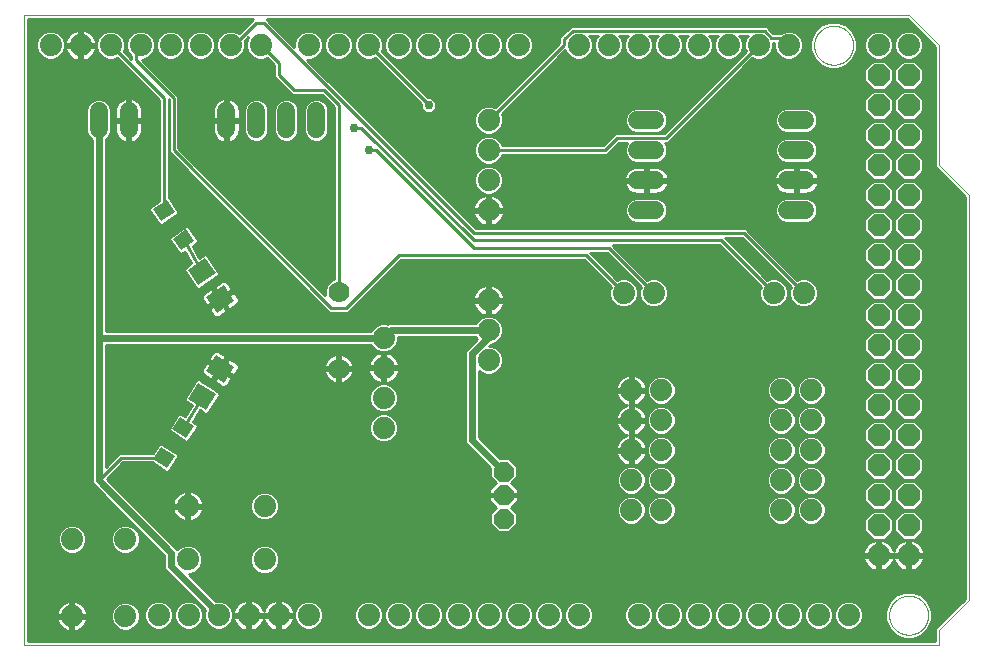
<source format=gtl>
G75*
%MOIN*%
%OFA0B0*%
%FSLAX25Y25*%
%IPPOS*%
%LPD*%
%AMOC8*
5,1,8,0,0,1.08239X$1,22.5*
%
%ADD10C,0.00000*%
%ADD11C,0.07400*%
%ADD12OC8,0.07400*%
%ADD13C,0.07000*%
%ADD14R,0.04724X0.05512*%
%ADD15R,0.06299X0.07087*%
%ADD16OC8,0.06600*%
%ADD17C,0.06000*%
%ADD18C,0.01000*%
%ADD19C,0.02400*%
%ADD20C,0.02978*%
D10*
X0111250Y0012632D02*
X0111250Y0222632D01*
X0406250Y0222632D01*
X0416250Y0212632D01*
X0416250Y0172632D01*
X0426250Y0162632D01*
X0426250Y0027632D01*
X0416250Y0017632D01*
X0416250Y0012632D01*
X0111250Y0012632D01*
X0399754Y0022632D02*
X0399756Y0022793D01*
X0399762Y0022953D01*
X0399772Y0023114D01*
X0399786Y0023274D01*
X0399804Y0023433D01*
X0399825Y0023593D01*
X0399851Y0023751D01*
X0399881Y0023909D01*
X0399914Y0024066D01*
X0399952Y0024223D01*
X0399993Y0024378D01*
X0400038Y0024532D01*
X0400087Y0024685D01*
X0400140Y0024837D01*
X0400196Y0024987D01*
X0400256Y0025136D01*
X0400320Y0025284D01*
X0400387Y0025430D01*
X0400458Y0025574D01*
X0400533Y0025716D01*
X0400611Y0025857D01*
X0400692Y0025995D01*
X0400777Y0026132D01*
X0400866Y0026266D01*
X0400957Y0026398D01*
X0401052Y0026528D01*
X0401150Y0026655D01*
X0401251Y0026780D01*
X0401355Y0026903D01*
X0401462Y0027022D01*
X0401572Y0027139D01*
X0401685Y0027254D01*
X0401801Y0027365D01*
X0401919Y0027474D01*
X0402040Y0027579D01*
X0402164Y0027682D01*
X0402290Y0027782D01*
X0402419Y0027878D01*
X0402550Y0027971D01*
X0402683Y0028061D01*
X0402818Y0028148D01*
X0402956Y0028231D01*
X0403095Y0028310D01*
X0403237Y0028387D01*
X0403380Y0028460D01*
X0403525Y0028529D01*
X0403672Y0028594D01*
X0403820Y0028656D01*
X0403970Y0028715D01*
X0404121Y0028769D01*
X0404273Y0028820D01*
X0404427Y0028867D01*
X0404582Y0028910D01*
X0404737Y0028949D01*
X0404894Y0028985D01*
X0405052Y0029017D01*
X0405210Y0029044D01*
X0405369Y0029068D01*
X0405528Y0029088D01*
X0405688Y0029104D01*
X0405849Y0029116D01*
X0406009Y0029124D01*
X0406170Y0029128D01*
X0406330Y0029128D01*
X0406491Y0029124D01*
X0406651Y0029116D01*
X0406812Y0029104D01*
X0406972Y0029088D01*
X0407131Y0029068D01*
X0407290Y0029044D01*
X0407448Y0029017D01*
X0407606Y0028985D01*
X0407763Y0028949D01*
X0407918Y0028910D01*
X0408073Y0028867D01*
X0408227Y0028820D01*
X0408379Y0028769D01*
X0408530Y0028715D01*
X0408680Y0028656D01*
X0408828Y0028594D01*
X0408975Y0028529D01*
X0409120Y0028460D01*
X0409263Y0028387D01*
X0409405Y0028310D01*
X0409544Y0028231D01*
X0409682Y0028148D01*
X0409817Y0028061D01*
X0409950Y0027971D01*
X0410081Y0027878D01*
X0410210Y0027782D01*
X0410336Y0027682D01*
X0410460Y0027579D01*
X0410581Y0027474D01*
X0410699Y0027365D01*
X0410815Y0027254D01*
X0410928Y0027139D01*
X0411038Y0027022D01*
X0411145Y0026903D01*
X0411249Y0026780D01*
X0411350Y0026655D01*
X0411448Y0026528D01*
X0411543Y0026398D01*
X0411634Y0026266D01*
X0411723Y0026132D01*
X0411808Y0025995D01*
X0411889Y0025857D01*
X0411967Y0025716D01*
X0412042Y0025574D01*
X0412113Y0025430D01*
X0412180Y0025284D01*
X0412244Y0025136D01*
X0412304Y0024987D01*
X0412360Y0024837D01*
X0412413Y0024685D01*
X0412462Y0024532D01*
X0412507Y0024378D01*
X0412548Y0024223D01*
X0412586Y0024066D01*
X0412619Y0023909D01*
X0412649Y0023751D01*
X0412675Y0023593D01*
X0412696Y0023433D01*
X0412714Y0023274D01*
X0412728Y0023114D01*
X0412738Y0022953D01*
X0412744Y0022793D01*
X0412746Y0022632D01*
X0412744Y0022471D01*
X0412738Y0022311D01*
X0412728Y0022150D01*
X0412714Y0021990D01*
X0412696Y0021831D01*
X0412675Y0021671D01*
X0412649Y0021513D01*
X0412619Y0021355D01*
X0412586Y0021198D01*
X0412548Y0021041D01*
X0412507Y0020886D01*
X0412462Y0020732D01*
X0412413Y0020579D01*
X0412360Y0020427D01*
X0412304Y0020277D01*
X0412244Y0020128D01*
X0412180Y0019980D01*
X0412113Y0019834D01*
X0412042Y0019690D01*
X0411967Y0019548D01*
X0411889Y0019407D01*
X0411808Y0019269D01*
X0411723Y0019132D01*
X0411634Y0018998D01*
X0411543Y0018866D01*
X0411448Y0018736D01*
X0411350Y0018609D01*
X0411249Y0018484D01*
X0411145Y0018361D01*
X0411038Y0018242D01*
X0410928Y0018125D01*
X0410815Y0018010D01*
X0410699Y0017899D01*
X0410581Y0017790D01*
X0410460Y0017685D01*
X0410336Y0017582D01*
X0410210Y0017482D01*
X0410081Y0017386D01*
X0409950Y0017293D01*
X0409817Y0017203D01*
X0409682Y0017116D01*
X0409544Y0017033D01*
X0409405Y0016954D01*
X0409263Y0016877D01*
X0409120Y0016804D01*
X0408975Y0016735D01*
X0408828Y0016670D01*
X0408680Y0016608D01*
X0408530Y0016549D01*
X0408379Y0016495D01*
X0408227Y0016444D01*
X0408073Y0016397D01*
X0407918Y0016354D01*
X0407763Y0016315D01*
X0407606Y0016279D01*
X0407448Y0016247D01*
X0407290Y0016220D01*
X0407131Y0016196D01*
X0406972Y0016176D01*
X0406812Y0016160D01*
X0406651Y0016148D01*
X0406491Y0016140D01*
X0406330Y0016136D01*
X0406170Y0016136D01*
X0406009Y0016140D01*
X0405849Y0016148D01*
X0405688Y0016160D01*
X0405528Y0016176D01*
X0405369Y0016196D01*
X0405210Y0016220D01*
X0405052Y0016247D01*
X0404894Y0016279D01*
X0404737Y0016315D01*
X0404582Y0016354D01*
X0404427Y0016397D01*
X0404273Y0016444D01*
X0404121Y0016495D01*
X0403970Y0016549D01*
X0403820Y0016608D01*
X0403672Y0016670D01*
X0403525Y0016735D01*
X0403380Y0016804D01*
X0403237Y0016877D01*
X0403095Y0016954D01*
X0402956Y0017033D01*
X0402818Y0017116D01*
X0402683Y0017203D01*
X0402550Y0017293D01*
X0402419Y0017386D01*
X0402290Y0017482D01*
X0402164Y0017582D01*
X0402040Y0017685D01*
X0401919Y0017790D01*
X0401801Y0017899D01*
X0401685Y0018010D01*
X0401572Y0018125D01*
X0401462Y0018242D01*
X0401355Y0018361D01*
X0401251Y0018484D01*
X0401150Y0018609D01*
X0401052Y0018736D01*
X0400957Y0018866D01*
X0400866Y0018998D01*
X0400777Y0019132D01*
X0400692Y0019269D01*
X0400611Y0019407D01*
X0400533Y0019548D01*
X0400458Y0019690D01*
X0400387Y0019834D01*
X0400320Y0019980D01*
X0400256Y0020128D01*
X0400196Y0020277D01*
X0400140Y0020427D01*
X0400087Y0020579D01*
X0400038Y0020732D01*
X0399993Y0020886D01*
X0399952Y0021041D01*
X0399914Y0021198D01*
X0399881Y0021355D01*
X0399851Y0021513D01*
X0399825Y0021671D01*
X0399804Y0021831D01*
X0399786Y0021990D01*
X0399772Y0022150D01*
X0399762Y0022311D01*
X0399756Y0022471D01*
X0399754Y0022632D01*
X0374754Y0212632D02*
X0374756Y0212793D01*
X0374762Y0212953D01*
X0374772Y0213114D01*
X0374786Y0213274D01*
X0374804Y0213433D01*
X0374825Y0213593D01*
X0374851Y0213751D01*
X0374881Y0213909D01*
X0374914Y0214066D01*
X0374952Y0214223D01*
X0374993Y0214378D01*
X0375038Y0214532D01*
X0375087Y0214685D01*
X0375140Y0214837D01*
X0375196Y0214987D01*
X0375256Y0215136D01*
X0375320Y0215284D01*
X0375387Y0215430D01*
X0375458Y0215574D01*
X0375533Y0215716D01*
X0375611Y0215857D01*
X0375692Y0215995D01*
X0375777Y0216132D01*
X0375866Y0216266D01*
X0375957Y0216398D01*
X0376052Y0216528D01*
X0376150Y0216655D01*
X0376251Y0216780D01*
X0376355Y0216903D01*
X0376462Y0217022D01*
X0376572Y0217139D01*
X0376685Y0217254D01*
X0376801Y0217365D01*
X0376919Y0217474D01*
X0377040Y0217579D01*
X0377164Y0217682D01*
X0377290Y0217782D01*
X0377419Y0217878D01*
X0377550Y0217971D01*
X0377683Y0218061D01*
X0377818Y0218148D01*
X0377956Y0218231D01*
X0378095Y0218310D01*
X0378237Y0218387D01*
X0378380Y0218460D01*
X0378525Y0218529D01*
X0378672Y0218594D01*
X0378820Y0218656D01*
X0378970Y0218715D01*
X0379121Y0218769D01*
X0379273Y0218820D01*
X0379427Y0218867D01*
X0379582Y0218910D01*
X0379737Y0218949D01*
X0379894Y0218985D01*
X0380052Y0219017D01*
X0380210Y0219044D01*
X0380369Y0219068D01*
X0380528Y0219088D01*
X0380688Y0219104D01*
X0380849Y0219116D01*
X0381009Y0219124D01*
X0381170Y0219128D01*
X0381330Y0219128D01*
X0381491Y0219124D01*
X0381651Y0219116D01*
X0381812Y0219104D01*
X0381972Y0219088D01*
X0382131Y0219068D01*
X0382290Y0219044D01*
X0382448Y0219017D01*
X0382606Y0218985D01*
X0382763Y0218949D01*
X0382918Y0218910D01*
X0383073Y0218867D01*
X0383227Y0218820D01*
X0383379Y0218769D01*
X0383530Y0218715D01*
X0383680Y0218656D01*
X0383828Y0218594D01*
X0383975Y0218529D01*
X0384120Y0218460D01*
X0384263Y0218387D01*
X0384405Y0218310D01*
X0384544Y0218231D01*
X0384682Y0218148D01*
X0384817Y0218061D01*
X0384950Y0217971D01*
X0385081Y0217878D01*
X0385210Y0217782D01*
X0385336Y0217682D01*
X0385460Y0217579D01*
X0385581Y0217474D01*
X0385699Y0217365D01*
X0385815Y0217254D01*
X0385928Y0217139D01*
X0386038Y0217022D01*
X0386145Y0216903D01*
X0386249Y0216780D01*
X0386350Y0216655D01*
X0386448Y0216528D01*
X0386543Y0216398D01*
X0386634Y0216266D01*
X0386723Y0216132D01*
X0386808Y0215995D01*
X0386889Y0215857D01*
X0386967Y0215716D01*
X0387042Y0215574D01*
X0387113Y0215430D01*
X0387180Y0215284D01*
X0387244Y0215136D01*
X0387304Y0214987D01*
X0387360Y0214837D01*
X0387413Y0214685D01*
X0387462Y0214532D01*
X0387507Y0214378D01*
X0387548Y0214223D01*
X0387586Y0214066D01*
X0387619Y0213909D01*
X0387649Y0213751D01*
X0387675Y0213593D01*
X0387696Y0213433D01*
X0387714Y0213274D01*
X0387728Y0213114D01*
X0387738Y0212953D01*
X0387744Y0212793D01*
X0387746Y0212632D01*
X0387744Y0212471D01*
X0387738Y0212311D01*
X0387728Y0212150D01*
X0387714Y0211990D01*
X0387696Y0211831D01*
X0387675Y0211671D01*
X0387649Y0211513D01*
X0387619Y0211355D01*
X0387586Y0211198D01*
X0387548Y0211041D01*
X0387507Y0210886D01*
X0387462Y0210732D01*
X0387413Y0210579D01*
X0387360Y0210427D01*
X0387304Y0210277D01*
X0387244Y0210128D01*
X0387180Y0209980D01*
X0387113Y0209834D01*
X0387042Y0209690D01*
X0386967Y0209548D01*
X0386889Y0209407D01*
X0386808Y0209269D01*
X0386723Y0209132D01*
X0386634Y0208998D01*
X0386543Y0208866D01*
X0386448Y0208736D01*
X0386350Y0208609D01*
X0386249Y0208484D01*
X0386145Y0208361D01*
X0386038Y0208242D01*
X0385928Y0208125D01*
X0385815Y0208010D01*
X0385699Y0207899D01*
X0385581Y0207790D01*
X0385460Y0207685D01*
X0385336Y0207582D01*
X0385210Y0207482D01*
X0385081Y0207386D01*
X0384950Y0207293D01*
X0384817Y0207203D01*
X0384682Y0207116D01*
X0384544Y0207033D01*
X0384405Y0206954D01*
X0384263Y0206877D01*
X0384120Y0206804D01*
X0383975Y0206735D01*
X0383828Y0206670D01*
X0383680Y0206608D01*
X0383530Y0206549D01*
X0383379Y0206495D01*
X0383227Y0206444D01*
X0383073Y0206397D01*
X0382918Y0206354D01*
X0382763Y0206315D01*
X0382606Y0206279D01*
X0382448Y0206247D01*
X0382290Y0206220D01*
X0382131Y0206196D01*
X0381972Y0206176D01*
X0381812Y0206160D01*
X0381651Y0206148D01*
X0381491Y0206140D01*
X0381330Y0206136D01*
X0381170Y0206136D01*
X0381009Y0206140D01*
X0380849Y0206148D01*
X0380688Y0206160D01*
X0380528Y0206176D01*
X0380369Y0206196D01*
X0380210Y0206220D01*
X0380052Y0206247D01*
X0379894Y0206279D01*
X0379737Y0206315D01*
X0379582Y0206354D01*
X0379427Y0206397D01*
X0379273Y0206444D01*
X0379121Y0206495D01*
X0378970Y0206549D01*
X0378820Y0206608D01*
X0378672Y0206670D01*
X0378525Y0206735D01*
X0378380Y0206804D01*
X0378237Y0206877D01*
X0378095Y0206954D01*
X0377956Y0207033D01*
X0377818Y0207116D01*
X0377683Y0207203D01*
X0377550Y0207293D01*
X0377419Y0207386D01*
X0377290Y0207482D01*
X0377164Y0207582D01*
X0377040Y0207685D01*
X0376919Y0207790D01*
X0376801Y0207899D01*
X0376685Y0208010D01*
X0376572Y0208125D01*
X0376462Y0208242D01*
X0376355Y0208361D01*
X0376251Y0208484D01*
X0376150Y0208609D01*
X0376052Y0208736D01*
X0375957Y0208866D01*
X0375866Y0208998D01*
X0375777Y0209132D01*
X0375692Y0209269D01*
X0375611Y0209407D01*
X0375533Y0209548D01*
X0375458Y0209690D01*
X0375387Y0209834D01*
X0375320Y0209980D01*
X0375256Y0210128D01*
X0375196Y0210277D01*
X0375140Y0210427D01*
X0375087Y0210579D01*
X0375038Y0210732D01*
X0374993Y0210886D01*
X0374952Y0211041D01*
X0374914Y0211198D01*
X0374881Y0211355D01*
X0374851Y0211513D01*
X0374825Y0211671D01*
X0374804Y0211831D01*
X0374786Y0211990D01*
X0374772Y0212150D01*
X0374762Y0212311D01*
X0374756Y0212471D01*
X0374754Y0212632D01*
D11*
X0366250Y0212632D03*
X0356250Y0212632D03*
X0346250Y0212632D03*
X0336250Y0212632D03*
X0326250Y0212632D03*
X0316250Y0212632D03*
X0306250Y0212632D03*
X0296250Y0212632D03*
X0276250Y0212632D03*
X0266250Y0212632D03*
X0256250Y0212632D03*
X0246250Y0212632D03*
X0236250Y0212632D03*
X0226250Y0212632D03*
X0216250Y0212632D03*
X0206250Y0212632D03*
X0190250Y0212632D03*
X0180250Y0212632D03*
X0170250Y0212632D03*
X0160250Y0212632D03*
X0150250Y0212632D03*
X0140250Y0212632D03*
X0130250Y0212632D03*
X0120250Y0212632D03*
X0266250Y0187632D03*
X0266250Y0177632D03*
X0266250Y0167632D03*
X0266250Y0157632D03*
X0311250Y0130132D03*
X0321250Y0130132D03*
X0361250Y0130132D03*
X0371250Y0130132D03*
X0373750Y0097632D03*
X0363750Y0097632D03*
X0363750Y0087632D03*
X0373750Y0087632D03*
X0373750Y0077632D03*
X0363750Y0077632D03*
X0363750Y0067632D03*
X0373750Y0067632D03*
X0373750Y0057632D03*
X0363750Y0057632D03*
X0396250Y0042632D03*
X0406250Y0042632D03*
X0386250Y0022632D03*
X0376250Y0022632D03*
X0366250Y0022632D03*
X0356250Y0022632D03*
X0346250Y0022632D03*
X0336250Y0022632D03*
X0326250Y0022632D03*
X0316250Y0022632D03*
X0296250Y0022632D03*
X0286250Y0022632D03*
X0276250Y0022632D03*
X0266250Y0022632D03*
X0256250Y0022632D03*
X0246250Y0022632D03*
X0236250Y0022632D03*
X0226250Y0022632D03*
X0206250Y0022632D03*
X0196250Y0022632D03*
X0186250Y0022632D03*
X0176250Y0022632D03*
X0166250Y0022632D03*
X0156250Y0022632D03*
X0145150Y0022332D03*
X0127350Y0022332D03*
X0165950Y0041232D03*
X0145150Y0047932D03*
X0127350Y0047932D03*
X0165950Y0059032D03*
X0191550Y0059032D03*
X0191550Y0041232D03*
X0231250Y0085132D03*
X0231250Y0095132D03*
X0231250Y0105132D03*
X0231250Y0115132D03*
X0266250Y0117632D03*
X0266250Y0107632D03*
X0266250Y0127632D03*
X0313750Y0097632D03*
X0323750Y0097632D03*
X0323750Y0087632D03*
X0313750Y0087632D03*
X0313750Y0077632D03*
X0323750Y0077632D03*
X0323750Y0067632D03*
X0313750Y0067632D03*
X0313750Y0057632D03*
X0323750Y0057632D03*
X0396250Y0212632D03*
X0406250Y0212632D03*
D12*
X0406250Y0202632D03*
X0396250Y0202632D03*
X0396250Y0192632D03*
X0406250Y0192632D03*
X0406250Y0182632D03*
X0396250Y0182632D03*
X0396250Y0172632D03*
X0406250Y0172632D03*
X0406250Y0162632D03*
X0396250Y0162632D03*
X0396250Y0152632D03*
X0406250Y0152632D03*
X0406250Y0142632D03*
X0396250Y0142632D03*
X0396250Y0132632D03*
X0406250Y0132632D03*
X0406250Y0122632D03*
X0396250Y0122632D03*
X0396250Y0112632D03*
X0406250Y0112632D03*
X0406250Y0102632D03*
X0396250Y0102632D03*
X0396250Y0092632D03*
X0406250Y0092632D03*
X0406250Y0082632D03*
X0396250Y0082632D03*
X0396250Y0072632D03*
X0406250Y0072632D03*
X0406250Y0062632D03*
X0396250Y0062632D03*
X0396250Y0052632D03*
X0406250Y0052632D03*
D13*
X0216250Y0104837D03*
X0216250Y0130428D03*
D14*
G36*
X0163588Y0144238D02*
X0160947Y0148154D01*
X0165516Y0151236D01*
X0168157Y0147320D01*
X0163588Y0144238D01*
G37*
G36*
X0156984Y0154029D02*
X0154343Y0157945D01*
X0158912Y0161027D01*
X0161553Y0157111D01*
X0156984Y0154029D01*
G37*
G36*
X0168063Y0085564D02*
X0165490Y0081604D01*
X0160869Y0084606D01*
X0163442Y0088566D01*
X0168063Y0085564D01*
G37*
G36*
X0161631Y0075659D02*
X0159058Y0071699D01*
X0154437Y0074701D01*
X0157010Y0078661D01*
X0161631Y0075659D01*
G37*
D15*
G36*
X0175434Y0096221D02*
X0172004Y0090940D01*
X0166062Y0094799D01*
X0169492Y0100080D01*
X0175434Y0096221D01*
G37*
G36*
X0181438Y0105466D02*
X0178008Y0100185D01*
X0172066Y0104044D01*
X0175496Y0109325D01*
X0181438Y0105466D01*
G37*
G36*
X0175656Y0123472D02*
X0172134Y0128692D01*
X0178008Y0132654D01*
X0181530Y0127434D01*
X0175656Y0123472D01*
G37*
G36*
X0169492Y0132611D02*
X0165970Y0137831D01*
X0171844Y0141793D01*
X0175366Y0136573D01*
X0169492Y0132611D01*
G37*
D16*
X0271250Y0070506D03*
X0271250Y0062632D03*
X0271250Y0054758D03*
D17*
X0315750Y0157632D02*
X0321750Y0157632D01*
X0321750Y0167632D02*
X0315750Y0167632D01*
X0315750Y0177632D02*
X0321750Y0177632D01*
X0321750Y0187632D02*
X0315750Y0187632D01*
X0365750Y0187632D02*
X0371750Y0187632D01*
X0371750Y0177632D02*
X0365750Y0177632D01*
X0365750Y0167632D02*
X0371750Y0167632D01*
X0371750Y0157632D02*
X0365750Y0157632D01*
X0208750Y0184632D02*
X0208750Y0190632D01*
X0198750Y0190632D02*
X0198750Y0184632D01*
X0188750Y0184632D02*
X0188750Y0190632D01*
X0178750Y0190632D02*
X0178750Y0184632D01*
X0146250Y0184632D02*
X0146250Y0190632D01*
X0136250Y0190632D02*
X0136250Y0184632D01*
D18*
X0140350Y0184376D02*
X0141750Y0184376D01*
X0140350Y0184376D01*
X0140350Y0183817D02*
X0140350Y0191448D01*
X0139726Y0192955D01*
X0138572Y0194108D01*
X0137066Y0194732D01*
X0135434Y0194732D01*
X0133928Y0194108D01*
X0132774Y0192955D01*
X0132150Y0191448D01*
X0132150Y0183817D01*
X0132774Y0182310D01*
X0133928Y0181157D01*
X0133950Y0181147D01*
X0133950Y0066680D01*
X0135297Y0065332D01*
X0158150Y0042480D01*
X0158150Y0038002D01*
X0171776Y0024375D01*
X0171450Y0023587D01*
X0171450Y0021678D01*
X0172181Y0019913D01*
X0173531Y0018563D01*
X0175295Y0017832D01*
X0177205Y0017832D01*
X0178969Y0018563D01*
X0180319Y0019913D01*
X0181050Y0021678D01*
X0181050Y0023587D01*
X0180319Y0025351D01*
X0178969Y0026702D01*
X0177205Y0027432D01*
X0175295Y0027432D01*
X0175245Y0027412D01*
X0166224Y0036432D01*
X0166905Y0036432D01*
X0168669Y0037163D01*
X0170019Y0038513D01*
X0170750Y0040278D01*
X0170750Y0042187D01*
X0170019Y0043951D01*
X0168669Y0045302D01*
X0166905Y0046032D01*
X0164995Y0046032D01*
X0163231Y0045302D01*
X0162532Y0044603D01*
X0139008Y0068127D01*
X0144460Y0073580D01*
X0154141Y0073580D01*
X0158841Y0070527D01*
X0159733Y0070716D01*
X0162802Y0075443D01*
X0162613Y0076334D01*
X0157226Y0079832D01*
X0156334Y0079643D01*
X0154475Y0076780D01*
X0143134Y0076780D01*
X0138550Y0072195D01*
X0138550Y0112832D01*
X0227007Y0112832D01*
X0227181Y0112413D01*
X0228531Y0111063D01*
X0230295Y0110332D01*
X0232205Y0110332D01*
X0233969Y0111063D01*
X0235319Y0112413D01*
X0236050Y0114178D01*
X0236050Y0115332D01*
X0262007Y0115332D01*
X0262181Y0114913D01*
X0262340Y0114754D01*
X0259797Y0112211D01*
X0258450Y0110863D01*
X0258450Y0080054D01*
X0266850Y0071654D01*
X0266850Y0068684D01*
X0268682Y0066852D01*
X0266450Y0064621D01*
X0266450Y0062932D01*
X0270950Y0062932D01*
X0270950Y0062332D01*
X0266450Y0062332D01*
X0266450Y0060644D01*
X0268682Y0058413D01*
X0266850Y0056581D01*
X0266850Y0052936D01*
X0269427Y0050358D01*
X0273073Y0050358D01*
X0275650Y0052936D01*
X0275650Y0056581D01*
X0273818Y0058413D01*
X0276050Y0060644D01*
X0276050Y0062332D01*
X0271550Y0062332D01*
X0271550Y0062932D01*
X0276050Y0062932D01*
X0276050Y0064621D01*
X0273818Y0066852D01*
X0275650Y0068684D01*
X0275650Y0072329D01*
X0273073Y0074906D01*
X0270103Y0074906D01*
X0263050Y0081959D01*
X0263050Y0104044D01*
X0263531Y0103563D01*
X0265295Y0102832D01*
X0267205Y0102832D01*
X0268969Y0103563D01*
X0270319Y0104913D01*
X0271050Y0106678D01*
X0271050Y0108587D01*
X0270319Y0110351D01*
X0268969Y0111702D01*
X0267205Y0112432D01*
X0266524Y0112432D01*
X0266924Y0112832D01*
X0267205Y0112832D01*
X0268969Y0113563D01*
X0270319Y0114913D01*
X0271050Y0116678D01*
X0271050Y0118587D01*
X0270319Y0120351D01*
X0268969Y0121702D01*
X0267205Y0122432D01*
X0265295Y0122432D01*
X0263531Y0121702D01*
X0262181Y0120351D01*
X0262007Y0119932D01*
X0232797Y0119932D01*
X0232624Y0119759D01*
X0232205Y0119932D01*
X0230295Y0119932D01*
X0228531Y0119202D01*
X0227181Y0117851D01*
X0227007Y0117432D01*
X0138550Y0117432D01*
X0138550Y0181147D01*
X0138572Y0181157D01*
X0139726Y0182310D01*
X0140350Y0183817D01*
X0140350Y0191448D01*
X0139726Y0192955D01*
X0138572Y0194108D01*
X0137066Y0194732D01*
X0135434Y0194732D01*
X0133928Y0194108D01*
X0132774Y0192955D01*
X0132150Y0191448D01*
X0132150Y0183817D01*
X0132774Y0182310D01*
X0133928Y0181157D01*
X0133950Y0181147D01*
X0133950Y0066680D01*
X0135297Y0065332D01*
X0158150Y0042480D01*
X0158150Y0038002D01*
X0171776Y0024375D01*
X0171450Y0023587D01*
X0171450Y0021678D01*
X0172181Y0019913D01*
X0173531Y0018563D01*
X0175295Y0017832D01*
X0177205Y0017832D01*
X0178969Y0018563D01*
X0180319Y0019913D01*
X0181050Y0021678D01*
X0181050Y0023587D01*
X0180319Y0025351D01*
X0178969Y0026702D01*
X0177205Y0027432D01*
X0175295Y0027432D01*
X0175245Y0027412D01*
X0166224Y0036432D01*
X0166905Y0036432D01*
X0168669Y0037163D01*
X0170019Y0038513D01*
X0170750Y0040278D01*
X0170750Y0042187D01*
X0170019Y0043951D01*
X0168669Y0045302D01*
X0166905Y0046032D01*
X0164995Y0046032D01*
X0163231Y0045302D01*
X0162532Y0044603D01*
X0139008Y0068127D01*
X0144460Y0073580D01*
X0154141Y0073580D01*
X0158841Y0070527D01*
X0159733Y0070716D01*
X0162802Y0075443D01*
X0162613Y0076334D01*
X0157226Y0079832D01*
X0156334Y0079643D01*
X0154475Y0076780D01*
X0143134Y0076780D01*
X0138550Y0072195D01*
X0138550Y0112832D01*
X0227007Y0112832D01*
X0227181Y0112413D01*
X0228531Y0111063D01*
X0230295Y0110332D01*
X0232205Y0110332D01*
X0233969Y0111063D01*
X0235319Y0112413D01*
X0236050Y0114178D01*
X0236050Y0115332D01*
X0262007Y0115332D01*
X0262181Y0114913D01*
X0262340Y0114754D01*
X0259797Y0112211D01*
X0258450Y0110863D01*
X0258450Y0080054D01*
X0266850Y0071654D01*
X0266850Y0068684D01*
X0268682Y0066852D01*
X0266450Y0064621D01*
X0266450Y0062932D01*
X0270950Y0062932D01*
X0270950Y0062332D01*
X0266450Y0062332D01*
X0266450Y0060644D01*
X0268682Y0058413D01*
X0266850Y0056581D01*
X0266850Y0052936D01*
X0269427Y0050358D01*
X0273073Y0050358D01*
X0275650Y0052936D01*
X0275650Y0056581D01*
X0273818Y0058413D01*
X0276050Y0060644D01*
X0276050Y0062332D01*
X0271550Y0062332D01*
X0271550Y0062932D01*
X0276050Y0062932D01*
X0276050Y0064621D01*
X0273818Y0066852D01*
X0275650Y0068684D01*
X0275650Y0072329D01*
X0273073Y0074906D01*
X0270103Y0074906D01*
X0263050Y0081959D01*
X0263050Y0104044D01*
X0263531Y0103563D01*
X0265295Y0102832D01*
X0267205Y0102832D01*
X0268969Y0103563D01*
X0270319Y0104913D01*
X0271050Y0106678D01*
X0271050Y0108587D01*
X0270319Y0110351D01*
X0268969Y0111702D01*
X0267205Y0112432D01*
X0266524Y0112432D01*
X0266924Y0112832D01*
X0267205Y0112832D01*
X0268969Y0113563D01*
X0270319Y0114913D01*
X0271050Y0116678D01*
X0271050Y0118587D01*
X0270319Y0120351D01*
X0268969Y0121702D01*
X0267205Y0122432D01*
X0265295Y0122432D01*
X0263531Y0121702D01*
X0262181Y0120351D01*
X0262007Y0119932D01*
X0232797Y0119932D01*
X0232624Y0119759D01*
X0232205Y0119932D01*
X0230295Y0119932D01*
X0228531Y0119202D01*
X0227181Y0117851D01*
X0227007Y0117432D01*
X0138550Y0117432D01*
X0138550Y0181147D01*
X0138572Y0181157D01*
X0139726Y0182310D01*
X0140350Y0183817D01*
X0140168Y0183378D02*
X0141926Y0183378D01*
X0140168Y0183378D01*
X0139755Y0182379D02*
X0142348Y0182379D01*
X0139755Y0182379D01*
X0138797Y0181381D02*
X0143138Y0181381D01*
X0138797Y0181381D01*
X0138550Y0180382D02*
X0144768Y0180382D01*
X0138550Y0180382D01*
X0138550Y0179384D02*
X0156348Y0179384D01*
X0138550Y0179384D01*
X0138550Y0178385D02*
X0156348Y0178385D01*
X0138550Y0178385D01*
X0138550Y0177387D02*
X0156348Y0177387D01*
X0138550Y0177387D01*
X0138550Y0176388D02*
X0156348Y0176388D01*
X0138550Y0176388D01*
X0138550Y0175390D02*
X0156348Y0175390D01*
X0138550Y0175390D01*
X0138550Y0174391D02*
X0156348Y0174391D01*
X0138550Y0174391D01*
X0138550Y0173393D02*
X0156348Y0173393D01*
X0138550Y0173393D01*
X0138550Y0172394D02*
X0156348Y0172394D01*
X0138550Y0172394D01*
X0138550Y0171396D02*
X0156348Y0171396D01*
X0138550Y0171396D01*
X0138550Y0170397D02*
X0156348Y0170397D01*
X0138550Y0170397D01*
X0138550Y0169399D02*
X0156348Y0169399D01*
X0138550Y0169399D01*
X0138550Y0168400D02*
X0156348Y0168400D01*
X0138550Y0168400D01*
X0138550Y0167402D02*
X0156348Y0167402D01*
X0138550Y0167402D01*
X0138550Y0166403D02*
X0156348Y0166403D01*
X0138550Y0166403D01*
X0138550Y0165405D02*
X0156348Y0165405D01*
X0138550Y0165405D01*
X0138550Y0164406D02*
X0156348Y0164406D01*
X0138550Y0164406D01*
X0138550Y0163408D02*
X0156348Y0163408D01*
X0138550Y0163408D01*
X0138550Y0162409D02*
X0156348Y0162409D01*
X0138550Y0162409D01*
X0138550Y0161411D02*
X0156348Y0161411D01*
X0138550Y0161411D01*
X0138550Y0160412D02*
X0156032Y0160412D01*
X0138550Y0160412D01*
X0138550Y0159414D02*
X0154551Y0159414D01*
X0138550Y0159414D01*
X0138550Y0158415D02*
X0153313Y0158415D01*
X0138550Y0158415D01*
X0138550Y0157417D02*
X0153372Y0157417D01*
X0138550Y0157417D01*
X0138550Y0156418D02*
X0154045Y0156418D01*
X0138550Y0156418D01*
X0138550Y0155420D02*
X0154719Y0155420D01*
X0138550Y0155420D01*
X0138550Y0154421D02*
X0155392Y0154421D01*
X0138550Y0154421D01*
X0138550Y0153423D02*
X0156066Y0153423D01*
X0138550Y0153423D01*
X0138550Y0152424D02*
X0184196Y0152424D01*
X0138550Y0152424D01*
X0138550Y0151426D02*
X0163830Y0151426D01*
X0138550Y0151426D01*
X0138550Y0150427D02*
X0162350Y0150427D01*
X0138550Y0150427D01*
X0138550Y0149429D02*
X0160869Y0149429D01*
X0138550Y0149429D01*
X0138550Y0148430D02*
X0159880Y0148430D01*
X0138550Y0148430D01*
X0138550Y0147432D02*
X0160107Y0147432D01*
X0138550Y0147432D01*
X0138550Y0146433D02*
X0160781Y0146433D01*
X0138550Y0146433D01*
X0138550Y0145434D02*
X0161454Y0145434D01*
X0138550Y0145434D01*
X0138550Y0144436D02*
X0162128Y0144436D01*
X0138550Y0144436D01*
X0138550Y0143437D02*
X0162801Y0143437D01*
X0138550Y0143437D01*
X0138550Y0142439D02*
X0165778Y0142439D01*
X0138550Y0142439D01*
X0138550Y0141440D02*
X0166357Y0141440D01*
X0138550Y0141440D01*
X0138550Y0140442D02*
X0166937Y0140442D01*
X0138550Y0140442D01*
X0138550Y0139443D02*
X0166391Y0139443D01*
X0138550Y0139443D01*
X0138550Y0138445D02*
X0164968Y0138445D01*
X0138550Y0138445D01*
X0138550Y0137446D02*
X0164902Y0137446D01*
X0138550Y0137446D01*
X0138550Y0136448D02*
X0165576Y0136448D01*
X0138550Y0136448D01*
X0138550Y0135449D02*
X0166249Y0135449D01*
X0138550Y0135449D01*
X0138550Y0134451D02*
X0166923Y0134451D01*
X0138550Y0134451D01*
X0138550Y0133452D02*
X0167596Y0133452D01*
X0138550Y0133452D01*
X0138550Y0132454D02*
X0168270Y0132454D01*
X0138550Y0132454D01*
X0138550Y0131455D02*
X0169664Y0131455D01*
X0138550Y0131455D01*
X0138550Y0130457D02*
X0172066Y0130457D01*
X0138550Y0130457D01*
X0138550Y0129458D02*
X0170838Y0129458D01*
X0138550Y0129458D01*
X0138550Y0128460D02*
X0170646Y0128460D01*
X0138550Y0128460D01*
X0138550Y0127461D02*
X0171155Y0127461D01*
X0138550Y0127461D01*
X0138550Y0126463D02*
X0171828Y0126463D01*
X0138550Y0126463D01*
X0138550Y0125464D02*
X0173874Y0125464D01*
X0138550Y0125464D01*
X0138550Y0124466D02*
X0173175Y0124466D01*
X0138550Y0124466D01*
X0138550Y0123467D02*
X0173849Y0123467D01*
X0138550Y0123467D01*
X0138550Y0122469D02*
X0174522Y0122469D01*
X0138550Y0122469D01*
X0138550Y0121470D02*
X0263300Y0121470D01*
X0138550Y0121470D01*
X0138550Y0120472D02*
X0262301Y0120472D01*
X0138550Y0120472D01*
X0138550Y0119473D02*
X0229186Y0119473D01*
X0138550Y0119473D01*
X0138550Y0118475D02*
X0227804Y0118475D01*
X0138550Y0118475D01*
X0138550Y0117476D02*
X0227025Y0117476D01*
X0138550Y0117476D01*
X0133950Y0117476D02*
X0112550Y0117476D01*
X0133950Y0117476D01*
X0133950Y0116478D02*
X0112550Y0116478D01*
X0133950Y0116478D01*
X0133950Y0115479D02*
X0112550Y0115479D01*
X0133950Y0115479D01*
X0133950Y0114481D02*
X0112550Y0114481D01*
X0133950Y0114481D01*
X0133950Y0113482D02*
X0112550Y0113482D01*
X0133950Y0113482D01*
X0133950Y0112484D02*
X0112550Y0112484D01*
X0133950Y0112484D01*
X0133950Y0111485D02*
X0112550Y0111485D01*
X0133950Y0111485D01*
X0133950Y0110487D02*
X0112550Y0110487D01*
X0133950Y0110487D01*
X0133950Y0109488D02*
X0112550Y0109488D01*
X0133950Y0109488D01*
X0133950Y0108490D02*
X0112550Y0108490D01*
X0133950Y0108490D01*
X0133950Y0107491D02*
X0112550Y0107491D01*
X0133950Y0107491D01*
X0133950Y0106493D02*
X0112550Y0106493D01*
X0133950Y0106493D01*
X0133950Y0105494D02*
X0112550Y0105494D01*
X0133950Y0105494D01*
X0133950Y0104496D02*
X0112550Y0104496D01*
X0133950Y0104496D01*
X0133950Y0103497D02*
X0112550Y0103497D01*
X0133950Y0103497D01*
X0133950Y0102498D02*
X0112550Y0102498D01*
X0133950Y0102498D01*
X0133950Y0101500D02*
X0112550Y0101500D01*
X0133950Y0101500D01*
X0133950Y0100501D02*
X0112550Y0100501D01*
X0133950Y0100501D01*
X0133950Y0099503D02*
X0112550Y0099503D01*
X0133950Y0099503D01*
X0133950Y0098504D02*
X0112550Y0098504D01*
X0133950Y0098504D01*
X0133950Y0097506D02*
X0112550Y0097506D01*
X0133950Y0097506D01*
X0133950Y0096507D02*
X0112550Y0096507D01*
X0133950Y0096507D01*
X0133950Y0095509D02*
X0112550Y0095509D01*
X0133950Y0095509D01*
X0133950Y0094510D02*
X0112550Y0094510D01*
X0133950Y0094510D01*
X0133950Y0093512D02*
X0112550Y0093512D01*
X0133950Y0093512D01*
X0133950Y0092513D02*
X0112550Y0092513D01*
X0133950Y0092513D01*
X0133950Y0091515D02*
X0112550Y0091515D01*
X0133950Y0091515D01*
X0133950Y0090516D02*
X0112550Y0090516D01*
X0133950Y0090516D01*
X0133950Y0089518D02*
X0112550Y0089518D01*
X0133950Y0089518D01*
X0133950Y0088519D02*
X0112550Y0088519D01*
X0133950Y0088519D01*
X0133950Y0087521D02*
X0112550Y0087521D01*
X0133950Y0087521D01*
X0133950Y0086522D02*
X0112550Y0086522D01*
X0133950Y0086522D01*
X0133950Y0085524D02*
X0112550Y0085524D01*
X0133950Y0085524D01*
X0133950Y0084525D02*
X0112550Y0084525D01*
X0133950Y0084525D01*
X0133950Y0083527D02*
X0112550Y0083527D01*
X0133950Y0083527D01*
X0133950Y0082528D02*
X0112550Y0082528D01*
X0133950Y0082528D01*
X0133950Y0081530D02*
X0112550Y0081530D01*
X0133950Y0081530D01*
X0133950Y0080531D02*
X0112550Y0080531D01*
X0133950Y0080531D01*
X0133950Y0079533D02*
X0112550Y0079533D01*
X0133950Y0079533D01*
X0133950Y0078534D02*
X0112550Y0078534D01*
X0133950Y0078534D01*
X0133950Y0077536D02*
X0112550Y0077536D01*
X0133950Y0077536D01*
X0133950Y0076537D02*
X0112550Y0076537D01*
X0133950Y0076537D01*
X0133950Y0075539D02*
X0112550Y0075539D01*
X0133950Y0075539D01*
X0133950Y0074540D02*
X0112550Y0074540D01*
X0133950Y0074540D01*
X0133950Y0073542D02*
X0112550Y0073542D01*
X0133950Y0073542D01*
X0133950Y0072543D02*
X0112550Y0072543D01*
X0133950Y0072543D01*
X0133950Y0071545D02*
X0112550Y0071545D01*
X0133950Y0071545D01*
X0133950Y0070546D02*
X0112550Y0070546D01*
X0133950Y0070546D01*
X0133950Y0069548D02*
X0112550Y0069548D01*
X0133950Y0069548D01*
X0133950Y0068549D02*
X0112550Y0068549D01*
X0133950Y0068549D01*
X0133950Y0067551D02*
X0112550Y0067551D01*
X0133950Y0067551D01*
X0134078Y0066552D02*
X0112550Y0066552D01*
X0134078Y0066552D01*
X0135076Y0065554D02*
X0112550Y0065554D01*
X0135076Y0065554D01*
X0136075Y0064555D02*
X0112550Y0064555D01*
X0136075Y0064555D01*
X0137073Y0063557D02*
X0112550Y0063557D01*
X0137073Y0063557D01*
X0138072Y0062558D02*
X0112550Y0062558D01*
X0138072Y0062558D01*
X0139070Y0061560D02*
X0112550Y0061560D01*
X0139070Y0061560D01*
X0140069Y0060561D02*
X0112550Y0060561D01*
X0140069Y0060561D01*
X0141067Y0059563D02*
X0112550Y0059563D01*
X0141067Y0059563D01*
X0142066Y0058564D02*
X0112550Y0058564D01*
X0142066Y0058564D01*
X0143064Y0057565D02*
X0112550Y0057565D01*
X0143064Y0057565D01*
X0144063Y0056567D02*
X0112550Y0056567D01*
X0144063Y0056567D01*
X0145061Y0055568D02*
X0112550Y0055568D01*
X0145061Y0055568D01*
X0146060Y0054570D02*
X0112550Y0054570D01*
X0146060Y0054570D01*
X0147058Y0053571D02*
X0112550Y0053571D01*
X0147058Y0053571D01*
X0146490Y0052573D02*
X0148057Y0052573D01*
X0146490Y0052573D01*
X0146105Y0052732D02*
X0147869Y0052002D01*
X0149219Y0050651D01*
X0149950Y0048887D01*
X0149950Y0046978D01*
X0149219Y0045213D01*
X0147869Y0043863D01*
X0146105Y0043132D01*
X0144195Y0043132D01*
X0142431Y0043863D01*
X0141081Y0045213D01*
X0140350Y0046978D01*
X0140350Y0048887D01*
X0141081Y0050651D01*
X0142431Y0052002D01*
X0144195Y0052732D01*
X0146105Y0052732D01*
X0144195Y0052732D01*
X0142431Y0052002D01*
X0141081Y0050651D01*
X0140350Y0048887D01*
X0140350Y0046978D01*
X0141081Y0045213D01*
X0142431Y0043863D01*
X0144195Y0043132D01*
X0146105Y0043132D01*
X0147869Y0043863D01*
X0149219Y0045213D01*
X0149950Y0046978D01*
X0149950Y0048887D01*
X0149219Y0050651D01*
X0147869Y0052002D01*
X0146105Y0052732D01*
X0143810Y0052573D02*
X0128690Y0052573D01*
X0143810Y0052573D01*
X0142004Y0051574D02*
X0130496Y0051574D01*
X0142004Y0051574D01*
X0141049Y0050576D02*
X0131451Y0050576D01*
X0141049Y0050576D01*
X0140636Y0049577D02*
X0131864Y0049577D01*
X0140636Y0049577D01*
X0140350Y0048579D02*
X0132150Y0048579D01*
X0140350Y0048579D01*
X0140350Y0047580D02*
X0132150Y0047580D01*
X0140350Y0047580D01*
X0140514Y0046582D02*
X0131986Y0046582D01*
X0140514Y0046582D01*
X0140928Y0045583D02*
X0131572Y0045583D01*
X0140928Y0045583D01*
X0141709Y0044585D02*
X0130791Y0044585D01*
X0141709Y0044585D01*
X0143100Y0043586D02*
X0129400Y0043586D01*
X0143100Y0043586D01*
X0147200Y0043586D02*
X0157043Y0043586D01*
X0147200Y0043586D01*
X0148591Y0044585D02*
X0156045Y0044585D01*
X0148591Y0044585D01*
X0149372Y0045583D02*
X0155046Y0045583D01*
X0149372Y0045583D01*
X0149786Y0046582D02*
X0154048Y0046582D01*
X0149786Y0046582D01*
X0149950Y0047580D02*
X0153049Y0047580D01*
X0149950Y0047580D01*
X0149950Y0048579D02*
X0152051Y0048579D01*
X0149950Y0048579D01*
X0149664Y0049577D02*
X0151052Y0049577D01*
X0149664Y0049577D01*
X0150054Y0050576D02*
X0149251Y0050576D01*
X0150054Y0050576D01*
X0149055Y0051574D02*
X0148296Y0051574D01*
X0149055Y0051574D01*
X0152565Y0054570D02*
X0163254Y0054570D01*
X0152565Y0054570D01*
X0151567Y0055568D02*
X0162060Y0055568D01*
X0151567Y0055568D01*
X0150568Y0056567D02*
X0161370Y0056567D01*
X0150568Y0056567D01*
X0149570Y0057565D02*
X0160959Y0057565D01*
X0149570Y0057565D01*
X0148571Y0058564D02*
X0165450Y0058564D01*
X0148571Y0058564D01*
X0147573Y0059563D02*
X0160769Y0059563D01*
X0147573Y0059563D01*
X0146574Y0060561D02*
X0160979Y0060561D01*
X0146574Y0060561D01*
X0145576Y0061560D02*
X0161402Y0061560D01*
X0145576Y0061560D01*
X0144577Y0062558D02*
X0162122Y0062558D01*
X0144577Y0062558D01*
X0143579Y0063557D02*
X0163375Y0063557D01*
X0143579Y0063557D01*
X0142580Y0064555D02*
X0266450Y0064555D01*
X0142580Y0064555D01*
X0141582Y0065554D02*
X0267383Y0065554D01*
X0141582Y0065554D01*
X0140583Y0066552D02*
X0268381Y0066552D01*
X0140583Y0066552D01*
X0139585Y0067551D02*
X0267983Y0067551D01*
X0139585Y0067551D01*
X0139429Y0068549D02*
X0266985Y0068549D01*
X0139429Y0068549D01*
X0140428Y0069548D02*
X0266850Y0069548D01*
X0140428Y0069548D01*
X0141426Y0070546D02*
X0158812Y0070546D01*
X0141426Y0070546D01*
X0142425Y0071545D02*
X0157274Y0071545D01*
X0142425Y0071545D01*
X0143423Y0072543D02*
X0155737Y0072543D01*
X0143423Y0072543D01*
X0144422Y0073542D02*
X0154199Y0073542D01*
X0144422Y0073542D01*
X0143797Y0075180D02*
X0136250Y0067632D01*
X0138550Y0072543D02*
X0138898Y0072543D01*
X0138550Y0072543D01*
X0138550Y0073542D02*
X0139896Y0073542D01*
X0138550Y0073542D01*
X0138550Y0074540D02*
X0140895Y0074540D01*
X0138550Y0074540D01*
X0138550Y0075539D02*
X0141893Y0075539D01*
X0138550Y0075539D01*
X0138550Y0076537D02*
X0142892Y0076537D01*
X0138550Y0076537D01*
X0138550Y0077536D02*
X0154966Y0077536D01*
X0138550Y0077536D01*
X0138550Y0078534D02*
X0155614Y0078534D01*
X0138550Y0078534D01*
X0138550Y0079533D02*
X0156263Y0079533D01*
X0138550Y0079533D01*
X0138550Y0080531D02*
X0165122Y0080531D01*
X0138550Y0080531D01*
X0138550Y0081530D02*
X0163584Y0081530D01*
X0138550Y0081530D01*
X0138550Y0082528D02*
X0162047Y0082528D01*
X0138550Y0082528D01*
X0138550Y0083527D02*
X0160509Y0083527D01*
X0138550Y0083527D01*
X0138550Y0084525D02*
X0159761Y0084525D01*
X0138550Y0084525D01*
X0138550Y0085524D02*
X0160154Y0085524D01*
X0138550Y0085524D01*
X0138550Y0086522D02*
X0160802Y0086522D01*
X0138550Y0086522D01*
X0138550Y0087521D02*
X0161450Y0087521D01*
X0138550Y0087521D01*
X0138550Y0088519D02*
X0162099Y0088519D01*
X0138550Y0088519D01*
X0138550Y0089518D02*
X0162747Y0089518D01*
X0138550Y0089518D01*
X0138550Y0090516D02*
X0165871Y0090516D01*
X0138550Y0090516D01*
X0138550Y0091515D02*
X0166473Y0091515D01*
X0138550Y0091515D01*
X0138550Y0092513D02*
X0167074Y0092513D01*
X0138550Y0092513D01*
X0138550Y0093512D02*
X0166022Y0093512D01*
X0138550Y0093512D01*
X0138550Y0094510D02*
X0164998Y0094510D01*
X0138550Y0094510D01*
X0138550Y0095509D02*
X0165211Y0095509D01*
X0138550Y0095509D01*
X0138550Y0096507D02*
X0165859Y0096507D01*
X0138550Y0096507D01*
X0138550Y0097506D02*
X0166508Y0097506D01*
X0138550Y0097506D01*
X0138550Y0098504D02*
X0167156Y0098504D01*
X0138550Y0098504D01*
X0138550Y0099503D02*
X0167805Y0099503D01*
X0138550Y0099503D01*
X0138550Y0100501D02*
X0168453Y0100501D01*
X0138550Y0100501D01*
X0138550Y0101500D02*
X0173227Y0101500D01*
X0138550Y0101500D01*
X0138550Y0102498D02*
X0171690Y0102498D01*
X0138550Y0102498D01*
X0138550Y0103497D02*
X0170660Y0103497D01*
X0138550Y0103497D01*
X0138550Y0104496D02*
X0170635Y0104496D01*
X0138550Y0104496D01*
X0138550Y0105494D02*
X0171218Y0105494D01*
X0138550Y0105494D01*
X0138550Y0106493D02*
X0171867Y0106493D01*
X0138550Y0106493D01*
X0138550Y0107491D02*
X0173457Y0107491D01*
X0138550Y0107491D01*
X0138550Y0108490D02*
X0173164Y0108490D01*
X0138550Y0108490D01*
X0138550Y0109488D02*
X0173812Y0109488D01*
X0138550Y0109488D01*
X0138550Y0110487D02*
X0174543Y0110487D01*
X0138550Y0110487D01*
X0138550Y0111485D02*
X0228109Y0111485D01*
X0138550Y0111485D01*
X0138550Y0112484D02*
X0227152Y0112484D01*
X0138550Y0112484D01*
X0133950Y0118475D02*
X0112550Y0118475D01*
X0133950Y0118475D01*
X0133950Y0119473D02*
X0112550Y0119473D01*
X0133950Y0119473D01*
X0133950Y0120472D02*
X0112550Y0120472D01*
X0133950Y0120472D01*
X0133950Y0121470D02*
X0112550Y0121470D01*
X0133950Y0121470D01*
X0133950Y0122469D02*
X0112550Y0122469D01*
X0133950Y0122469D01*
X0133950Y0123467D02*
X0112550Y0123467D01*
X0133950Y0123467D01*
X0133950Y0124466D02*
X0112550Y0124466D01*
X0133950Y0124466D01*
X0133950Y0125464D02*
X0112550Y0125464D01*
X0133950Y0125464D01*
X0133950Y0126463D02*
X0112550Y0126463D01*
X0133950Y0126463D01*
X0133950Y0127461D02*
X0112550Y0127461D01*
X0133950Y0127461D01*
X0133950Y0128460D02*
X0112550Y0128460D01*
X0133950Y0128460D01*
X0133950Y0129458D02*
X0112550Y0129458D01*
X0133950Y0129458D01*
X0133950Y0130457D02*
X0112550Y0130457D01*
X0133950Y0130457D01*
X0133950Y0131455D02*
X0112550Y0131455D01*
X0133950Y0131455D01*
X0133950Y0132454D02*
X0112550Y0132454D01*
X0133950Y0132454D01*
X0133950Y0133452D02*
X0112550Y0133452D01*
X0133950Y0133452D01*
X0133950Y0134451D02*
X0112550Y0134451D01*
X0133950Y0134451D01*
X0133950Y0135449D02*
X0112550Y0135449D01*
X0133950Y0135449D01*
X0133950Y0136448D02*
X0112550Y0136448D01*
X0133950Y0136448D01*
X0133950Y0137446D02*
X0112550Y0137446D01*
X0133950Y0137446D01*
X0133950Y0138445D02*
X0112550Y0138445D01*
X0133950Y0138445D01*
X0133950Y0139443D02*
X0112550Y0139443D01*
X0133950Y0139443D01*
X0133950Y0140442D02*
X0112550Y0140442D01*
X0133950Y0140442D01*
X0133950Y0141440D02*
X0112550Y0141440D01*
X0133950Y0141440D01*
X0133950Y0142439D02*
X0112550Y0142439D01*
X0133950Y0142439D01*
X0133950Y0143437D02*
X0112550Y0143437D01*
X0133950Y0143437D01*
X0133950Y0144436D02*
X0112550Y0144436D01*
X0133950Y0144436D01*
X0133950Y0145434D02*
X0112550Y0145434D01*
X0133950Y0145434D01*
X0133950Y0146433D02*
X0112550Y0146433D01*
X0133950Y0146433D01*
X0133950Y0147432D02*
X0112550Y0147432D01*
X0133950Y0147432D01*
X0133950Y0148430D02*
X0112550Y0148430D01*
X0133950Y0148430D01*
X0133950Y0149429D02*
X0112550Y0149429D01*
X0133950Y0149429D01*
X0133950Y0150427D02*
X0112550Y0150427D01*
X0133950Y0150427D01*
X0133950Y0151426D02*
X0112550Y0151426D01*
X0133950Y0151426D01*
X0133950Y0152424D02*
X0112550Y0152424D01*
X0133950Y0152424D01*
X0133950Y0153423D02*
X0112550Y0153423D01*
X0133950Y0153423D01*
X0133950Y0154421D02*
X0112550Y0154421D01*
X0133950Y0154421D01*
X0133950Y0155420D02*
X0112550Y0155420D01*
X0133950Y0155420D01*
X0133950Y0156418D02*
X0112550Y0156418D01*
X0133950Y0156418D01*
X0133950Y0157417D02*
X0112550Y0157417D01*
X0133950Y0157417D01*
X0133950Y0158415D02*
X0112550Y0158415D01*
X0133950Y0158415D01*
X0133950Y0159414D02*
X0112550Y0159414D01*
X0133950Y0159414D01*
X0133950Y0160412D02*
X0112550Y0160412D01*
X0133950Y0160412D01*
X0133950Y0161411D02*
X0112550Y0161411D01*
X0133950Y0161411D01*
X0133950Y0162409D02*
X0112550Y0162409D01*
X0133950Y0162409D01*
X0133950Y0163408D02*
X0112550Y0163408D01*
X0133950Y0163408D01*
X0133950Y0164406D02*
X0112550Y0164406D01*
X0133950Y0164406D01*
X0133950Y0165405D02*
X0112550Y0165405D01*
X0133950Y0165405D01*
X0133950Y0166403D02*
X0112550Y0166403D01*
X0133950Y0166403D01*
X0133950Y0167402D02*
X0112550Y0167402D01*
X0133950Y0167402D01*
X0133950Y0168400D02*
X0112550Y0168400D01*
X0133950Y0168400D01*
X0133950Y0169399D02*
X0112550Y0169399D01*
X0133950Y0169399D01*
X0133950Y0170397D02*
X0112550Y0170397D01*
X0133950Y0170397D01*
X0133950Y0171396D02*
X0112550Y0171396D01*
X0133950Y0171396D01*
X0133950Y0172394D02*
X0112550Y0172394D01*
X0133950Y0172394D01*
X0133950Y0173393D02*
X0112550Y0173393D01*
X0133950Y0173393D01*
X0133950Y0174391D02*
X0112550Y0174391D01*
X0133950Y0174391D01*
X0133950Y0175390D02*
X0112550Y0175390D01*
X0133950Y0175390D01*
X0133950Y0176388D02*
X0112550Y0176388D01*
X0133950Y0176388D01*
X0133950Y0177387D02*
X0112550Y0177387D01*
X0133950Y0177387D01*
X0133950Y0178385D02*
X0112550Y0178385D01*
X0133950Y0178385D01*
X0133950Y0179384D02*
X0112550Y0179384D01*
X0133950Y0179384D01*
X0133950Y0180382D02*
X0112550Y0180382D01*
X0133950Y0180382D01*
X0133703Y0181381D02*
X0112550Y0181381D01*
X0133703Y0181381D01*
X0132745Y0182379D02*
X0112550Y0182379D01*
X0132745Y0182379D01*
X0132332Y0183378D02*
X0112550Y0183378D01*
X0132332Y0183378D01*
X0132150Y0184376D02*
X0112550Y0184376D01*
X0132150Y0184376D01*
X0132150Y0185375D02*
X0112550Y0185375D01*
X0132150Y0185375D01*
X0132150Y0186373D02*
X0112550Y0186373D01*
X0132150Y0186373D01*
X0132150Y0187372D02*
X0112550Y0187372D01*
X0132150Y0187372D01*
X0132150Y0188370D02*
X0112550Y0188370D01*
X0132150Y0188370D01*
X0132150Y0189369D02*
X0112550Y0189369D01*
X0132150Y0189369D01*
X0132150Y0190367D02*
X0112550Y0190367D01*
X0132150Y0190367D01*
X0132150Y0191366D02*
X0112550Y0191366D01*
X0132150Y0191366D01*
X0132530Y0192365D02*
X0112550Y0192365D01*
X0132530Y0192365D01*
X0133182Y0193363D02*
X0112550Y0193363D01*
X0133182Y0193363D01*
X0134539Y0194362D02*
X0112550Y0194362D01*
X0134539Y0194362D01*
X0137961Y0194362D02*
X0143727Y0194362D01*
X0137961Y0194362D01*
X0139318Y0193363D02*
X0142672Y0193363D01*
X0139318Y0193363D01*
X0139970Y0192365D02*
X0142082Y0192365D01*
X0139970Y0192365D01*
X0140350Y0191366D02*
X0141810Y0191366D01*
X0140350Y0191366D01*
X0140350Y0190367D02*
X0141750Y0190367D01*
X0140350Y0190367D01*
X0140350Y0189369D02*
X0141750Y0189369D01*
X0140350Y0189369D01*
X0140350Y0188370D02*
X0141750Y0188370D01*
X0140350Y0188370D01*
X0140350Y0187372D02*
X0145750Y0187372D01*
X0140350Y0187372D01*
X0140350Y0186373D02*
X0141750Y0186373D01*
X0140350Y0186373D01*
X0140350Y0185375D02*
X0141750Y0185375D01*
X0140350Y0185375D01*
X0141750Y0184278D02*
X0141861Y0183579D01*
X0142080Y0182905D01*
X0142401Y0182274D01*
X0142818Y0181701D01*
X0143318Y0181200D01*
X0143891Y0180784D01*
X0144523Y0180462D01*
X0145196Y0180243D01*
X0145750Y0180156D01*
X0145750Y0187132D01*
X0146750Y0187132D01*
X0146750Y0180156D01*
X0147304Y0180243D01*
X0147977Y0180462D01*
X0148609Y0180784D01*
X0149182Y0181200D01*
X0149682Y0181701D01*
X0150099Y0182274D01*
X0150420Y0182905D01*
X0150639Y0183579D01*
X0150750Y0184278D01*
X0150750Y0187132D01*
X0146750Y0187132D01*
X0146750Y0180156D01*
X0147304Y0180243D01*
X0147977Y0180462D01*
X0148609Y0180784D01*
X0149182Y0181200D01*
X0149682Y0181701D01*
X0150099Y0182274D01*
X0150420Y0182905D01*
X0150639Y0183579D01*
X0150750Y0184278D01*
X0150750Y0187132D01*
X0146750Y0187132D01*
X0145750Y0187132D01*
X0145750Y0180156D01*
X0145196Y0180243D01*
X0144523Y0180462D01*
X0143891Y0180784D01*
X0143318Y0181200D01*
X0142818Y0181701D01*
X0142401Y0182274D01*
X0142080Y0182905D01*
X0141861Y0183579D01*
X0141750Y0184278D01*
X0141750Y0187132D01*
X0145750Y0187132D01*
X0145750Y0188132D01*
X0141750Y0188132D01*
X0141750Y0190987D01*
X0141861Y0191686D01*
X0142080Y0192360D01*
X0142401Y0192991D01*
X0142818Y0193564D01*
X0143318Y0194065D01*
X0143891Y0194481D01*
X0144523Y0194803D01*
X0145196Y0195022D01*
X0145750Y0195109D01*
X0145750Y0188133D01*
X0146750Y0188133D01*
X0146750Y0195109D01*
X0147304Y0195022D01*
X0147977Y0194803D01*
X0148609Y0194481D01*
X0149182Y0194065D01*
X0149682Y0193564D01*
X0150099Y0192991D01*
X0150420Y0192360D01*
X0150639Y0191686D01*
X0150750Y0190987D01*
X0150750Y0188132D01*
X0146750Y0188132D01*
X0146750Y0187132D01*
X0146750Y0188132D01*
X0150750Y0188132D01*
X0150750Y0190987D01*
X0150639Y0191686D01*
X0150420Y0192360D01*
X0150099Y0192991D01*
X0149682Y0193564D01*
X0149182Y0194065D01*
X0148609Y0194481D01*
X0147977Y0194803D01*
X0147304Y0195022D01*
X0146750Y0195109D01*
X0146750Y0188133D01*
X0145750Y0188133D01*
X0145750Y0195109D01*
X0145196Y0195022D01*
X0144523Y0194803D01*
X0143891Y0194481D01*
X0143318Y0194065D01*
X0142818Y0193564D01*
X0142401Y0192991D01*
X0142080Y0192360D01*
X0141861Y0191686D01*
X0141750Y0190987D01*
X0141750Y0188132D01*
X0145750Y0188132D01*
X0145750Y0187132D01*
X0141750Y0187132D01*
X0141750Y0184278D01*
X0145750Y0184376D02*
X0146750Y0184376D01*
X0145750Y0184376D01*
X0145750Y0183378D02*
X0146750Y0183378D01*
X0145750Y0183378D01*
X0145750Y0182379D02*
X0146750Y0182379D01*
X0145750Y0182379D01*
X0145750Y0181381D02*
X0146750Y0181381D01*
X0145750Y0181381D01*
X0145750Y0180382D02*
X0146750Y0180382D01*
X0145750Y0180382D01*
X0147732Y0180382D02*
X0156348Y0180382D01*
X0147732Y0180382D01*
X0149362Y0181381D02*
X0156348Y0181381D01*
X0149362Y0181381D01*
X0150152Y0182379D02*
X0156348Y0182379D01*
X0150152Y0182379D01*
X0150574Y0183378D02*
X0156348Y0183378D01*
X0150574Y0183378D01*
X0150750Y0184376D02*
X0156348Y0184376D01*
X0150750Y0184376D01*
X0150750Y0185375D02*
X0156348Y0185375D01*
X0150750Y0185375D01*
X0150750Y0186373D02*
X0156348Y0186373D01*
X0150750Y0186373D01*
X0150750Y0188370D02*
X0156348Y0188370D01*
X0150750Y0188370D01*
X0150750Y0189369D02*
X0156348Y0189369D01*
X0150750Y0189369D01*
X0150750Y0190367D02*
X0156348Y0190367D01*
X0150750Y0190367D01*
X0150690Y0191366D02*
X0156348Y0191366D01*
X0150690Y0191366D01*
X0150418Y0192365D02*
X0156348Y0192365D01*
X0150418Y0192365D01*
X0149828Y0193363D02*
X0156348Y0193363D01*
X0149828Y0193363D01*
X0148773Y0194362D02*
X0156258Y0194362D01*
X0148773Y0194362D01*
X0146750Y0194362D02*
X0145750Y0194362D01*
X0146750Y0194362D01*
X0146750Y0193363D02*
X0145750Y0193363D01*
X0146750Y0193363D01*
X0146750Y0192365D02*
X0145750Y0192365D01*
X0146750Y0192365D01*
X0146750Y0191366D02*
X0145750Y0191366D01*
X0146750Y0191366D01*
X0146750Y0190367D02*
X0145750Y0190367D01*
X0146750Y0190367D01*
X0146750Y0189369D02*
X0145750Y0189369D01*
X0146750Y0189369D01*
X0146750Y0188370D02*
X0145750Y0188370D01*
X0146750Y0188370D01*
X0146750Y0187372D02*
X0156348Y0187372D01*
X0146750Y0187372D01*
X0146750Y0186373D02*
X0145750Y0186373D01*
X0146750Y0186373D01*
X0146750Y0185375D02*
X0145750Y0185375D01*
X0146750Y0185375D01*
X0159548Y0185375D02*
X0159650Y0185375D01*
X0159548Y0185375D01*
X0159548Y0186373D02*
X0159650Y0186373D01*
X0159548Y0186373D01*
X0159548Y0187372D02*
X0159650Y0187372D01*
X0159548Y0187372D01*
X0159548Y0188370D02*
X0159650Y0188370D01*
X0159548Y0188370D01*
X0159548Y0189369D02*
X0159650Y0189369D01*
X0159548Y0189369D01*
X0159548Y0190367D02*
X0159650Y0190367D01*
X0159548Y0190367D01*
X0159548Y0191366D02*
X0159650Y0191366D01*
X0159548Y0191366D01*
X0159548Y0192365D02*
X0159650Y0192365D01*
X0159548Y0192365D01*
X0159548Y0193363D02*
X0159650Y0193363D01*
X0159548Y0193363D01*
X0159548Y0194362D02*
X0159650Y0194362D01*
X0159548Y0194362D01*
X0159650Y0194470D02*
X0159650Y0176970D01*
X0213087Y0123532D01*
X0219413Y0123532D01*
X0220350Y0124470D01*
X0236913Y0141032D01*
X0298087Y0141032D01*
X0306914Y0132206D01*
X0306450Y0131087D01*
X0306450Y0129178D01*
X0307181Y0127413D01*
X0308531Y0126063D01*
X0310295Y0125332D01*
X0312205Y0125332D01*
X0313969Y0126063D01*
X0315319Y0127413D01*
X0316050Y0129178D01*
X0316050Y0131087D01*
X0315319Y0132851D01*
X0313969Y0134202D01*
X0312205Y0134932D01*
X0310295Y0134932D01*
X0309176Y0134469D01*
X0300350Y0143295D01*
X0300113Y0143532D01*
X0305587Y0143532D01*
X0316914Y0132206D01*
X0316450Y0131087D01*
X0316450Y0129178D01*
X0317181Y0127413D01*
X0318531Y0126063D01*
X0320295Y0125332D01*
X0322205Y0125332D01*
X0323969Y0126063D01*
X0325319Y0127413D01*
X0326050Y0129178D01*
X0326050Y0131087D01*
X0325319Y0132851D01*
X0323969Y0134202D01*
X0322205Y0134932D01*
X0320295Y0134932D01*
X0319176Y0134469D01*
X0307850Y0145795D01*
X0307613Y0146032D01*
X0343087Y0146032D01*
X0356914Y0132206D01*
X0356450Y0131087D01*
X0356450Y0129178D01*
X0357181Y0127413D01*
X0358531Y0126063D01*
X0360295Y0125332D01*
X0362205Y0125332D01*
X0363969Y0126063D01*
X0365319Y0127413D01*
X0366050Y0129178D01*
X0366050Y0131087D01*
X0365319Y0132851D01*
X0363969Y0134202D01*
X0362205Y0134932D01*
X0360295Y0134932D01*
X0359176Y0134469D01*
X0345350Y0148295D01*
X0345113Y0148532D01*
X0350587Y0148532D01*
X0366914Y0132206D01*
X0366450Y0131087D01*
X0366450Y0129178D01*
X0367181Y0127413D01*
X0368531Y0126063D01*
X0370295Y0125332D01*
X0372205Y0125332D01*
X0373969Y0126063D01*
X0375319Y0127413D01*
X0376050Y0129178D01*
X0376050Y0131087D01*
X0375319Y0132851D01*
X0373969Y0134202D01*
X0372205Y0134932D01*
X0370295Y0134932D01*
X0369176Y0134469D01*
X0352850Y0150795D01*
X0351913Y0151732D01*
X0261913Y0151732D01*
X0205813Y0207832D01*
X0207205Y0207832D01*
X0208969Y0208563D01*
X0210319Y0209913D01*
X0211050Y0211678D01*
X0211050Y0213587D01*
X0210319Y0215351D01*
X0208969Y0216702D01*
X0207205Y0217432D01*
X0205295Y0217432D01*
X0203531Y0216702D01*
X0202181Y0215351D01*
X0201450Y0213587D01*
X0201450Y0212195D01*
X0192850Y0220795D01*
X0192313Y0221332D01*
X0405712Y0221332D01*
X0414950Y0212094D01*
X0414950Y0172094D01*
X0424950Y0162094D01*
X0424950Y0028171D01*
X0415712Y0018932D01*
X0414950Y0018171D01*
X0414950Y0013932D01*
X0112550Y0013932D01*
X0112550Y0221332D01*
X0187687Y0221332D01*
X0183013Y0216658D01*
X0182969Y0216702D01*
X0181205Y0217432D01*
X0179295Y0217432D01*
X0177531Y0216702D01*
X0176181Y0215351D01*
X0175450Y0213587D01*
X0175450Y0211678D01*
X0176181Y0209913D01*
X0177531Y0208563D01*
X0179295Y0207832D01*
X0181205Y0207832D01*
X0182969Y0208563D01*
X0184319Y0209913D01*
X0185050Y0211678D01*
X0185050Y0213587D01*
X0184879Y0213999D01*
X0186145Y0215265D01*
X0185450Y0213587D01*
X0185450Y0211678D01*
X0186181Y0209913D01*
X0187531Y0208563D01*
X0189295Y0207832D01*
X0191205Y0207832D01*
X0192324Y0208296D01*
X0194650Y0205970D01*
X0194650Y0201970D01*
X0199650Y0196970D01*
X0200587Y0196032D01*
X0210587Y0196032D01*
X0214650Y0191970D01*
X0214650Y0134744D01*
X0213644Y0134327D01*
X0212350Y0133033D01*
X0211650Y0131343D01*
X0211650Y0129513D01*
X0211662Y0129483D01*
X0162850Y0178295D01*
X0162850Y0195795D01*
X0150813Y0207832D01*
X0151205Y0207832D01*
X0152969Y0208563D01*
X0154319Y0209913D01*
X0155050Y0211678D01*
X0155050Y0213587D01*
X0154319Y0215351D01*
X0152969Y0216702D01*
X0151205Y0217432D01*
X0149295Y0217432D01*
X0147531Y0216702D01*
X0146181Y0215351D01*
X0145450Y0213587D01*
X0145450Y0211678D01*
X0146181Y0209913D01*
X0147150Y0208944D01*
X0147150Y0207995D01*
X0144586Y0210559D01*
X0145050Y0211678D01*
X0145050Y0213587D01*
X0144319Y0215351D01*
X0142969Y0216702D01*
X0141205Y0217432D01*
X0139295Y0217432D01*
X0137531Y0216702D01*
X0136181Y0215351D01*
X0135450Y0213587D01*
X0135450Y0211678D01*
X0136181Y0209913D01*
X0137531Y0208563D01*
X0139295Y0207832D01*
X0141205Y0207832D01*
X0142324Y0208296D01*
X0156348Y0194272D01*
X0156348Y0160625D01*
X0153349Y0158603D01*
X0153175Y0157708D01*
X0156327Y0153036D01*
X0157221Y0152862D01*
X0162546Y0156454D01*
X0162720Y0157348D01*
X0159569Y0162021D01*
X0159548Y0162025D01*
X0159548Y0194572D01*
X0159650Y0194470D01*
X0159650Y0176970D01*
X0213087Y0123532D01*
X0219413Y0123532D01*
X0220350Y0124470D01*
X0236913Y0141032D01*
X0298087Y0141032D01*
X0306914Y0132206D01*
X0306450Y0131087D01*
X0306450Y0129178D01*
X0307181Y0127413D01*
X0308531Y0126063D01*
X0310295Y0125332D01*
X0312205Y0125332D01*
X0313969Y0126063D01*
X0315319Y0127413D01*
X0316050Y0129178D01*
X0316050Y0131087D01*
X0315319Y0132851D01*
X0313969Y0134202D01*
X0312205Y0134932D01*
X0310295Y0134932D01*
X0309176Y0134469D01*
X0300350Y0143295D01*
X0300113Y0143532D01*
X0305587Y0143532D01*
X0316914Y0132206D01*
X0316450Y0131087D01*
X0316450Y0129178D01*
X0317181Y0127413D01*
X0318531Y0126063D01*
X0320295Y0125332D01*
X0322205Y0125332D01*
X0323969Y0126063D01*
X0325319Y0127413D01*
X0326050Y0129178D01*
X0326050Y0131087D01*
X0325319Y0132851D01*
X0323969Y0134202D01*
X0322205Y0134932D01*
X0320295Y0134932D01*
X0319176Y0134469D01*
X0307850Y0145795D01*
X0307613Y0146032D01*
X0343087Y0146032D01*
X0356914Y0132206D01*
X0356450Y0131087D01*
X0356450Y0129178D01*
X0357181Y0127413D01*
X0358531Y0126063D01*
X0360295Y0125332D01*
X0362205Y0125332D01*
X0363969Y0126063D01*
X0365319Y0127413D01*
X0366050Y0129178D01*
X0366050Y0131087D01*
X0365319Y0132851D01*
X0363969Y0134202D01*
X0362205Y0134932D01*
X0360295Y0134932D01*
X0359176Y0134469D01*
X0345350Y0148295D01*
X0345113Y0148532D01*
X0350587Y0148532D01*
X0366914Y0132206D01*
X0366450Y0131087D01*
X0366450Y0129178D01*
X0367181Y0127413D01*
X0368531Y0126063D01*
X0370295Y0125332D01*
X0372205Y0125332D01*
X0373969Y0126063D01*
X0375319Y0127413D01*
X0376050Y0129178D01*
X0376050Y0131087D01*
X0375319Y0132851D01*
X0373969Y0134202D01*
X0372205Y0134932D01*
X0370295Y0134932D01*
X0369176Y0134469D01*
X0352850Y0150795D01*
X0351913Y0151732D01*
X0261913Y0151732D01*
X0205813Y0207832D01*
X0207205Y0207832D01*
X0208969Y0208563D01*
X0210319Y0209913D01*
X0211050Y0211678D01*
X0211050Y0213587D01*
X0210319Y0215351D01*
X0208969Y0216702D01*
X0207205Y0217432D01*
X0205295Y0217432D01*
X0203531Y0216702D01*
X0202181Y0215351D01*
X0201450Y0213587D01*
X0201450Y0212195D01*
X0192850Y0220795D01*
X0192313Y0221332D01*
X0405712Y0221332D01*
X0414950Y0212094D01*
X0414950Y0172094D01*
X0424950Y0162094D01*
X0424950Y0028171D01*
X0415712Y0018932D01*
X0414950Y0018171D01*
X0414950Y0013932D01*
X0112550Y0013932D01*
X0112550Y0221332D01*
X0187687Y0221332D01*
X0183013Y0216658D01*
X0182969Y0216702D01*
X0181205Y0217432D01*
X0179295Y0217432D01*
X0177531Y0216702D01*
X0176181Y0215351D01*
X0175450Y0213587D01*
X0175450Y0211678D01*
X0176181Y0209913D01*
X0177531Y0208563D01*
X0179295Y0207832D01*
X0181205Y0207832D01*
X0182969Y0208563D01*
X0184319Y0209913D01*
X0185050Y0211678D01*
X0185050Y0213587D01*
X0184879Y0213999D01*
X0186145Y0215265D01*
X0185450Y0213587D01*
X0185450Y0211678D01*
X0186181Y0209913D01*
X0187531Y0208563D01*
X0189295Y0207832D01*
X0191205Y0207832D01*
X0192324Y0208296D01*
X0194650Y0205970D01*
X0194650Y0201970D01*
X0199650Y0196970D01*
X0200587Y0196032D01*
X0210587Y0196032D01*
X0214650Y0191970D01*
X0214650Y0134744D01*
X0213644Y0134327D01*
X0212350Y0133033D01*
X0211650Y0131343D01*
X0211650Y0129513D01*
X0211662Y0129483D01*
X0162850Y0178295D01*
X0162850Y0195795D01*
X0150813Y0207832D01*
X0151205Y0207832D01*
X0152969Y0208563D01*
X0154319Y0209913D01*
X0155050Y0211678D01*
X0155050Y0213587D01*
X0154319Y0215351D01*
X0152969Y0216702D01*
X0151205Y0217432D01*
X0149295Y0217432D01*
X0147531Y0216702D01*
X0146181Y0215351D01*
X0145450Y0213587D01*
X0145450Y0211678D01*
X0146181Y0209913D01*
X0147150Y0208944D01*
X0147150Y0207995D01*
X0144586Y0210559D01*
X0145050Y0211678D01*
X0145050Y0213587D01*
X0144319Y0215351D01*
X0142969Y0216702D01*
X0141205Y0217432D01*
X0139295Y0217432D01*
X0137531Y0216702D01*
X0136181Y0215351D01*
X0135450Y0213587D01*
X0135450Y0211678D01*
X0136181Y0209913D01*
X0137531Y0208563D01*
X0139295Y0207832D01*
X0141205Y0207832D01*
X0142324Y0208296D01*
X0156348Y0194272D01*
X0156348Y0160625D01*
X0153349Y0158603D01*
X0153175Y0157708D01*
X0156327Y0153036D01*
X0157221Y0152862D01*
X0162546Y0156454D01*
X0162720Y0157348D01*
X0159569Y0162021D01*
X0159548Y0162025D01*
X0159548Y0194572D01*
X0159650Y0194470D01*
X0161250Y0195132D02*
X0148750Y0207632D01*
X0148750Y0212632D01*
X0150250Y0212632D01*
X0153745Y0209339D02*
X0156755Y0209339D01*
X0153745Y0209339D01*
X0154495Y0210338D02*
X0156005Y0210338D01*
X0154495Y0210338D01*
X0154909Y0211336D02*
X0155591Y0211336D01*
X0154909Y0211336D01*
X0155450Y0211678D02*
X0156181Y0209913D01*
X0157531Y0208563D01*
X0159295Y0207832D01*
X0161205Y0207832D01*
X0162969Y0208563D01*
X0164319Y0209913D01*
X0165050Y0211678D01*
X0165050Y0213587D01*
X0164319Y0215351D01*
X0162969Y0216702D01*
X0161205Y0217432D01*
X0159295Y0217432D01*
X0157531Y0216702D01*
X0156181Y0215351D01*
X0155450Y0213587D01*
X0155450Y0211678D01*
X0156181Y0209913D01*
X0157531Y0208563D01*
X0159295Y0207832D01*
X0161205Y0207832D01*
X0162969Y0208563D01*
X0164319Y0209913D01*
X0165050Y0211678D01*
X0165050Y0213587D01*
X0164319Y0215351D01*
X0162969Y0216702D01*
X0161205Y0217432D01*
X0159295Y0217432D01*
X0157531Y0216702D01*
X0156181Y0215351D01*
X0155450Y0213587D01*
X0155450Y0211678D01*
X0155450Y0212335D02*
X0155050Y0212335D01*
X0155450Y0212335D01*
X0155450Y0213333D02*
X0155050Y0213333D01*
X0155450Y0213333D01*
X0155758Y0214332D02*
X0154742Y0214332D01*
X0155758Y0214332D01*
X0156172Y0215330D02*
X0154328Y0215330D01*
X0156172Y0215330D01*
X0157158Y0216329D02*
X0153342Y0216329D01*
X0157158Y0216329D01*
X0159041Y0217327D02*
X0151459Y0217327D01*
X0159041Y0217327D01*
X0161459Y0217327D02*
X0169041Y0217327D01*
X0161459Y0217327D01*
X0163342Y0216329D02*
X0167158Y0216329D01*
X0163342Y0216329D01*
X0164328Y0215330D02*
X0166172Y0215330D01*
X0164328Y0215330D01*
X0164742Y0214332D02*
X0165758Y0214332D01*
X0164742Y0214332D01*
X0165450Y0213587D02*
X0166181Y0215351D01*
X0167531Y0216702D01*
X0169295Y0217432D01*
X0171205Y0217432D01*
X0172969Y0216702D01*
X0174319Y0215351D01*
X0175050Y0213587D01*
X0175050Y0211678D01*
X0174319Y0209913D01*
X0172969Y0208563D01*
X0171205Y0207832D01*
X0169295Y0207832D01*
X0167531Y0208563D01*
X0166181Y0209913D01*
X0165450Y0211678D01*
X0165450Y0213587D01*
X0165450Y0211678D01*
X0166181Y0209913D01*
X0167531Y0208563D01*
X0169295Y0207832D01*
X0171205Y0207832D01*
X0172969Y0208563D01*
X0174319Y0209913D01*
X0175050Y0211678D01*
X0175050Y0213587D01*
X0174319Y0215351D01*
X0172969Y0216702D01*
X0171205Y0217432D01*
X0169295Y0217432D01*
X0167531Y0216702D01*
X0166181Y0215351D01*
X0165450Y0213587D01*
X0165450Y0213333D02*
X0165050Y0213333D01*
X0165450Y0213333D01*
X0165450Y0212335D02*
X0165050Y0212335D01*
X0165450Y0212335D01*
X0165591Y0211336D02*
X0164909Y0211336D01*
X0165591Y0211336D01*
X0166005Y0210338D02*
X0164495Y0210338D01*
X0166005Y0210338D01*
X0166755Y0209339D02*
X0163745Y0209339D01*
X0166755Y0209339D01*
X0168068Y0208341D02*
X0162432Y0208341D01*
X0168068Y0208341D01*
X0172432Y0208341D02*
X0178068Y0208341D01*
X0172432Y0208341D01*
X0173745Y0209339D02*
X0176755Y0209339D01*
X0173745Y0209339D01*
X0174495Y0210338D02*
X0176005Y0210338D01*
X0174495Y0210338D01*
X0174909Y0211336D02*
X0175591Y0211336D01*
X0174909Y0211336D01*
X0175050Y0212335D02*
X0175450Y0212335D01*
X0175050Y0212335D01*
X0175050Y0213333D02*
X0175450Y0213333D01*
X0175050Y0213333D01*
X0174742Y0214332D02*
X0175758Y0214332D01*
X0174742Y0214332D01*
X0174328Y0215330D02*
X0176172Y0215330D01*
X0174328Y0215330D01*
X0173342Y0216329D02*
X0177158Y0216329D01*
X0173342Y0216329D01*
X0171459Y0217327D02*
X0179041Y0217327D01*
X0171459Y0217327D01*
X0180250Y0212632D02*
X0181250Y0212632D01*
X0188750Y0220132D01*
X0191250Y0220132D01*
X0261250Y0150132D01*
X0351250Y0150132D01*
X0371250Y0130132D01*
X0374718Y0133452D02*
X0391450Y0133452D01*
X0374718Y0133452D01*
X0375484Y0132454D02*
X0391450Y0132454D01*
X0375484Y0132454D01*
X0375898Y0131455D02*
X0391450Y0131455D01*
X0375898Y0131455D01*
X0376050Y0130457D02*
X0391637Y0130457D01*
X0376050Y0130457D01*
X0376050Y0129458D02*
X0392636Y0129458D01*
X0376050Y0129458D01*
X0375753Y0128460D02*
X0393634Y0128460D01*
X0375753Y0128460D01*
X0375339Y0127461D02*
X0424950Y0127461D01*
X0375339Y0127461D01*
X0374369Y0126463D02*
X0393292Y0126463D01*
X0374369Y0126463D01*
X0372523Y0125464D02*
X0392294Y0125464D01*
X0372523Y0125464D01*
X0369977Y0125464D02*
X0362523Y0125464D01*
X0369977Y0125464D01*
X0368131Y0126463D02*
X0364369Y0126463D01*
X0368131Y0126463D01*
X0367161Y0127461D02*
X0365339Y0127461D01*
X0367161Y0127461D01*
X0366747Y0128460D02*
X0365753Y0128460D01*
X0366747Y0128460D01*
X0366450Y0129458D02*
X0366050Y0129458D01*
X0366450Y0129458D01*
X0366450Y0130457D02*
X0366050Y0130457D01*
X0366450Y0130457D01*
X0366602Y0131455D02*
X0365898Y0131455D01*
X0366602Y0131455D01*
X0366666Y0132454D02*
X0365484Y0132454D01*
X0366666Y0132454D01*
X0365667Y0133452D02*
X0364718Y0133452D01*
X0365667Y0133452D01*
X0364669Y0134451D02*
X0363367Y0134451D01*
X0364669Y0134451D01*
X0363670Y0135449D02*
X0358196Y0135449D01*
X0363670Y0135449D01*
X0362672Y0136448D02*
X0357197Y0136448D01*
X0362672Y0136448D01*
X0361673Y0137446D02*
X0356199Y0137446D01*
X0361673Y0137446D01*
X0360675Y0138445D02*
X0355200Y0138445D01*
X0360675Y0138445D01*
X0359676Y0139443D02*
X0354202Y0139443D01*
X0359676Y0139443D01*
X0358678Y0140442D02*
X0353203Y0140442D01*
X0358678Y0140442D01*
X0357679Y0141440D02*
X0352205Y0141440D01*
X0357679Y0141440D01*
X0356681Y0142439D02*
X0351206Y0142439D01*
X0356681Y0142439D01*
X0355682Y0143437D02*
X0350208Y0143437D01*
X0355682Y0143437D01*
X0354684Y0144436D02*
X0349209Y0144436D01*
X0354684Y0144436D01*
X0353685Y0145434D02*
X0348211Y0145434D01*
X0353685Y0145434D01*
X0352687Y0146433D02*
X0347212Y0146433D01*
X0352687Y0146433D01*
X0351688Y0147432D02*
X0346214Y0147432D01*
X0351688Y0147432D01*
X0350690Y0148430D02*
X0345215Y0148430D01*
X0350690Y0148430D01*
X0353218Y0150427D02*
X0391667Y0150427D01*
X0353218Y0150427D01*
X0352220Y0151426D02*
X0391450Y0151426D01*
X0352220Y0151426D01*
X0354217Y0149429D02*
X0392666Y0149429D01*
X0354217Y0149429D01*
X0355215Y0148430D02*
X0393664Y0148430D01*
X0355215Y0148430D01*
X0356214Y0147432D02*
X0394261Y0147432D01*
X0356214Y0147432D01*
X0357212Y0146433D02*
X0393262Y0146433D01*
X0357212Y0146433D01*
X0358211Y0145434D02*
X0392264Y0145434D01*
X0358211Y0145434D01*
X0359209Y0144436D02*
X0391450Y0144436D01*
X0359209Y0144436D01*
X0360208Y0143437D02*
X0391450Y0143437D01*
X0360208Y0143437D01*
X0361206Y0142439D02*
X0391450Y0142439D01*
X0361206Y0142439D01*
X0362205Y0141440D02*
X0391450Y0141440D01*
X0362205Y0141440D01*
X0363203Y0140442D02*
X0391652Y0140442D01*
X0363203Y0140442D01*
X0364202Y0139443D02*
X0392651Y0139443D01*
X0364202Y0139443D01*
X0365200Y0138445D02*
X0393649Y0138445D01*
X0365200Y0138445D01*
X0366199Y0137446D02*
X0424950Y0137446D01*
X0366199Y0137446D01*
X0367197Y0136448D02*
X0393277Y0136448D01*
X0367197Y0136448D01*
X0368196Y0135449D02*
X0392279Y0135449D01*
X0368196Y0135449D01*
X0373367Y0134451D02*
X0391450Y0134451D01*
X0373367Y0134451D01*
X0361250Y0130132D02*
X0343750Y0147632D01*
X0261250Y0147632D01*
X0223750Y0185132D01*
X0221250Y0185132D01*
X0226273Y0187372D02*
X0261450Y0187372D01*
X0226273Y0187372D01*
X0225275Y0188370D02*
X0261450Y0188370D01*
X0225275Y0188370D01*
X0224276Y0189369D02*
X0261774Y0189369D01*
X0224276Y0189369D01*
X0223278Y0190367D02*
X0244953Y0190367D01*
X0223278Y0190367D01*
X0222279Y0191366D02*
X0243972Y0191366D01*
X0222279Y0191366D01*
X0221281Y0192365D02*
X0243661Y0192365D01*
X0221281Y0192365D01*
X0220282Y0193363D02*
X0243257Y0193363D01*
X0220282Y0193363D01*
X0219284Y0194362D02*
X0242258Y0194362D01*
X0219284Y0194362D01*
X0218285Y0195360D02*
X0241260Y0195360D01*
X0218285Y0195360D01*
X0217287Y0196359D02*
X0240261Y0196359D01*
X0217287Y0196359D01*
X0216288Y0197357D02*
X0239263Y0197357D01*
X0216288Y0197357D01*
X0215290Y0198356D02*
X0238264Y0198356D01*
X0215290Y0198356D01*
X0214291Y0199354D02*
X0237266Y0199354D01*
X0214291Y0199354D01*
X0213293Y0200353D02*
X0236267Y0200353D01*
X0213293Y0200353D01*
X0212294Y0201351D02*
X0235269Y0201351D01*
X0212294Y0201351D01*
X0211296Y0202350D02*
X0234270Y0202350D01*
X0211296Y0202350D01*
X0210297Y0203348D02*
X0233272Y0203348D01*
X0210297Y0203348D01*
X0209299Y0204347D02*
X0232273Y0204347D01*
X0209299Y0204347D01*
X0208300Y0205345D02*
X0231275Y0205345D01*
X0208300Y0205345D01*
X0207302Y0206344D02*
X0230276Y0206344D01*
X0207302Y0206344D01*
X0206303Y0207342D02*
X0229278Y0207342D01*
X0206303Y0207342D01*
X0208432Y0208341D02*
X0214068Y0208341D01*
X0208432Y0208341D01*
X0209745Y0209339D02*
X0212755Y0209339D01*
X0209745Y0209339D01*
X0210495Y0210338D02*
X0212005Y0210338D01*
X0210495Y0210338D01*
X0210909Y0211336D02*
X0211591Y0211336D01*
X0210909Y0211336D01*
X0211450Y0211678D02*
X0212181Y0209913D01*
X0213531Y0208563D01*
X0215295Y0207832D01*
X0217205Y0207832D01*
X0218969Y0208563D01*
X0220319Y0209913D01*
X0221050Y0211678D01*
X0221050Y0213587D01*
X0220319Y0215351D01*
X0218969Y0216702D01*
X0217205Y0217432D01*
X0215295Y0217432D01*
X0213531Y0216702D01*
X0212181Y0215351D01*
X0211450Y0213587D01*
X0211450Y0211678D01*
X0212181Y0209913D01*
X0213531Y0208563D01*
X0215295Y0207832D01*
X0217205Y0207832D01*
X0218969Y0208563D01*
X0220319Y0209913D01*
X0221050Y0211678D01*
X0221050Y0213587D01*
X0220319Y0215351D01*
X0218969Y0216702D01*
X0217205Y0217432D01*
X0215295Y0217432D01*
X0213531Y0216702D01*
X0212181Y0215351D01*
X0211450Y0213587D01*
X0211450Y0211678D01*
X0211450Y0212335D02*
X0211050Y0212335D01*
X0211450Y0212335D01*
X0211450Y0213333D02*
X0211050Y0213333D01*
X0211450Y0213333D01*
X0211758Y0214332D02*
X0210742Y0214332D01*
X0211758Y0214332D01*
X0212172Y0215330D02*
X0210328Y0215330D01*
X0212172Y0215330D01*
X0213158Y0216329D02*
X0209342Y0216329D01*
X0213158Y0216329D01*
X0215041Y0217327D02*
X0207459Y0217327D01*
X0215041Y0217327D01*
X0217459Y0217327D02*
X0225041Y0217327D01*
X0217459Y0217327D01*
X0219342Y0216329D02*
X0223158Y0216329D01*
X0219342Y0216329D01*
X0220328Y0215330D02*
X0222172Y0215330D01*
X0220328Y0215330D01*
X0220742Y0214332D02*
X0221758Y0214332D01*
X0220742Y0214332D01*
X0221450Y0213587D02*
X0222181Y0215351D01*
X0223531Y0216702D01*
X0225295Y0217432D01*
X0227205Y0217432D01*
X0228969Y0216702D01*
X0230319Y0215351D01*
X0231050Y0213587D01*
X0231050Y0211678D01*
X0230586Y0210559D01*
X0245924Y0195221D01*
X0246765Y0195221D01*
X0247717Y0194827D01*
X0248445Y0194099D01*
X0248839Y0193147D01*
X0248839Y0192117D01*
X0248445Y0191166D01*
X0247717Y0190438D01*
X0246765Y0190044D01*
X0245735Y0190044D01*
X0244783Y0190438D01*
X0244055Y0191166D01*
X0243661Y0192117D01*
X0243661Y0192959D01*
X0228324Y0208296D01*
X0227205Y0207832D01*
X0225295Y0207832D01*
X0223531Y0208563D01*
X0222181Y0209913D01*
X0221450Y0211678D01*
X0221450Y0213587D01*
X0221450Y0211678D01*
X0222181Y0209913D01*
X0223531Y0208563D01*
X0225295Y0207832D01*
X0227205Y0207832D01*
X0228324Y0208296D01*
X0243661Y0192959D01*
X0243661Y0192117D01*
X0244055Y0191166D01*
X0244783Y0190438D01*
X0245735Y0190044D01*
X0246765Y0190044D01*
X0247717Y0190438D01*
X0248445Y0191166D01*
X0248839Y0192117D01*
X0248839Y0193147D01*
X0248445Y0194099D01*
X0247717Y0194827D01*
X0246765Y0195221D01*
X0245924Y0195221D01*
X0230586Y0210559D01*
X0231050Y0211678D01*
X0231050Y0213587D01*
X0230319Y0215351D01*
X0228969Y0216702D01*
X0227205Y0217432D01*
X0225295Y0217432D01*
X0223531Y0216702D01*
X0222181Y0215351D01*
X0221450Y0213587D01*
X0221450Y0213333D02*
X0221050Y0213333D01*
X0221450Y0213333D01*
X0221450Y0212335D02*
X0221050Y0212335D01*
X0221450Y0212335D01*
X0221591Y0211336D02*
X0220909Y0211336D01*
X0221591Y0211336D01*
X0222005Y0210338D02*
X0220495Y0210338D01*
X0222005Y0210338D01*
X0222755Y0209339D02*
X0219745Y0209339D01*
X0222755Y0209339D01*
X0224068Y0208341D02*
X0218432Y0208341D01*
X0224068Y0208341D01*
X0230807Y0210338D02*
X0232005Y0210338D01*
X0230807Y0210338D01*
X0230909Y0211336D02*
X0231591Y0211336D01*
X0230909Y0211336D01*
X0231450Y0211678D02*
X0232181Y0209913D01*
X0233531Y0208563D01*
X0235295Y0207832D01*
X0237205Y0207832D01*
X0238969Y0208563D01*
X0240319Y0209913D01*
X0241050Y0211678D01*
X0241050Y0213587D01*
X0240319Y0215351D01*
X0238969Y0216702D01*
X0237205Y0217432D01*
X0235295Y0217432D01*
X0233531Y0216702D01*
X0232181Y0215351D01*
X0231450Y0213587D01*
X0231450Y0211678D01*
X0232181Y0209913D01*
X0233531Y0208563D01*
X0235295Y0207832D01*
X0237205Y0207832D01*
X0238969Y0208563D01*
X0240319Y0209913D01*
X0241050Y0211678D01*
X0241050Y0213587D01*
X0240319Y0215351D01*
X0238969Y0216702D01*
X0237205Y0217432D01*
X0235295Y0217432D01*
X0233531Y0216702D01*
X0232181Y0215351D01*
X0231450Y0213587D01*
X0231450Y0211678D01*
X0231450Y0212335D02*
X0231050Y0212335D01*
X0231450Y0212335D01*
X0231450Y0213333D02*
X0231050Y0213333D01*
X0231450Y0213333D01*
X0231758Y0214332D02*
X0230742Y0214332D01*
X0231758Y0214332D01*
X0232172Y0215330D02*
X0230328Y0215330D01*
X0232172Y0215330D01*
X0233158Y0216329D02*
X0229342Y0216329D01*
X0233158Y0216329D01*
X0235041Y0217327D02*
X0227459Y0217327D01*
X0235041Y0217327D01*
X0237459Y0217327D02*
X0245041Y0217327D01*
X0237459Y0217327D01*
X0239342Y0216329D02*
X0243158Y0216329D01*
X0239342Y0216329D01*
X0240328Y0215330D02*
X0242172Y0215330D01*
X0240328Y0215330D01*
X0240742Y0214332D02*
X0241758Y0214332D01*
X0240742Y0214332D01*
X0241450Y0213587D02*
X0241450Y0211678D01*
X0242181Y0209913D01*
X0243531Y0208563D01*
X0245295Y0207832D01*
X0247205Y0207832D01*
X0248969Y0208563D01*
X0250319Y0209913D01*
X0251050Y0211678D01*
X0251050Y0213587D01*
X0250319Y0215351D01*
X0248969Y0216702D01*
X0247205Y0217432D01*
X0245295Y0217432D01*
X0243531Y0216702D01*
X0242181Y0215351D01*
X0241450Y0213587D01*
X0241450Y0211678D01*
X0242181Y0209913D01*
X0243531Y0208563D01*
X0245295Y0207832D01*
X0247205Y0207832D01*
X0248969Y0208563D01*
X0250319Y0209913D01*
X0251050Y0211678D01*
X0251050Y0213587D01*
X0250319Y0215351D01*
X0248969Y0216702D01*
X0247205Y0217432D01*
X0245295Y0217432D01*
X0243531Y0216702D01*
X0242181Y0215351D01*
X0241450Y0213587D01*
X0241450Y0213333D02*
X0241050Y0213333D01*
X0241450Y0213333D01*
X0241450Y0212335D02*
X0241050Y0212335D01*
X0241450Y0212335D01*
X0241591Y0211336D02*
X0240909Y0211336D01*
X0241591Y0211336D01*
X0242005Y0210338D02*
X0240495Y0210338D01*
X0242005Y0210338D01*
X0242755Y0209339D02*
X0239745Y0209339D01*
X0242755Y0209339D01*
X0244068Y0208341D02*
X0238432Y0208341D01*
X0244068Y0208341D01*
X0248432Y0208341D02*
X0254068Y0208341D01*
X0248432Y0208341D01*
X0249745Y0209339D02*
X0252755Y0209339D01*
X0249745Y0209339D01*
X0250495Y0210338D02*
X0252005Y0210338D01*
X0250495Y0210338D01*
X0250909Y0211336D02*
X0251591Y0211336D01*
X0250909Y0211336D01*
X0251450Y0211678D02*
X0252181Y0209913D01*
X0253531Y0208563D01*
X0255295Y0207832D01*
X0257205Y0207832D01*
X0258969Y0208563D01*
X0260319Y0209913D01*
X0261050Y0211678D01*
X0261050Y0213587D01*
X0260319Y0215351D01*
X0258969Y0216702D01*
X0257205Y0217432D01*
X0255295Y0217432D01*
X0253531Y0216702D01*
X0252181Y0215351D01*
X0251450Y0213587D01*
X0251450Y0211678D01*
X0252181Y0209913D01*
X0253531Y0208563D01*
X0255295Y0207832D01*
X0257205Y0207832D01*
X0258969Y0208563D01*
X0260319Y0209913D01*
X0261050Y0211678D01*
X0261050Y0213587D01*
X0260319Y0215351D01*
X0258969Y0216702D01*
X0257205Y0217432D01*
X0255295Y0217432D01*
X0253531Y0216702D01*
X0252181Y0215351D01*
X0251450Y0213587D01*
X0251450Y0211678D01*
X0251450Y0212335D02*
X0251050Y0212335D01*
X0251450Y0212335D01*
X0251450Y0213333D02*
X0251050Y0213333D01*
X0251450Y0213333D01*
X0251758Y0214332D02*
X0250742Y0214332D01*
X0251758Y0214332D01*
X0252172Y0215330D02*
X0250328Y0215330D01*
X0252172Y0215330D01*
X0253158Y0216329D02*
X0249342Y0216329D01*
X0253158Y0216329D01*
X0255041Y0217327D02*
X0247459Y0217327D01*
X0255041Y0217327D01*
X0257459Y0217327D02*
X0265041Y0217327D01*
X0257459Y0217327D01*
X0259342Y0216329D02*
X0263158Y0216329D01*
X0259342Y0216329D01*
X0260328Y0215330D02*
X0262172Y0215330D01*
X0260328Y0215330D01*
X0260742Y0214332D02*
X0261758Y0214332D01*
X0260742Y0214332D01*
X0261450Y0213587D02*
X0262181Y0215351D01*
X0263531Y0216702D01*
X0265295Y0217432D01*
X0267205Y0217432D01*
X0268969Y0216702D01*
X0270319Y0215351D01*
X0271050Y0213587D01*
X0271050Y0211678D01*
X0270319Y0209913D01*
X0268969Y0208563D01*
X0267205Y0207832D01*
X0265295Y0207832D01*
X0263531Y0208563D01*
X0262181Y0209913D01*
X0261450Y0211678D01*
X0261450Y0213587D01*
X0261450Y0211678D01*
X0262181Y0209913D01*
X0263531Y0208563D01*
X0265295Y0207832D01*
X0267205Y0207832D01*
X0268969Y0208563D01*
X0270319Y0209913D01*
X0271050Y0211678D01*
X0271050Y0213587D01*
X0270319Y0215351D01*
X0268969Y0216702D01*
X0267205Y0217432D01*
X0265295Y0217432D01*
X0263531Y0216702D01*
X0262181Y0215351D01*
X0261450Y0213587D01*
X0261450Y0213333D02*
X0261050Y0213333D01*
X0261450Y0213333D01*
X0261450Y0212335D02*
X0261050Y0212335D01*
X0261450Y0212335D01*
X0261591Y0211336D02*
X0260909Y0211336D01*
X0261591Y0211336D01*
X0262005Y0210338D02*
X0260495Y0210338D01*
X0262005Y0210338D01*
X0262755Y0209339D02*
X0259745Y0209339D01*
X0262755Y0209339D01*
X0264068Y0208341D02*
X0258432Y0208341D01*
X0264068Y0208341D01*
X0268432Y0208341D02*
X0274068Y0208341D01*
X0268432Y0208341D01*
X0269745Y0209339D02*
X0272755Y0209339D01*
X0269745Y0209339D01*
X0270495Y0210338D02*
X0272005Y0210338D01*
X0270495Y0210338D01*
X0270909Y0211336D02*
X0271591Y0211336D01*
X0270909Y0211336D01*
X0271450Y0211678D02*
X0272181Y0209913D01*
X0273531Y0208563D01*
X0275295Y0207832D01*
X0277205Y0207832D01*
X0278969Y0208563D01*
X0280319Y0209913D01*
X0281050Y0211678D01*
X0281050Y0213587D01*
X0280319Y0215351D01*
X0278969Y0216702D01*
X0277205Y0217432D01*
X0275295Y0217432D01*
X0273531Y0216702D01*
X0272181Y0215351D01*
X0271450Y0213587D01*
X0271450Y0211678D01*
X0272181Y0209913D01*
X0273531Y0208563D01*
X0275295Y0207832D01*
X0277205Y0207832D01*
X0278969Y0208563D01*
X0280319Y0209913D01*
X0281050Y0211678D01*
X0281050Y0213587D01*
X0280319Y0215351D01*
X0278969Y0216702D01*
X0277205Y0217432D01*
X0275295Y0217432D01*
X0273531Y0216702D01*
X0272181Y0215351D01*
X0271450Y0213587D01*
X0271450Y0211678D01*
X0271450Y0212335D02*
X0271050Y0212335D01*
X0271450Y0212335D01*
X0271450Y0213333D02*
X0271050Y0213333D01*
X0271450Y0213333D01*
X0271758Y0214332D02*
X0270742Y0214332D01*
X0271758Y0214332D01*
X0272172Y0215330D02*
X0270328Y0215330D01*
X0272172Y0215330D01*
X0273158Y0216329D02*
X0269342Y0216329D01*
X0273158Y0216329D01*
X0275041Y0217327D02*
X0267459Y0217327D01*
X0275041Y0217327D01*
X0277459Y0217327D02*
X0291894Y0217327D01*
X0277459Y0217327D01*
X0279342Y0216329D02*
X0290895Y0216329D01*
X0279342Y0216329D01*
X0280328Y0215330D02*
X0289897Y0215330D01*
X0280328Y0215330D01*
X0280742Y0214332D02*
X0289850Y0214332D01*
X0280742Y0214332D01*
X0281050Y0213333D02*
X0289688Y0213333D01*
X0281050Y0213333D01*
X0281050Y0212335D02*
X0288690Y0212335D01*
X0281050Y0212335D01*
X0280909Y0211336D02*
X0287691Y0211336D01*
X0280909Y0211336D01*
X0280495Y0210338D02*
X0286693Y0210338D01*
X0280495Y0210338D01*
X0279745Y0209339D02*
X0285694Y0209339D01*
X0279745Y0209339D01*
X0278432Y0208341D02*
X0284695Y0208341D01*
X0278432Y0208341D01*
X0281700Y0205345D02*
X0235800Y0205345D01*
X0281700Y0205345D01*
X0280701Y0204347D02*
X0236799Y0204347D01*
X0280701Y0204347D01*
X0279703Y0203348D02*
X0237797Y0203348D01*
X0279703Y0203348D01*
X0278704Y0202350D02*
X0238796Y0202350D01*
X0278704Y0202350D01*
X0277706Y0201351D02*
X0239794Y0201351D01*
X0277706Y0201351D01*
X0276707Y0200353D02*
X0240793Y0200353D01*
X0276707Y0200353D01*
X0275709Y0199354D02*
X0241791Y0199354D01*
X0275709Y0199354D01*
X0274710Y0198356D02*
X0242790Y0198356D01*
X0274710Y0198356D01*
X0273712Y0197357D02*
X0243788Y0197357D01*
X0273712Y0197357D01*
X0272713Y0196359D02*
X0244787Y0196359D01*
X0272713Y0196359D01*
X0271715Y0195360D02*
X0245785Y0195360D01*
X0271715Y0195360D01*
X0270716Y0194362D02*
X0248182Y0194362D01*
X0270716Y0194362D01*
X0269718Y0193363D02*
X0248750Y0193363D01*
X0269718Y0193363D01*
X0268719Y0192365D02*
X0267369Y0192365D01*
X0268719Y0192365D01*
X0268324Y0191969D02*
X0267205Y0192432D01*
X0265295Y0192432D01*
X0263531Y0191702D01*
X0262181Y0190351D01*
X0261450Y0188587D01*
X0261450Y0186678D01*
X0262181Y0184913D01*
X0263531Y0183563D01*
X0265295Y0182832D01*
X0267205Y0182832D01*
X0268969Y0183563D01*
X0270319Y0184913D01*
X0271050Y0186678D01*
X0271050Y0188587D01*
X0270586Y0189706D01*
X0291775Y0210894D01*
X0292181Y0209913D01*
X0293531Y0208563D01*
X0295295Y0207832D01*
X0297205Y0207832D01*
X0298969Y0208563D01*
X0300319Y0209913D01*
X0301050Y0211678D01*
X0301050Y0213587D01*
X0300319Y0215351D01*
X0299838Y0215832D01*
X0302662Y0215832D01*
X0302181Y0215351D01*
X0301450Y0213587D01*
X0301450Y0211678D01*
X0302181Y0209913D01*
X0303531Y0208563D01*
X0305295Y0207832D01*
X0307205Y0207832D01*
X0308969Y0208563D01*
X0310319Y0209913D01*
X0311050Y0211678D01*
X0311050Y0213587D01*
X0310319Y0215351D01*
X0309838Y0215832D01*
X0312662Y0215832D01*
X0312181Y0215351D01*
X0311450Y0213587D01*
X0311450Y0211678D01*
X0312181Y0209913D01*
X0313531Y0208563D01*
X0315295Y0207832D01*
X0317205Y0207832D01*
X0318969Y0208563D01*
X0320319Y0209913D01*
X0321050Y0211678D01*
X0321050Y0213587D01*
X0320319Y0215351D01*
X0319838Y0215832D01*
X0322662Y0215832D01*
X0322181Y0215351D01*
X0321450Y0213587D01*
X0321450Y0211678D01*
X0322181Y0209913D01*
X0323531Y0208563D01*
X0325295Y0207832D01*
X0327205Y0207832D01*
X0328969Y0208563D01*
X0330319Y0209913D01*
X0331050Y0211678D01*
X0331050Y0213587D01*
X0330319Y0215351D01*
X0329838Y0215832D01*
X0332662Y0215832D01*
X0332181Y0215351D01*
X0331450Y0213587D01*
X0331450Y0211678D01*
X0332181Y0209913D01*
X0333531Y0208563D01*
X0335295Y0207832D01*
X0337205Y0207832D01*
X0338969Y0208563D01*
X0340319Y0209913D01*
X0341050Y0211678D01*
X0341050Y0213587D01*
X0340319Y0215351D01*
X0339838Y0215832D01*
X0342662Y0215832D01*
X0342181Y0215351D01*
X0341450Y0213587D01*
X0341450Y0211678D01*
X0342181Y0209913D01*
X0343531Y0208563D01*
X0345295Y0207832D01*
X0347205Y0207832D01*
X0348969Y0208563D01*
X0350319Y0209913D01*
X0351050Y0211678D01*
X0351050Y0213587D01*
X0350319Y0215351D01*
X0349838Y0215832D01*
X0352662Y0215832D01*
X0352181Y0215351D01*
X0351450Y0213587D01*
X0351450Y0211678D01*
X0351914Y0210559D01*
X0324687Y0183332D01*
X0308389Y0183332D01*
X0307452Y0182395D01*
X0304289Y0179232D01*
X0270783Y0179232D01*
X0270319Y0180351D01*
X0268969Y0181702D01*
X0267205Y0182432D01*
X0265295Y0182432D01*
X0263531Y0181702D01*
X0262181Y0180351D01*
X0261450Y0178587D01*
X0261450Y0176678D01*
X0262181Y0174913D01*
X0263531Y0173563D01*
X0265295Y0172832D01*
X0267205Y0172832D01*
X0268969Y0173563D01*
X0270319Y0174913D01*
X0270783Y0176032D01*
X0305614Y0176032D01*
X0309714Y0180132D01*
X0312452Y0180132D01*
X0312274Y0179955D01*
X0311650Y0178448D01*
X0311650Y0176817D01*
X0312274Y0175310D01*
X0313428Y0174157D01*
X0314934Y0173532D01*
X0322566Y0173532D01*
X0324072Y0174157D01*
X0325226Y0175310D01*
X0325850Y0176817D01*
X0325850Y0178448D01*
X0325226Y0179955D01*
X0325048Y0180132D01*
X0326013Y0180132D01*
X0326950Y0181070D01*
X0354176Y0208296D01*
X0355295Y0207832D01*
X0357205Y0207832D01*
X0358969Y0208563D01*
X0360319Y0209913D01*
X0361050Y0211678D01*
X0361050Y0213532D01*
X0361450Y0213532D01*
X0361450Y0211678D01*
X0362181Y0209913D01*
X0363531Y0208563D01*
X0365295Y0207832D01*
X0367205Y0207832D01*
X0368969Y0208563D01*
X0370319Y0209913D01*
X0371050Y0211678D01*
X0371050Y0213587D01*
X0370319Y0215351D01*
X0368969Y0216702D01*
X0367205Y0217432D01*
X0365295Y0217432D01*
X0363605Y0216732D01*
X0361201Y0216732D01*
X0359838Y0218095D01*
X0358901Y0219032D01*
X0293599Y0219032D01*
X0292662Y0218095D01*
X0289850Y0215283D01*
X0289850Y0213495D01*
X0268324Y0191969D01*
X0267205Y0192432D01*
X0265295Y0192432D01*
X0263531Y0191702D01*
X0262181Y0190351D01*
X0261450Y0188587D01*
X0261450Y0186678D01*
X0262181Y0184913D01*
X0263531Y0183563D01*
X0265295Y0182832D01*
X0267205Y0182832D01*
X0268969Y0183563D01*
X0270319Y0184913D01*
X0271050Y0186678D01*
X0271050Y0188587D01*
X0270586Y0189706D01*
X0291775Y0210894D01*
X0292181Y0209913D01*
X0293531Y0208563D01*
X0295295Y0207832D01*
X0297205Y0207832D01*
X0298969Y0208563D01*
X0300319Y0209913D01*
X0301050Y0211678D01*
X0301050Y0213587D01*
X0300319Y0215351D01*
X0299838Y0215832D01*
X0302662Y0215832D01*
X0302181Y0215351D01*
X0301450Y0213587D01*
X0301450Y0211678D01*
X0302181Y0209913D01*
X0303531Y0208563D01*
X0305295Y0207832D01*
X0307205Y0207832D01*
X0308969Y0208563D01*
X0310319Y0209913D01*
X0311050Y0211678D01*
X0311050Y0213587D01*
X0310319Y0215351D01*
X0309838Y0215832D01*
X0312662Y0215832D01*
X0312181Y0215351D01*
X0311450Y0213587D01*
X0311450Y0211678D01*
X0312181Y0209913D01*
X0313531Y0208563D01*
X0315295Y0207832D01*
X0317205Y0207832D01*
X0318969Y0208563D01*
X0320319Y0209913D01*
X0321050Y0211678D01*
X0321050Y0213587D01*
X0320319Y0215351D01*
X0319838Y0215832D01*
X0322662Y0215832D01*
X0322181Y0215351D01*
X0321450Y0213587D01*
X0321450Y0211678D01*
X0322181Y0209913D01*
X0323531Y0208563D01*
X0325295Y0207832D01*
X0327205Y0207832D01*
X0328969Y0208563D01*
X0330319Y0209913D01*
X0331050Y0211678D01*
X0331050Y0213587D01*
X0330319Y0215351D01*
X0329838Y0215832D01*
X0332662Y0215832D01*
X0332181Y0215351D01*
X0331450Y0213587D01*
X0331450Y0211678D01*
X0332181Y0209913D01*
X0333531Y0208563D01*
X0335295Y0207832D01*
X0337205Y0207832D01*
X0338969Y0208563D01*
X0340319Y0209913D01*
X0341050Y0211678D01*
X0341050Y0213587D01*
X0340319Y0215351D01*
X0339838Y0215832D01*
X0342662Y0215832D01*
X0342181Y0215351D01*
X0341450Y0213587D01*
X0341450Y0211678D01*
X0342181Y0209913D01*
X0343531Y0208563D01*
X0345295Y0207832D01*
X0347205Y0207832D01*
X0348969Y0208563D01*
X0350319Y0209913D01*
X0351050Y0211678D01*
X0351050Y0213587D01*
X0350319Y0215351D01*
X0349838Y0215832D01*
X0352662Y0215832D01*
X0352181Y0215351D01*
X0351450Y0213587D01*
X0351450Y0211678D01*
X0351914Y0210559D01*
X0324687Y0183332D01*
X0308389Y0183332D01*
X0307452Y0182395D01*
X0304289Y0179232D01*
X0270783Y0179232D01*
X0270319Y0180351D01*
X0268969Y0181702D01*
X0267205Y0182432D01*
X0265295Y0182432D01*
X0263531Y0181702D01*
X0262181Y0180351D01*
X0261450Y0178587D01*
X0261450Y0176678D01*
X0262181Y0174913D01*
X0263531Y0173563D01*
X0265295Y0172832D01*
X0267205Y0172832D01*
X0268969Y0173563D01*
X0270319Y0174913D01*
X0270783Y0176032D01*
X0305614Y0176032D01*
X0309714Y0180132D01*
X0312452Y0180132D01*
X0312274Y0179955D01*
X0311650Y0178448D01*
X0311650Y0176817D01*
X0312274Y0175310D01*
X0313428Y0174157D01*
X0314934Y0173532D01*
X0322566Y0173532D01*
X0324072Y0174157D01*
X0325226Y0175310D01*
X0325850Y0176817D01*
X0325850Y0178448D01*
X0325226Y0179955D01*
X0325048Y0180132D01*
X0326013Y0180132D01*
X0326950Y0181070D01*
X0354176Y0208296D01*
X0355295Y0207832D01*
X0357205Y0207832D01*
X0358969Y0208563D01*
X0360319Y0209913D01*
X0361050Y0211678D01*
X0361050Y0213532D01*
X0361450Y0213532D01*
X0361450Y0211678D01*
X0362181Y0209913D01*
X0363531Y0208563D01*
X0365295Y0207832D01*
X0367205Y0207832D01*
X0368969Y0208563D01*
X0370319Y0209913D01*
X0371050Y0211678D01*
X0371050Y0213587D01*
X0370319Y0215351D01*
X0368969Y0216702D01*
X0367205Y0217432D01*
X0365295Y0217432D01*
X0363605Y0216732D01*
X0361201Y0216732D01*
X0359838Y0218095D01*
X0358901Y0219032D01*
X0293599Y0219032D01*
X0292662Y0218095D01*
X0289850Y0215283D01*
X0289850Y0213495D01*
X0268324Y0191969D01*
X0265131Y0192365D02*
X0248839Y0192365D01*
X0265131Y0192365D01*
X0263195Y0191366D02*
X0248528Y0191366D01*
X0263195Y0191366D01*
X0262197Y0190367D02*
X0247547Y0190367D01*
X0262197Y0190367D01*
X0261576Y0186373D02*
X0227272Y0186373D01*
X0261576Y0186373D01*
X0261990Y0185375D02*
X0228270Y0185375D01*
X0261990Y0185375D01*
X0262718Y0184376D02*
X0229269Y0184376D01*
X0262718Y0184376D01*
X0263978Y0183378D02*
X0230267Y0183378D01*
X0263978Y0183378D01*
X0265167Y0182379D02*
X0231266Y0182379D01*
X0265167Y0182379D01*
X0267333Y0182379D02*
X0307436Y0182379D01*
X0267333Y0182379D01*
X0268522Y0183378D02*
X0324733Y0183378D01*
X0268522Y0183378D01*
X0269782Y0184376D02*
X0313208Y0184376D01*
X0269782Y0184376D01*
X0270510Y0185375D02*
X0312247Y0185375D01*
X0270510Y0185375D01*
X0270924Y0186373D02*
X0311834Y0186373D01*
X0270924Y0186373D01*
X0271050Y0187372D02*
X0311650Y0187372D01*
X0271050Y0187372D01*
X0271050Y0188370D02*
X0311650Y0188370D01*
X0271050Y0188370D01*
X0270726Y0189369D02*
X0312031Y0189369D01*
X0270726Y0189369D01*
X0271248Y0190367D02*
X0312687Y0190367D01*
X0271248Y0190367D01*
X0272246Y0191366D02*
X0314050Y0191366D01*
X0272246Y0191366D01*
X0273245Y0192365D02*
X0333719Y0192365D01*
X0273245Y0192365D01*
X0274243Y0193363D02*
X0334718Y0193363D01*
X0274243Y0193363D01*
X0275242Y0194362D02*
X0335716Y0194362D01*
X0275242Y0194362D01*
X0276240Y0195360D02*
X0336715Y0195360D01*
X0276240Y0195360D01*
X0277239Y0196359D02*
X0337713Y0196359D01*
X0277239Y0196359D01*
X0278237Y0197357D02*
X0338712Y0197357D01*
X0278237Y0197357D01*
X0279236Y0198356D02*
X0339710Y0198356D01*
X0279236Y0198356D01*
X0280234Y0199354D02*
X0340709Y0199354D01*
X0280234Y0199354D01*
X0281233Y0200353D02*
X0341707Y0200353D01*
X0281233Y0200353D01*
X0282231Y0201351D02*
X0342706Y0201351D01*
X0282231Y0201351D01*
X0283230Y0202350D02*
X0343704Y0202350D01*
X0283230Y0202350D01*
X0284228Y0203348D02*
X0344703Y0203348D01*
X0284228Y0203348D01*
X0285227Y0204347D02*
X0345701Y0204347D01*
X0285227Y0204347D01*
X0286225Y0205345D02*
X0346700Y0205345D01*
X0286225Y0205345D01*
X0287224Y0206344D02*
X0347698Y0206344D01*
X0287224Y0206344D01*
X0288222Y0207342D02*
X0348697Y0207342D01*
X0288222Y0207342D01*
X0289221Y0208341D02*
X0294068Y0208341D01*
X0289221Y0208341D01*
X0290219Y0209339D02*
X0292755Y0209339D01*
X0290219Y0209339D01*
X0291218Y0210338D02*
X0292005Y0210338D01*
X0291218Y0210338D01*
X0291450Y0212832D02*
X0291450Y0214621D01*
X0294262Y0217432D01*
X0358238Y0217432D01*
X0360538Y0215132D01*
X0363750Y0215132D01*
X0366250Y0212632D01*
X0369745Y0209339D02*
X0374176Y0209339D01*
X0369745Y0209339D01*
X0370495Y0210338D02*
X0373762Y0210338D01*
X0370495Y0210338D01*
X0370909Y0211336D02*
X0373454Y0211336D01*
X0370909Y0211336D01*
X0371050Y0212335D02*
X0373454Y0212335D01*
X0371050Y0212335D01*
X0371050Y0213333D02*
X0373454Y0213333D01*
X0371050Y0213333D01*
X0370742Y0214332D02*
X0373515Y0214332D01*
X0370742Y0214332D01*
X0370328Y0215330D02*
X0373929Y0215330D01*
X0370328Y0215330D01*
X0369342Y0216329D02*
X0374343Y0216329D01*
X0369342Y0216329D01*
X0367459Y0217327D02*
X0374920Y0217327D01*
X0367459Y0217327D01*
X0365041Y0217327D02*
X0360606Y0217327D01*
X0365041Y0217327D01*
X0359608Y0218326D02*
X0375918Y0218326D01*
X0359608Y0218326D01*
X0352172Y0215330D02*
X0350328Y0215330D01*
X0352172Y0215330D01*
X0351758Y0214332D02*
X0350742Y0214332D01*
X0351758Y0214332D01*
X0351450Y0213333D02*
X0351050Y0213333D01*
X0351450Y0213333D01*
X0351450Y0212335D02*
X0351050Y0212335D01*
X0351450Y0212335D01*
X0351591Y0211336D02*
X0350909Y0211336D01*
X0351591Y0211336D01*
X0351693Y0210338D02*
X0350495Y0210338D01*
X0351693Y0210338D01*
X0350694Y0209339D02*
X0349745Y0209339D01*
X0350694Y0209339D01*
X0349695Y0208341D02*
X0348432Y0208341D01*
X0349695Y0208341D01*
X0352224Y0206344D02*
X0376513Y0206344D01*
X0352224Y0206344D01*
X0353222Y0207342D02*
X0375515Y0207342D01*
X0353222Y0207342D01*
X0351225Y0205345D02*
X0378471Y0205345D01*
X0351225Y0205345D01*
X0350227Y0204347D02*
X0391450Y0204347D01*
X0350227Y0204347D01*
X0349228Y0203348D02*
X0391450Y0203348D01*
X0349228Y0203348D01*
X0348230Y0202350D02*
X0391450Y0202350D01*
X0348230Y0202350D01*
X0347231Y0201351D02*
X0391450Y0201351D01*
X0347231Y0201351D01*
X0346233Y0200353D02*
X0391742Y0200353D01*
X0346233Y0200353D01*
X0345234Y0199354D02*
X0392740Y0199354D01*
X0345234Y0199354D01*
X0344236Y0198356D02*
X0393739Y0198356D01*
X0344236Y0198356D01*
X0343237Y0197357D02*
X0394186Y0197357D01*
X0343237Y0197357D01*
X0342239Y0196359D02*
X0393188Y0196359D01*
X0342239Y0196359D01*
X0341240Y0195360D02*
X0392189Y0195360D01*
X0341240Y0195360D01*
X0340242Y0194362D02*
X0391450Y0194362D01*
X0340242Y0194362D01*
X0339243Y0193363D02*
X0391450Y0193363D01*
X0339243Y0193363D01*
X0338245Y0192365D02*
X0391450Y0192365D01*
X0338245Y0192365D01*
X0337246Y0191366D02*
X0364050Y0191366D01*
X0337246Y0191366D01*
X0336248Y0190367D02*
X0362687Y0190367D01*
X0336248Y0190367D01*
X0335249Y0189369D02*
X0362031Y0189369D01*
X0335249Y0189369D01*
X0334251Y0188370D02*
X0361650Y0188370D01*
X0334251Y0188370D01*
X0333252Y0187372D02*
X0361650Y0187372D01*
X0333252Y0187372D01*
X0332254Y0186373D02*
X0361834Y0186373D01*
X0332254Y0186373D01*
X0331255Y0185375D02*
X0362247Y0185375D01*
X0331255Y0185375D01*
X0330257Y0184376D02*
X0363208Y0184376D01*
X0330257Y0184376D01*
X0329258Y0183378D02*
X0391450Y0183378D01*
X0329258Y0183378D01*
X0328260Y0182379D02*
X0391450Y0182379D01*
X0328260Y0182379D01*
X0327261Y0181381D02*
X0364086Y0181381D01*
X0327261Y0181381D01*
X0326263Y0180382D02*
X0362702Y0180382D01*
X0326263Y0180382D01*
X0325462Y0179384D02*
X0362038Y0179384D01*
X0325462Y0179384D01*
X0325850Y0178385D02*
X0361650Y0178385D01*
X0325850Y0178385D01*
X0325850Y0177387D02*
X0361650Y0177387D01*
X0325850Y0177387D01*
X0325672Y0176388D02*
X0361828Y0176388D01*
X0325672Y0176388D01*
X0325259Y0175390D02*
X0362241Y0175390D01*
X0325259Y0175390D01*
X0324307Y0174391D02*
X0363193Y0174391D01*
X0324307Y0174391D01*
X0323477Y0171803D02*
X0322804Y0172022D01*
X0322104Y0172132D01*
X0319250Y0172132D01*
X0319250Y0168133D01*
X0318250Y0168133D01*
X0318250Y0172132D01*
X0315396Y0172132D01*
X0314696Y0172022D01*
X0314023Y0171803D01*
X0313391Y0171481D01*
X0312818Y0171065D01*
X0312318Y0170564D01*
X0311901Y0169991D01*
X0311580Y0169360D01*
X0311361Y0168686D01*
X0311273Y0168132D01*
X0318250Y0168132D01*
X0318250Y0167132D01*
X0319250Y0167132D01*
X0319250Y0163132D01*
X0322104Y0163132D01*
X0322804Y0163243D01*
X0323477Y0163462D01*
X0324109Y0163784D01*
X0324682Y0164200D01*
X0325182Y0164701D01*
X0325599Y0165274D01*
X0325920Y0165905D01*
X0326139Y0166579D01*
X0326227Y0167132D01*
X0319250Y0167132D01*
X0319250Y0163132D01*
X0322104Y0163132D01*
X0322804Y0163243D01*
X0323477Y0163462D01*
X0324109Y0163784D01*
X0324682Y0164200D01*
X0325182Y0164701D01*
X0325599Y0165274D01*
X0325920Y0165905D01*
X0326139Y0166579D01*
X0326227Y0167132D01*
X0319250Y0167132D01*
X0318250Y0167132D01*
X0318250Y0163132D01*
X0315396Y0163132D01*
X0314696Y0163243D01*
X0314023Y0163462D01*
X0313391Y0163784D01*
X0312818Y0164200D01*
X0312318Y0164701D01*
X0311901Y0165274D01*
X0311580Y0165905D01*
X0311361Y0166579D01*
X0311273Y0167132D01*
X0318250Y0167132D01*
X0318250Y0163132D01*
X0315396Y0163132D01*
X0314696Y0163243D01*
X0314023Y0163462D01*
X0313391Y0163784D01*
X0312818Y0164200D01*
X0312318Y0164701D01*
X0311901Y0165274D01*
X0311580Y0165905D01*
X0311361Y0166579D01*
X0311273Y0167132D01*
X0318250Y0167132D01*
X0318250Y0168132D01*
X0311273Y0168132D01*
X0311361Y0168686D01*
X0311580Y0169360D01*
X0311901Y0169991D01*
X0312318Y0170564D01*
X0312818Y0171065D01*
X0313391Y0171481D01*
X0314023Y0171803D01*
X0314696Y0172022D01*
X0315396Y0172132D01*
X0318250Y0172132D01*
X0318250Y0168133D01*
X0319250Y0168133D01*
X0319250Y0172132D01*
X0322104Y0172132D01*
X0322804Y0172022D01*
X0323477Y0171803D01*
X0324109Y0171481D01*
X0324682Y0171065D01*
X0325182Y0170564D01*
X0325599Y0169991D01*
X0325920Y0169360D01*
X0326139Y0168686D01*
X0326227Y0168132D01*
X0319250Y0168132D01*
X0319250Y0167132D01*
X0319250Y0168132D01*
X0326227Y0168132D01*
X0326139Y0168686D01*
X0325920Y0169360D01*
X0325599Y0169991D01*
X0325182Y0170564D01*
X0324682Y0171065D01*
X0324109Y0171481D01*
X0323477Y0171803D01*
X0324226Y0171396D02*
X0363274Y0171396D01*
X0324226Y0171396D01*
X0325304Y0170397D02*
X0362196Y0170397D01*
X0325304Y0170397D01*
X0325900Y0169399D02*
X0361600Y0169399D01*
X0325900Y0169399D01*
X0326184Y0168400D02*
X0361316Y0168400D01*
X0326184Y0168400D01*
X0326082Y0166403D02*
X0361418Y0166403D01*
X0326082Y0166403D01*
X0325665Y0165405D02*
X0361835Y0165405D01*
X0325665Y0165405D01*
X0324888Y0164406D02*
X0362612Y0164406D01*
X0324888Y0164406D01*
X0323310Y0163408D02*
X0364190Y0163408D01*
X0323310Y0163408D01*
X0322566Y0161732D02*
X0314934Y0161732D01*
X0313428Y0161108D01*
X0312274Y0159955D01*
X0311650Y0158448D01*
X0311650Y0156817D01*
X0312274Y0155310D01*
X0313428Y0154157D01*
X0314934Y0153532D01*
X0322566Y0153532D01*
X0324072Y0154157D01*
X0325226Y0155310D01*
X0325850Y0156817D01*
X0325850Y0158448D01*
X0325226Y0159955D01*
X0324072Y0161108D01*
X0322566Y0161732D01*
X0314934Y0161732D01*
X0313428Y0161108D01*
X0312274Y0159955D01*
X0311650Y0158448D01*
X0311650Y0156817D01*
X0312274Y0155310D01*
X0313428Y0154157D01*
X0314934Y0153532D01*
X0322566Y0153532D01*
X0324072Y0154157D01*
X0325226Y0155310D01*
X0325850Y0156817D01*
X0325850Y0158448D01*
X0325226Y0159955D01*
X0324072Y0161108D01*
X0322566Y0161732D01*
X0323342Y0161411D02*
X0364158Y0161411D01*
X0323342Y0161411D01*
X0324769Y0160412D02*
X0362731Y0160412D01*
X0324769Y0160412D01*
X0325450Y0159414D02*
X0362050Y0159414D01*
X0325450Y0159414D01*
X0325850Y0158415D02*
X0361650Y0158415D01*
X0325850Y0158415D01*
X0325850Y0157417D02*
X0361650Y0157417D01*
X0325850Y0157417D01*
X0325685Y0156418D02*
X0361815Y0156418D01*
X0325685Y0156418D01*
X0325271Y0155420D02*
X0362229Y0155420D01*
X0325271Y0155420D01*
X0324337Y0154421D02*
X0363163Y0154421D01*
X0324337Y0154421D01*
X0313163Y0154421D02*
X0270344Y0154421D01*
X0313163Y0154421D01*
X0312229Y0155420D02*
X0270959Y0155420D01*
X0312229Y0155420D01*
X0311815Y0156418D02*
X0271322Y0156418D01*
X0311815Y0156418D01*
X0311650Y0157417D02*
X0266750Y0157417D01*
X0311650Y0157417D01*
X0311650Y0158415D02*
X0271391Y0158415D01*
X0311650Y0158415D01*
X0312050Y0159414D02*
X0271139Y0159414D01*
X0312050Y0159414D01*
X0312731Y0160412D02*
X0270658Y0160412D01*
X0312731Y0160412D01*
X0314158Y0161411D02*
X0269826Y0161411D01*
X0314158Y0161411D01*
X0314190Y0163408D02*
X0268593Y0163408D01*
X0314190Y0163408D01*
X0312612Y0164406D02*
X0269812Y0164406D01*
X0312612Y0164406D01*
X0311835Y0165405D02*
X0270523Y0165405D01*
X0311835Y0165405D01*
X0311418Y0166403D02*
X0270936Y0166403D01*
X0311418Y0166403D01*
X0311316Y0168400D02*
X0271050Y0168400D01*
X0311316Y0168400D01*
X0311600Y0169399D02*
X0270714Y0169399D01*
X0311600Y0169399D01*
X0312196Y0170397D02*
X0270273Y0170397D01*
X0312196Y0170397D01*
X0313274Y0171396D02*
X0269275Y0171396D01*
X0313274Y0171396D01*
X0318250Y0171396D02*
X0319250Y0171396D01*
X0318250Y0171396D01*
X0318250Y0170397D02*
X0319250Y0170397D01*
X0318250Y0170397D01*
X0318250Y0169399D02*
X0319250Y0169399D01*
X0318250Y0169399D01*
X0318250Y0168400D02*
X0319250Y0168400D01*
X0318250Y0168400D01*
X0318250Y0167402D02*
X0271050Y0167402D01*
X0318250Y0167402D01*
X0318250Y0166403D02*
X0319250Y0166403D01*
X0318250Y0166403D01*
X0318250Y0165405D02*
X0319250Y0165405D01*
X0318250Y0165405D01*
X0318250Y0164406D02*
X0319250Y0164406D01*
X0318250Y0164406D01*
X0318250Y0163408D02*
X0319250Y0163408D01*
X0318250Y0163408D01*
X0319250Y0167402D02*
X0368250Y0167402D01*
X0319250Y0167402D01*
X0313193Y0174391D02*
X0269797Y0174391D01*
X0313193Y0174391D01*
X0312241Y0175390D02*
X0270517Y0175390D01*
X0312241Y0175390D01*
X0311828Y0176388D02*
X0305970Y0176388D01*
X0311828Y0176388D01*
X0311650Y0177387D02*
X0306969Y0177387D01*
X0311650Y0177387D01*
X0311650Y0178385D02*
X0307967Y0178385D01*
X0311650Y0178385D01*
X0312038Y0179384D02*
X0308966Y0179384D01*
X0312038Y0179384D01*
X0309052Y0181732D02*
X0325350Y0181732D01*
X0356250Y0212632D01*
X0359745Y0209339D02*
X0362755Y0209339D01*
X0359745Y0209339D01*
X0360495Y0210338D02*
X0362005Y0210338D01*
X0360495Y0210338D01*
X0360909Y0211336D02*
X0361591Y0211336D01*
X0360909Y0211336D01*
X0361050Y0212335D02*
X0361450Y0212335D01*
X0361050Y0212335D01*
X0361050Y0213333D02*
X0361450Y0213333D01*
X0361050Y0213333D01*
X0358432Y0208341D02*
X0364068Y0208341D01*
X0358432Y0208341D01*
X0368432Y0208341D02*
X0374589Y0208341D01*
X0368432Y0208341D01*
X0373454Y0211082D02*
X0374641Y0208216D01*
X0376834Y0206023D01*
X0379699Y0204836D01*
X0382801Y0204836D01*
X0385666Y0206023D01*
X0387859Y0208216D01*
X0389046Y0211082D01*
X0389046Y0214183D01*
X0387859Y0217049D01*
X0385666Y0219242D01*
X0382801Y0220429D01*
X0379699Y0220429D01*
X0376834Y0219242D01*
X0374641Y0217049D01*
X0373454Y0214183D01*
X0373454Y0211082D01*
X0374641Y0208216D01*
X0376834Y0206023D01*
X0379699Y0204836D01*
X0382801Y0204836D01*
X0385666Y0206023D01*
X0387859Y0208216D01*
X0389046Y0211082D01*
X0389046Y0214183D01*
X0387859Y0217049D01*
X0385666Y0219242D01*
X0382801Y0220429D01*
X0379699Y0220429D01*
X0376834Y0219242D01*
X0374641Y0217049D01*
X0373454Y0214183D01*
X0373454Y0211082D01*
X0384029Y0205345D02*
X0392174Y0205345D01*
X0384029Y0205345D01*
X0385986Y0206344D02*
X0393173Y0206344D01*
X0385986Y0206344D01*
X0386985Y0207342D02*
X0394171Y0207342D01*
X0386985Y0207342D01*
X0387911Y0208341D02*
X0394068Y0208341D01*
X0387911Y0208341D01*
X0388324Y0209339D02*
X0392755Y0209339D01*
X0388324Y0209339D01*
X0388738Y0210338D02*
X0392005Y0210338D01*
X0388738Y0210338D01*
X0389046Y0211336D02*
X0391591Y0211336D01*
X0389046Y0211336D01*
X0389046Y0212335D02*
X0391450Y0212335D01*
X0389046Y0212335D01*
X0389046Y0213333D02*
X0391450Y0213333D01*
X0389046Y0213333D01*
X0388985Y0214332D02*
X0391758Y0214332D01*
X0388985Y0214332D01*
X0388571Y0215330D02*
X0392172Y0215330D01*
X0388571Y0215330D01*
X0388157Y0216329D02*
X0393158Y0216329D01*
X0388157Y0216329D01*
X0387580Y0217327D02*
X0395041Y0217327D01*
X0387580Y0217327D01*
X0386582Y0218326D02*
X0408718Y0218326D01*
X0386582Y0218326D01*
X0385467Y0219324D02*
X0407720Y0219324D01*
X0385467Y0219324D01*
X0383056Y0220323D02*
X0406721Y0220323D01*
X0383056Y0220323D01*
X0379444Y0220323D02*
X0193322Y0220323D01*
X0379444Y0220323D01*
X0377033Y0219324D02*
X0194321Y0219324D01*
X0377033Y0219324D01*
X0391450Y0213587D02*
X0391450Y0211678D01*
X0392181Y0209913D01*
X0393531Y0208563D01*
X0395295Y0207832D01*
X0397205Y0207832D01*
X0398969Y0208563D01*
X0400319Y0209913D01*
X0401050Y0211678D01*
X0401050Y0213587D01*
X0400319Y0215351D01*
X0398969Y0216702D01*
X0397205Y0217432D01*
X0395295Y0217432D01*
X0393531Y0216702D01*
X0392181Y0215351D01*
X0391450Y0213587D01*
X0391450Y0211678D01*
X0392181Y0209913D01*
X0393531Y0208563D01*
X0395295Y0207832D01*
X0397205Y0207832D01*
X0398969Y0208563D01*
X0400319Y0209913D01*
X0401050Y0211678D01*
X0401050Y0213587D01*
X0400319Y0215351D01*
X0398969Y0216702D01*
X0397205Y0217432D01*
X0395295Y0217432D01*
X0393531Y0216702D01*
X0392181Y0215351D01*
X0391450Y0213587D01*
X0394262Y0207432D02*
X0391450Y0204621D01*
X0391450Y0200644D01*
X0394262Y0197832D01*
X0398238Y0197832D01*
X0401050Y0200644D01*
X0401050Y0204621D01*
X0398238Y0207432D01*
X0394262Y0207432D01*
X0391450Y0204621D01*
X0391450Y0200644D01*
X0394262Y0197832D01*
X0398238Y0197832D01*
X0401050Y0200644D01*
X0401050Y0204621D01*
X0398238Y0207432D01*
X0394262Y0207432D01*
X0398328Y0207342D02*
X0404171Y0207342D01*
X0398328Y0207342D01*
X0398432Y0208341D02*
X0404068Y0208341D01*
X0398432Y0208341D01*
X0399745Y0209339D02*
X0402755Y0209339D01*
X0399745Y0209339D01*
X0400495Y0210338D02*
X0402005Y0210338D01*
X0400495Y0210338D01*
X0400909Y0211336D02*
X0401591Y0211336D01*
X0400909Y0211336D01*
X0401450Y0211678D02*
X0402181Y0209913D01*
X0403531Y0208563D01*
X0405295Y0207832D01*
X0407205Y0207832D01*
X0408969Y0208563D01*
X0410319Y0209913D01*
X0411050Y0211678D01*
X0411050Y0213587D01*
X0410319Y0215351D01*
X0408969Y0216702D01*
X0407205Y0217432D01*
X0405295Y0217432D01*
X0403531Y0216702D01*
X0402181Y0215351D01*
X0401450Y0213587D01*
X0401450Y0211678D01*
X0402181Y0209913D01*
X0403531Y0208563D01*
X0405295Y0207832D01*
X0407205Y0207832D01*
X0408969Y0208563D01*
X0410319Y0209913D01*
X0411050Y0211678D01*
X0411050Y0213587D01*
X0410319Y0215351D01*
X0408969Y0216702D01*
X0407205Y0217432D01*
X0405295Y0217432D01*
X0403531Y0216702D01*
X0402181Y0215351D01*
X0401450Y0213587D01*
X0401450Y0211678D01*
X0401450Y0212335D02*
X0401050Y0212335D01*
X0401450Y0212335D01*
X0401450Y0213333D02*
X0401050Y0213333D01*
X0401450Y0213333D01*
X0401758Y0214332D02*
X0400742Y0214332D01*
X0401758Y0214332D01*
X0402172Y0215330D02*
X0400328Y0215330D01*
X0402172Y0215330D01*
X0403158Y0216329D02*
X0399342Y0216329D01*
X0403158Y0216329D01*
X0405041Y0217327D02*
X0397459Y0217327D01*
X0405041Y0217327D01*
X0407459Y0217327D02*
X0409717Y0217327D01*
X0407459Y0217327D01*
X0409342Y0216329D02*
X0410715Y0216329D01*
X0409342Y0216329D01*
X0410328Y0215330D02*
X0411714Y0215330D01*
X0410328Y0215330D01*
X0410742Y0214332D02*
X0412712Y0214332D01*
X0410742Y0214332D01*
X0411050Y0213333D02*
X0413711Y0213333D01*
X0411050Y0213333D01*
X0411050Y0212335D02*
X0414709Y0212335D01*
X0411050Y0212335D01*
X0410909Y0211336D02*
X0414950Y0211336D01*
X0410909Y0211336D01*
X0410495Y0210338D02*
X0414950Y0210338D01*
X0410495Y0210338D01*
X0409745Y0209339D02*
X0414950Y0209339D01*
X0409745Y0209339D01*
X0408432Y0208341D02*
X0414950Y0208341D01*
X0408432Y0208341D01*
X0408238Y0207432D02*
X0404262Y0207432D01*
X0401450Y0204621D01*
X0401450Y0200644D01*
X0404262Y0197832D01*
X0408238Y0197832D01*
X0411050Y0200644D01*
X0411050Y0204621D01*
X0408238Y0207432D01*
X0404262Y0207432D01*
X0401450Y0204621D01*
X0401450Y0200644D01*
X0404262Y0197832D01*
X0408238Y0197832D01*
X0411050Y0200644D01*
X0411050Y0204621D01*
X0408238Y0207432D01*
X0408328Y0207342D02*
X0414950Y0207342D01*
X0408328Y0207342D01*
X0409327Y0206344D02*
X0414950Y0206344D01*
X0409327Y0206344D01*
X0410326Y0205345D02*
X0414950Y0205345D01*
X0410326Y0205345D01*
X0411050Y0204347D02*
X0414950Y0204347D01*
X0411050Y0204347D01*
X0411050Y0203348D02*
X0414950Y0203348D01*
X0411050Y0203348D01*
X0411050Y0202350D02*
X0414950Y0202350D01*
X0411050Y0202350D01*
X0411050Y0201351D02*
X0414950Y0201351D01*
X0411050Y0201351D01*
X0410758Y0200353D02*
X0414950Y0200353D01*
X0410758Y0200353D01*
X0409760Y0199354D02*
X0414950Y0199354D01*
X0409760Y0199354D01*
X0408761Y0198356D02*
X0414950Y0198356D01*
X0408761Y0198356D01*
X0408238Y0197432D02*
X0404262Y0197432D01*
X0401450Y0194621D01*
X0401450Y0190644D01*
X0404262Y0187832D01*
X0408238Y0187832D01*
X0411050Y0190644D01*
X0411050Y0194621D01*
X0408238Y0197432D01*
X0404262Y0197432D01*
X0401450Y0194621D01*
X0401450Y0190644D01*
X0404262Y0187832D01*
X0408238Y0187832D01*
X0411050Y0190644D01*
X0411050Y0194621D01*
X0408238Y0197432D01*
X0408314Y0197357D02*
X0414950Y0197357D01*
X0408314Y0197357D01*
X0409312Y0196359D02*
X0414950Y0196359D01*
X0409312Y0196359D01*
X0410311Y0195360D02*
X0414950Y0195360D01*
X0410311Y0195360D01*
X0411050Y0194362D02*
X0414950Y0194362D01*
X0411050Y0194362D01*
X0411050Y0193363D02*
X0414950Y0193363D01*
X0411050Y0193363D01*
X0411050Y0192365D02*
X0414950Y0192365D01*
X0411050Y0192365D01*
X0411050Y0191366D02*
X0414950Y0191366D01*
X0411050Y0191366D01*
X0410773Y0190367D02*
X0414950Y0190367D01*
X0410773Y0190367D01*
X0409775Y0189369D02*
X0414950Y0189369D01*
X0409775Y0189369D01*
X0408776Y0188370D02*
X0414950Y0188370D01*
X0408776Y0188370D01*
X0408238Y0187432D02*
X0404262Y0187432D01*
X0401450Y0184621D01*
X0401450Y0180644D01*
X0404262Y0177832D01*
X0408238Y0177832D01*
X0411050Y0180644D01*
X0411050Y0184621D01*
X0408238Y0187432D01*
X0404262Y0187432D01*
X0401450Y0184621D01*
X0401450Y0180644D01*
X0404262Y0177832D01*
X0408238Y0177832D01*
X0411050Y0180644D01*
X0411050Y0184621D01*
X0408238Y0187432D01*
X0408299Y0187372D02*
X0414950Y0187372D01*
X0408299Y0187372D01*
X0409297Y0186373D02*
X0414950Y0186373D01*
X0409297Y0186373D01*
X0410296Y0185375D02*
X0414950Y0185375D01*
X0410296Y0185375D01*
X0411050Y0184376D02*
X0414950Y0184376D01*
X0411050Y0184376D01*
X0411050Y0183378D02*
X0414950Y0183378D01*
X0411050Y0183378D01*
X0411050Y0182379D02*
X0414950Y0182379D01*
X0411050Y0182379D01*
X0411050Y0181381D02*
X0414950Y0181381D01*
X0411050Y0181381D01*
X0410788Y0180382D02*
X0414950Y0180382D01*
X0410788Y0180382D01*
X0409790Y0179384D02*
X0414950Y0179384D01*
X0409790Y0179384D01*
X0408791Y0178385D02*
X0414950Y0178385D01*
X0408791Y0178385D01*
X0408238Y0177432D02*
X0411050Y0174621D01*
X0411050Y0170644D01*
X0408238Y0167832D01*
X0404262Y0167832D01*
X0401450Y0170644D01*
X0401450Y0174621D01*
X0404262Y0177432D01*
X0408238Y0177432D01*
X0404262Y0177432D01*
X0401450Y0174621D01*
X0401450Y0170644D01*
X0404262Y0167832D01*
X0408238Y0167832D01*
X0411050Y0170644D01*
X0411050Y0174621D01*
X0408238Y0177432D01*
X0408284Y0177387D02*
X0414950Y0177387D01*
X0408284Y0177387D01*
X0409282Y0176388D02*
X0414950Y0176388D01*
X0409282Y0176388D01*
X0410281Y0175390D02*
X0414950Y0175390D01*
X0410281Y0175390D01*
X0411050Y0174391D02*
X0414950Y0174391D01*
X0411050Y0174391D01*
X0411050Y0173393D02*
X0414950Y0173393D01*
X0411050Y0173393D01*
X0411050Y0172394D02*
X0414950Y0172394D01*
X0411050Y0172394D01*
X0411050Y0171396D02*
X0415648Y0171396D01*
X0411050Y0171396D01*
X0410803Y0170397D02*
X0416647Y0170397D01*
X0410803Y0170397D01*
X0409804Y0169399D02*
X0417645Y0169399D01*
X0409804Y0169399D01*
X0408806Y0168400D02*
X0418644Y0168400D01*
X0408806Y0168400D01*
X0408238Y0167432D02*
X0404262Y0167432D01*
X0401450Y0164621D01*
X0401450Y0160644D01*
X0404262Y0157832D01*
X0408238Y0157832D01*
X0411050Y0160644D01*
X0411050Y0164621D01*
X0408238Y0167432D01*
X0404262Y0167432D01*
X0401450Y0164621D01*
X0401450Y0160644D01*
X0404262Y0157832D01*
X0408238Y0157832D01*
X0411050Y0160644D01*
X0411050Y0164621D01*
X0408238Y0167432D01*
X0408269Y0167402D02*
X0419642Y0167402D01*
X0408269Y0167402D01*
X0409267Y0166403D02*
X0420641Y0166403D01*
X0409267Y0166403D01*
X0410266Y0165405D02*
X0421639Y0165405D01*
X0410266Y0165405D01*
X0411050Y0164406D02*
X0422638Y0164406D01*
X0411050Y0164406D01*
X0411050Y0163408D02*
X0423636Y0163408D01*
X0411050Y0163408D01*
X0411050Y0162409D02*
X0424635Y0162409D01*
X0411050Y0162409D01*
X0411050Y0161411D02*
X0424950Y0161411D01*
X0411050Y0161411D01*
X0410818Y0160412D02*
X0424950Y0160412D01*
X0410818Y0160412D01*
X0409819Y0159414D02*
X0424950Y0159414D01*
X0409819Y0159414D01*
X0408821Y0158415D02*
X0424950Y0158415D01*
X0408821Y0158415D01*
X0408238Y0157432D02*
X0404262Y0157432D01*
X0401450Y0154621D01*
X0401450Y0150644D01*
X0404262Y0147832D01*
X0408238Y0147832D01*
X0411050Y0150644D01*
X0411050Y0154621D01*
X0408238Y0157432D01*
X0404262Y0157432D01*
X0401450Y0154621D01*
X0401450Y0150644D01*
X0404262Y0147832D01*
X0408238Y0147832D01*
X0411050Y0150644D01*
X0411050Y0154621D01*
X0408238Y0157432D01*
X0408254Y0157417D02*
X0424950Y0157417D01*
X0408254Y0157417D01*
X0409253Y0156418D02*
X0424950Y0156418D01*
X0409253Y0156418D01*
X0410251Y0155420D02*
X0424950Y0155420D01*
X0410251Y0155420D01*
X0411050Y0154421D02*
X0424950Y0154421D01*
X0411050Y0154421D01*
X0411050Y0153423D02*
X0424950Y0153423D01*
X0411050Y0153423D01*
X0411050Y0152424D02*
X0424950Y0152424D01*
X0411050Y0152424D01*
X0411050Y0151426D02*
X0424950Y0151426D01*
X0411050Y0151426D01*
X0410833Y0150427D02*
X0424950Y0150427D01*
X0410833Y0150427D01*
X0409834Y0149429D02*
X0424950Y0149429D01*
X0409834Y0149429D01*
X0408836Y0148430D02*
X0424950Y0148430D01*
X0408836Y0148430D01*
X0408238Y0147432D02*
X0411050Y0144621D01*
X0411050Y0140644D01*
X0408238Y0137832D01*
X0404262Y0137832D01*
X0401450Y0140644D01*
X0401450Y0144621D01*
X0404262Y0147432D01*
X0408238Y0147432D01*
X0404262Y0147432D01*
X0401450Y0144621D01*
X0401450Y0140644D01*
X0404262Y0137832D01*
X0408238Y0137832D01*
X0411050Y0140644D01*
X0411050Y0144621D01*
X0408238Y0147432D01*
X0408239Y0147432D02*
X0424950Y0147432D01*
X0408239Y0147432D01*
X0409238Y0146433D02*
X0424950Y0146433D01*
X0409238Y0146433D01*
X0410236Y0145434D02*
X0424950Y0145434D01*
X0410236Y0145434D01*
X0411050Y0144436D02*
X0424950Y0144436D01*
X0411050Y0144436D01*
X0411050Y0143437D02*
X0424950Y0143437D01*
X0411050Y0143437D01*
X0411050Y0142439D02*
X0424950Y0142439D01*
X0411050Y0142439D01*
X0411050Y0141440D02*
X0424950Y0141440D01*
X0411050Y0141440D01*
X0410848Y0140442D02*
X0424950Y0140442D01*
X0410848Y0140442D01*
X0409849Y0139443D02*
X0424950Y0139443D01*
X0409849Y0139443D01*
X0408851Y0138445D02*
X0424950Y0138445D01*
X0408851Y0138445D01*
X0408238Y0137432D02*
X0404262Y0137432D01*
X0401450Y0134621D01*
X0401450Y0130644D01*
X0404262Y0127832D01*
X0408238Y0127832D01*
X0411050Y0130644D01*
X0411050Y0134621D01*
X0408238Y0137432D01*
X0404262Y0137432D01*
X0401450Y0134621D01*
X0401450Y0130644D01*
X0404262Y0127832D01*
X0408238Y0127832D01*
X0411050Y0130644D01*
X0411050Y0134621D01*
X0408238Y0137432D01*
X0409223Y0136448D02*
X0424950Y0136448D01*
X0409223Y0136448D01*
X0410221Y0135449D02*
X0424950Y0135449D01*
X0410221Y0135449D01*
X0411050Y0134451D02*
X0424950Y0134451D01*
X0411050Y0134451D01*
X0411050Y0133452D02*
X0424950Y0133452D01*
X0411050Y0133452D01*
X0411050Y0132454D02*
X0424950Y0132454D01*
X0411050Y0132454D01*
X0411050Y0131455D02*
X0424950Y0131455D01*
X0411050Y0131455D01*
X0410863Y0130457D02*
X0424950Y0130457D01*
X0410863Y0130457D01*
X0409864Y0129458D02*
X0424950Y0129458D01*
X0409864Y0129458D01*
X0408866Y0128460D02*
X0424950Y0128460D01*
X0408866Y0128460D01*
X0408238Y0127432D02*
X0404262Y0127432D01*
X0401450Y0124621D01*
X0401450Y0120644D01*
X0404262Y0117832D01*
X0408238Y0117832D01*
X0411050Y0120644D01*
X0411050Y0124621D01*
X0408238Y0127432D01*
X0404262Y0127432D01*
X0401450Y0124621D01*
X0401450Y0120644D01*
X0404262Y0117832D01*
X0408238Y0117832D01*
X0411050Y0120644D01*
X0411050Y0124621D01*
X0408238Y0127432D01*
X0409208Y0126463D02*
X0424950Y0126463D01*
X0409208Y0126463D01*
X0410206Y0125464D02*
X0424950Y0125464D01*
X0410206Y0125464D01*
X0411050Y0124466D02*
X0424950Y0124466D01*
X0411050Y0124466D01*
X0411050Y0123467D02*
X0424950Y0123467D01*
X0411050Y0123467D01*
X0411050Y0122469D02*
X0424950Y0122469D01*
X0411050Y0122469D01*
X0411050Y0121470D02*
X0424950Y0121470D01*
X0411050Y0121470D01*
X0410877Y0120472D02*
X0424950Y0120472D01*
X0410877Y0120472D01*
X0409879Y0119473D02*
X0424950Y0119473D01*
X0409879Y0119473D01*
X0408880Y0118475D02*
X0424950Y0118475D01*
X0408880Y0118475D01*
X0408238Y0117432D02*
X0404262Y0117432D01*
X0401450Y0114621D01*
X0401450Y0110644D01*
X0404262Y0107832D01*
X0408238Y0107832D01*
X0411050Y0110644D01*
X0411050Y0114621D01*
X0408238Y0117432D01*
X0404262Y0117432D01*
X0401450Y0114621D01*
X0401450Y0110644D01*
X0404262Y0107832D01*
X0408238Y0107832D01*
X0411050Y0110644D01*
X0411050Y0114621D01*
X0408238Y0117432D01*
X0409193Y0116478D02*
X0424950Y0116478D01*
X0409193Y0116478D01*
X0410192Y0115479D02*
X0424950Y0115479D01*
X0410192Y0115479D01*
X0411050Y0114481D02*
X0424950Y0114481D01*
X0411050Y0114481D01*
X0411050Y0113482D02*
X0424950Y0113482D01*
X0411050Y0113482D01*
X0411050Y0112484D02*
X0424950Y0112484D01*
X0411050Y0112484D01*
X0411050Y0111485D02*
X0424950Y0111485D01*
X0411050Y0111485D01*
X0410892Y0110487D02*
X0424950Y0110487D01*
X0410892Y0110487D01*
X0409894Y0109488D02*
X0424950Y0109488D01*
X0409894Y0109488D01*
X0408895Y0108490D02*
X0424950Y0108490D01*
X0408895Y0108490D01*
X0408238Y0107432D02*
X0411050Y0104621D01*
X0411050Y0100644D01*
X0408238Y0097832D01*
X0404262Y0097832D01*
X0401450Y0100644D01*
X0401450Y0104621D01*
X0404262Y0107432D01*
X0408238Y0107432D01*
X0404262Y0107432D01*
X0401450Y0104621D01*
X0401450Y0100644D01*
X0404262Y0097832D01*
X0408238Y0097832D01*
X0411050Y0100644D01*
X0411050Y0104621D01*
X0408238Y0107432D01*
X0409178Y0106493D02*
X0424950Y0106493D01*
X0409178Y0106493D01*
X0410177Y0105494D02*
X0424950Y0105494D01*
X0410177Y0105494D01*
X0411050Y0104496D02*
X0424950Y0104496D01*
X0411050Y0104496D01*
X0411050Y0103497D02*
X0424950Y0103497D01*
X0411050Y0103497D01*
X0411050Y0102498D02*
X0424950Y0102498D01*
X0411050Y0102498D01*
X0411050Y0101500D02*
X0424950Y0101500D01*
X0411050Y0101500D01*
X0410907Y0100501D02*
X0424950Y0100501D01*
X0410907Y0100501D01*
X0409909Y0099503D02*
X0424950Y0099503D01*
X0409909Y0099503D01*
X0408910Y0098504D02*
X0424950Y0098504D01*
X0408910Y0098504D01*
X0408238Y0097432D02*
X0404262Y0097432D01*
X0401450Y0094621D01*
X0401450Y0090644D01*
X0404262Y0087832D01*
X0408238Y0087832D01*
X0411050Y0090644D01*
X0411050Y0094621D01*
X0408238Y0097432D01*
X0404262Y0097432D01*
X0401450Y0094621D01*
X0401450Y0090644D01*
X0404262Y0087832D01*
X0408238Y0087832D01*
X0411050Y0090644D01*
X0411050Y0094621D01*
X0408238Y0097432D01*
X0409163Y0096507D02*
X0424950Y0096507D01*
X0409163Y0096507D01*
X0410162Y0095509D02*
X0424950Y0095509D01*
X0410162Y0095509D01*
X0411050Y0094510D02*
X0424950Y0094510D01*
X0411050Y0094510D01*
X0411050Y0093512D02*
X0424950Y0093512D01*
X0411050Y0093512D01*
X0411050Y0092513D02*
X0424950Y0092513D01*
X0411050Y0092513D01*
X0411050Y0091515D02*
X0424950Y0091515D01*
X0411050Y0091515D01*
X0410922Y0090516D02*
X0424950Y0090516D01*
X0410922Y0090516D01*
X0409924Y0089518D02*
X0424950Y0089518D01*
X0409924Y0089518D01*
X0408925Y0088519D02*
X0424950Y0088519D01*
X0408925Y0088519D01*
X0408238Y0087432D02*
X0404262Y0087432D01*
X0401450Y0084621D01*
X0401450Y0080644D01*
X0404262Y0077832D01*
X0408238Y0077832D01*
X0411050Y0080644D01*
X0411050Y0084621D01*
X0408238Y0087432D01*
X0404262Y0087432D01*
X0401450Y0084621D01*
X0401450Y0080644D01*
X0404262Y0077832D01*
X0408238Y0077832D01*
X0411050Y0080644D01*
X0411050Y0084621D01*
X0408238Y0087432D01*
X0409148Y0086522D02*
X0424950Y0086522D01*
X0409148Y0086522D01*
X0410147Y0085524D02*
X0424950Y0085524D01*
X0410147Y0085524D01*
X0411050Y0084525D02*
X0424950Y0084525D01*
X0411050Y0084525D01*
X0411050Y0083527D02*
X0424950Y0083527D01*
X0411050Y0083527D01*
X0411050Y0082528D02*
X0424950Y0082528D01*
X0411050Y0082528D01*
X0411050Y0081530D02*
X0424950Y0081530D01*
X0411050Y0081530D01*
X0410937Y0080531D02*
X0424950Y0080531D01*
X0410937Y0080531D01*
X0409938Y0079533D02*
X0424950Y0079533D01*
X0409938Y0079533D01*
X0408940Y0078534D02*
X0424950Y0078534D01*
X0408940Y0078534D01*
X0408238Y0077432D02*
X0411050Y0074621D01*
X0411050Y0070644D01*
X0408238Y0067832D01*
X0404262Y0067832D01*
X0401450Y0070644D01*
X0401450Y0074621D01*
X0404262Y0077432D01*
X0408238Y0077432D01*
X0404262Y0077432D01*
X0401450Y0074621D01*
X0401450Y0070644D01*
X0404262Y0067832D01*
X0408238Y0067832D01*
X0411050Y0070644D01*
X0411050Y0074621D01*
X0408238Y0077432D01*
X0409133Y0076537D02*
X0424950Y0076537D01*
X0409133Y0076537D01*
X0410132Y0075539D02*
X0424950Y0075539D01*
X0410132Y0075539D01*
X0411050Y0074540D02*
X0424950Y0074540D01*
X0411050Y0074540D01*
X0411050Y0073542D02*
X0424950Y0073542D01*
X0411050Y0073542D01*
X0411050Y0072543D02*
X0424950Y0072543D01*
X0411050Y0072543D01*
X0411050Y0071545D02*
X0424950Y0071545D01*
X0411050Y0071545D01*
X0410952Y0070546D02*
X0424950Y0070546D01*
X0410952Y0070546D01*
X0409953Y0069548D02*
X0424950Y0069548D01*
X0409953Y0069548D01*
X0408955Y0068549D02*
X0424950Y0068549D01*
X0408955Y0068549D01*
X0408238Y0067432D02*
X0404262Y0067432D01*
X0401450Y0064621D01*
X0401450Y0060644D01*
X0404262Y0057832D01*
X0408238Y0057832D01*
X0411050Y0060644D01*
X0411050Y0064621D01*
X0408238Y0067432D01*
X0404262Y0067432D01*
X0401450Y0064621D01*
X0401450Y0060644D01*
X0404262Y0057832D01*
X0408238Y0057832D01*
X0411050Y0060644D01*
X0411050Y0064621D01*
X0408238Y0067432D01*
X0409119Y0066552D02*
X0424950Y0066552D01*
X0409119Y0066552D01*
X0410117Y0065554D02*
X0424950Y0065554D01*
X0410117Y0065554D01*
X0411050Y0064555D02*
X0424950Y0064555D01*
X0411050Y0064555D01*
X0411050Y0063557D02*
X0424950Y0063557D01*
X0411050Y0063557D01*
X0411050Y0062558D02*
X0424950Y0062558D01*
X0411050Y0062558D01*
X0411050Y0061560D02*
X0424950Y0061560D01*
X0411050Y0061560D01*
X0410967Y0060561D02*
X0424950Y0060561D01*
X0410967Y0060561D01*
X0409968Y0059563D02*
X0424950Y0059563D01*
X0409968Y0059563D01*
X0408970Y0058564D02*
X0424950Y0058564D01*
X0408970Y0058564D01*
X0408238Y0057432D02*
X0404262Y0057432D01*
X0401450Y0054621D01*
X0401450Y0050644D01*
X0404262Y0047832D01*
X0408238Y0047832D01*
X0411050Y0050644D01*
X0411050Y0054621D01*
X0408238Y0057432D01*
X0404262Y0057432D01*
X0401450Y0054621D01*
X0401450Y0050644D01*
X0404262Y0047832D01*
X0408238Y0047832D01*
X0411050Y0050644D01*
X0411050Y0054621D01*
X0408238Y0057432D01*
X0409104Y0056567D02*
X0424950Y0056567D01*
X0409104Y0056567D01*
X0410102Y0055568D02*
X0424950Y0055568D01*
X0410102Y0055568D01*
X0411050Y0054570D02*
X0424950Y0054570D01*
X0411050Y0054570D01*
X0411050Y0053571D02*
X0424950Y0053571D01*
X0411050Y0053571D01*
X0411050Y0052573D02*
X0424950Y0052573D01*
X0411050Y0052573D01*
X0411050Y0051574D02*
X0424950Y0051574D01*
X0411050Y0051574D01*
X0410982Y0050576D02*
X0424950Y0050576D01*
X0410982Y0050576D01*
X0409983Y0049577D02*
X0424950Y0049577D01*
X0409983Y0049577D01*
X0408985Y0048579D02*
X0424950Y0048579D01*
X0408985Y0048579D01*
X0408246Y0047452D02*
X0408975Y0047080D01*
X0409638Y0046599D01*
X0410216Y0046020D01*
X0410697Y0045358D01*
X0411069Y0044629D01*
X0411322Y0043850D01*
X0411436Y0043132D01*
X0406750Y0043132D01*
X0406750Y0042132D01*
X0406750Y0037447D01*
X0407468Y0037561D01*
X0408246Y0037813D01*
X0408975Y0038185D01*
X0409638Y0038666D01*
X0410216Y0039245D01*
X0410697Y0039907D01*
X0411069Y0040636D01*
X0411322Y0041415D01*
X0411436Y0042132D01*
X0406750Y0042132D01*
X0405750Y0042132D01*
X0405750Y0037447D01*
X0405032Y0037561D01*
X0404254Y0037813D01*
X0403525Y0038185D01*
X0402862Y0038666D01*
X0402284Y0039245D01*
X0401803Y0039907D01*
X0401431Y0040636D01*
X0401250Y0041193D01*
X0401069Y0040636D01*
X0400697Y0039907D01*
X0400216Y0039245D01*
X0399638Y0038666D01*
X0398975Y0038185D01*
X0398246Y0037813D01*
X0397468Y0037561D01*
X0396750Y0037447D01*
X0396750Y0042132D01*
X0395750Y0042132D01*
X0395750Y0037447D01*
X0395032Y0037561D01*
X0394254Y0037813D01*
X0393525Y0038185D01*
X0392862Y0038666D01*
X0392284Y0039245D01*
X0391803Y0039907D01*
X0391431Y0040636D01*
X0391178Y0041415D01*
X0391064Y0042132D01*
X0395750Y0042132D01*
X0396750Y0042132D01*
X0396750Y0037447D01*
X0397468Y0037561D01*
X0398246Y0037813D01*
X0398975Y0038185D01*
X0399638Y0038666D01*
X0400216Y0039245D01*
X0400697Y0039907D01*
X0401069Y0040636D01*
X0401250Y0041193D01*
X0401431Y0040636D01*
X0401803Y0039907D01*
X0402284Y0039245D01*
X0402862Y0038666D01*
X0403525Y0038185D01*
X0404254Y0037813D01*
X0405032Y0037561D01*
X0405750Y0037447D01*
X0405750Y0042132D01*
X0406750Y0042132D01*
X0406750Y0037447D01*
X0407468Y0037561D01*
X0408246Y0037813D01*
X0408975Y0038185D01*
X0409638Y0038666D01*
X0410216Y0039245D01*
X0410697Y0039907D01*
X0411069Y0040636D01*
X0411322Y0041415D01*
X0411436Y0042132D01*
X0406750Y0042132D01*
X0406750Y0043132D01*
X0411436Y0043132D01*
X0411322Y0043850D01*
X0411069Y0044629D01*
X0410697Y0045358D01*
X0410216Y0046020D01*
X0409638Y0046599D01*
X0408975Y0047080D01*
X0408246Y0047452D01*
X0407468Y0047704D01*
X0406750Y0047818D01*
X0406750Y0043133D01*
X0405750Y0043133D01*
X0405750Y0047818D01*
X0405032Y0047704D01*
X0404254Y0047452D01*
X0403525Y0047080D01*
X0402862Y0046599D01*
X0402284Y0046020D01*
X0401803Y0045358D01*
X0401431Y0044629D01*
X0401250Y0044072D01*
X0401069Y0044629D01*
X0400697Y0045358D01*
X0400216Y0046020D01*
X0399638Y0046599D01*
X0398975Y0047080D01*
X0398246Y0047452D01*
X0397468Y0047704D01*
X0396750Y0047818D01*
X0396750Y0043133D01*
X0395750Y0043133D01*
X0395750Y0047818D01*
X0395032Y0047704D01*
X0394254Y0047452D01*
X0393525Y0047080D01*
X0392862Y0046599D01*
X0392284Y0046020D01*
X0391803Y0045358D01*
X0391431Y0044629D01*
X0391178Y0043850D01*
X0391064Y0043132D01*
X0395750Y0043132D01*
X0395750Y0042132D01*
X0395750Y0037447D01*
X0395032Y0037561D01*
X0394254Y0037813D01*
X0393525Y0038185D01*
X0392862Y0038666D01*
X0392284Y0039245D01*
X0391803Y0039907D01*
X0391431Y0040636D01*
X0391178Y0041415D01*
X0391064Y0042132D01*
X0395750Y0042132D01*
X0395750Y0043132D01*
X0391064Y0043132D01*
X0391178Y0043850D01*
X0391431Y0044629D01*
X0391803Y0045358D01*
X0392284Y0046020D01*
X0392862Y0046599D01*
X0393525Y0047080D01*
X0394254Y0047452D01*
X0395032Y0047704D01*
X0395750Y0047818D01*
X0395750Y0043133D01*
X0396750Y0043133D01*
X0396750Y0047818D01*
X0397468Y0047704D01*
X0398246Y0047452D01*
X0398975Y0047080D01*
X0399638Y0046599D01*
X0400216Y0046020D01*
X0400697Y0045358D01*
X0401069Y0044629D01*
X0401250Y0044072D01*
X0401431Y0044629D01*
X0401803Y0045358D01*
X0402284Y0046020D01*
X0402862Y0046599D01*
X0403525Y0047080D01*
X0404254Y0047452D01*
X0405032Y0047704D01*
X0405750Y0047818D01*
X0405750Y0043133D01*
X0406750Y0043133D01*
X0406750Y0047818D01*
X0407468Y0047704D01*
X0408246Y0047452D01*
X0407849Y0047580D02*
X0424950Y0047580D01*
X0407849Y0047580D01*
X0406750Y0047580D02*
X0405750Y0047580D01*
X0406750Y0047580D01*
X0406750Y0046582D02*
X0405750Y0046582D01*
X0406750Y0046582D01*
X0406750Y0045583D02*
X0405750Y0045583D01*
X0406750Y0045583D01*
X0406750Y0044585D02*
X0405750Y0044585D01*
X0406750Y0044585D01*
X0406750Y0043586D02*
X0405750Y0043586D01*
X0406750Y0043586D01*
X0406750Y0042588D02*
X0424950Y0042588D01*
X0406750Y0042588D01*
X0406750Y0041589D02*
X0405750Y0041589D01*
X0406750Y0041589D01*
X0406750Y0040591D02*
X0405750Y0040591D01*
X0406750Y0040591D01*
X0406750Y0039592D02*
X0405750Y0039592D01*
X0406750Y0039592D01*
X0406750Y0038594D02*
X0405750Y0038594D01*
X0406750Y0038594D01*
X0406750Y0037595D02*
X0405750Y0037595D01*
X0406750Y0037595D01*
X0407575Y0037595D02*
X0424950Y0037595D01*
X0407575Y0037595D01*
X0409538Y0038594D02*
X0424950Y0038594D01*
X0409538Y0038594D01*
X0410469Y0039592D02*
X0424950Y0039592D01*
X0410469Y0039592D01*
X0411046Y0040591D02*
X0424950Y0040591D01*
X0411046Y0040591D01*
X0411350Y0041589D02*
X0424950Y0041589D01*
X0411350Y0041589D01*
X0411364Y0043586D02*
X0424950Y0043586D01*
X0411364Y0043586D01*
X0411083Y0044585D02*
X0424950Y0044585D01*
X0411083Y0044585D01*
X0410534Y0045583D02*
X0424950Y0045583D01*
X0410534Y0045583D01*
X0409655Y0046582D02*
X0424950Y0046582D01*
X0409655Y0046582D01*
X0404651Y0047580D02*
X0397849Y0047580D01*
X0404651Y0047580D01*
X0403515Y0048579D02*
X0398985Y0048579D01*
X0403515Y0048579D01*
X0402517Y0049577D02*
X0399983Y0049577D01*
X0402517Y0049577D01*
X0401518Y0050576D02*
X0400982Y0050576D01*
X0401518Y0050576D01*
X0401050Y0050644D02*
X0398238Y0047832D01*
X0394262Y0047832D01*
X0391450Y0050644D01*
X0391450Y0054621D01*
X0394262Y0057432D01*
X0398238Y0057432D01*
X0401050Y0054621D01*
X0401050Y0050644D01*
X0398238Y0047832D01*
X0394262Y0047832D01*
X0391450Y0050644D01*
X0391450Y0054621D01*
X0394262Y0057432D01*
X0398238Y0057432D01*
X0401050Y0054621D01*
X0401050Y0050644D01*
X0401050Y0051574D02*
X0401450Y0051574D01*
X0401050Y0051574D01*
X0401050Y0052573D02*
X0401450Y0052573D01*
X0401050Y0052573D01*
X0401050Y0053571D02*
X0401450Y0053571D01*
X0401050Y0053571D01*
X0401050Y0054570D02*
X0401450Y0054570D01*
X0401050Y0054570D01*
X0400102Y0055568D02*
X0402398Y0055568D01*
X0400102Y0055568D01*
X0399104Y0056567D02*
X0403396Y0056567D01*
X0399104Y0056567D01*
X0398238Y0057832D02*
X0401050Y0060644D01*
X0401050Y0064621D01*
X0398238Y0067432D01*
X0394262Y0067432D01*
X0391450Y0064621D01*
X0391450Y0060644D01*
X0394262Y0057832D01*
X0398238Y0057832D01*
X0401050Y0060644D01*
X0401050Y0064621D01*
X0398238Y0067432D01*
X0394262Y0067432D01*
X0391450Y0064621D01*
X0391450Y0060644D01*
X0394262Y0057832D01*
X0398238Y0057832D01*
X0398970Y0058564D02*
X0403530Y0058564D01*
X0398970Y0058564D01*
X0399968Y0059563D02*
X0402532Y0059563D01*
X0399968Y0059563D01*
X0400967Y0060561D02*
X0401533Y0060561D01*
X0400967Y0060561D01*
X0401050Y0061560D02*
X0401450Y0061560D01*
X0401050Y0061560D01*
X0401050Y0062558D02*
X0401450Y0062558D01*
X0401050Y0062558D01*
X0401050Y0063557D02*
X0401450Y0063557D01*
X0401050Y0063557D01*
X0401050Y0064555D02*
X0401450Y0064555D01*
X0401050Y0064555D01*
X0400117Y0065554D02*
X0402383Y0065554D01*
X0400117Y0065554D01*
X0399119Y0066552D02*
X0403381Y0066552D01*
X0399119Y0066552D01*
X0398238Y0067832D02*
X0394262Y0067832D01*
X0391450Y0070644D01*
X0391450Y0074621D01*
X0394262Y0077432D01*
X0398238Y0077432D01*
X0401050Y0074621D01*
X0401050Y0070644D01*
X0398238Y0067832D01*
X0401050Y0070644D01*
X0401050Y0074621D01*
X0398238Y0077432D01*
X0394262Y0077432D01*
X0391450Y0074621D01*
X0391450Y0070644D01*
X0394262Y0067832D01*
X0398238Y0067832D01*
X0398955Y0068549D02*
X0403545Y0068549D01*
X0398955Y0068549D01*
X0399953Y0069548D02*
X0402547Y0069548D01*
X0399953Y0069548D01*
X0400952Y0070546D02*
X0401548Y0070546D01*
X0400952Y0070546D01*
X0401050Y0071545D02*
X0401450Y0071545D01*
X0401050Y0071545D01*
X0401050Y0072543D02*
X0401450Y0072543D01*
X0401050Y0072543D01*
X0401050Y0073542D02*
X0401450Y0073542D01*
X0401050Y0073542D01*
X0401050Y0074540D02*
X0401450Y0074540D01*
X0401050Y0074540D01*
X0400132Y0075539D02*
X0402368Y0075539D01*
X0400132Y0075539D01*
X0399133Y0076537D02*
X0403367Y0076537D01*
X0399133Y0076537D01*
X0398238Y0077832D02*
X0394262Y0077832D01*
X0391450Y0080644D01*
X0391450Y0084621D01*
X0394262Y0087432D01*
X0398238Y0087432D01*
X0401050Y0084621D01*
X0401050Y0080644D01*
X0398238Y0077832D01*
X0401050Y0080644D01*
X0401050Y0084621D01*
X0398238Y0087432D01*
X0394262Y0087432D01*
X0391450Y0084621D01*
X0391450Y0080644D01*
X0394262Y0077832D01*
X0398238Y0077832D01*
X0398940Y0078534D02*
X0403560Y0078534D01*
X0398940Y0078534D01*
X0399938Y0079533D02*
X0402562Y0079533D01*
X0399938Y0079533D01*
X0400937Y0080531D02*
X0401563Y0080531D01*
X0400937Y0080531D01*
X0401050Y0081530D02*
X0401450Y0081530D01*
X0401050Y0081530D01*
X0401050Y0082528D02*
X0401450Y0082528D01*
X0401050Y0082528D01*
X0401050Y0083527D02*
X0401450Y0083527D01*
X0401050Y0083527D01*
X0401050Y0084525D02*
X0401450Y0084525D01*
X0401050Y0084525D01*
X0400147Y0085524D02*
X0402353Y0085524D01*
X0400147Y0085524D01*
X0399148Y0086522D02*
X0403352Y0086522D01*
X0399148Y0086522D01*
X0398238Y0087832D02*
X0401050Y0090644D01*
X0401050Y0094621D01*
X0398238Y0097432D01*
X0394262Y0097432D01*
X0391450Y0094621D01*
X0391450Y0090644D01*
X0394262Y0087832D01*
X0398238Y0087832D01*
X0401050Y0090644D01*
X0401050Y0094621D01*
X0398238Y0097432D01*
X0394262Y0097432D01*
X0391450Y0094621D01*
X0391450Y0090644D01*
X0394262Y0087832D01*
X0398238Y0087832D01*
X0398925Y0088519D02*
X0403575Y0088519D01*
X0398925Y0088519D01*
X0399924Y0089518D02*
X0402576Y0089518D01*
X0399924Y0089518D01*
X0400922Y0090516D02*
X0401578Y0090516D01*
X0400922Y0090516D01*
X0401050Y0091515D02*
X0401450Y0091515D01*
X0401050Y0091515D01*
X0401050Y0092513D02*
X0401450Y0092513D01*
X0401050Y0092513D01*
X0401050Y0093512D02*
X0401450Y0093512D01*
X0401050Y0093512D01*
X0401050Y0094510D02*
X0401450Y0094510D01*
X0401050Y0094510D01*
X0400162Y0095509D02*
X0402338Y0095509D01*
X0400162Y0095509D01*
X0399163Y0096507D02*
X0403337Y0096507D01*
X0399163Y0096507D01*
X0398238Y0097832D02*
X0394262Y0097832D01*
X0391450Y0100644D01*
X0391450Y0104621D01*
X0394262Y0107432D01*
X0398238Y0107432D01*
X0401050Y0104621D01*
X0401050Y0100644D01*
X0398238Y0097832D01*
X0401050Y0100644D01*
X0401050Y0104621D01*
X0398238Y0107432D01*
X0394262Y0107432D01*
X0391450Y0104621D01*
X0391450Y0100644D01*
X0394262Y0097832D01*
X0398238Y0097832D01*
X0398910Y0098504D02*
X0403590Y0098504D01*
X0398910Y0098504D01*
X0399909Y0099503D02*
X0402591Y0099503D01*
X0399909Y0099503D01*
X0400907Y0100501D02*
X0401593Y0100501D01*
X0400907Y0100501D01*
X0401050Y0101500D02*
X0401450Y0101500D01*
X0401050Y0101500D01*
X0401050Y0102498D02*
X0401450Y0102498D01*
X0401050Y0102498D01*
X0401050Y0103497D02*
X0401450Y0103497D01*
X0401050Y0103497D01*
X0401050Y0104496D02*
X0401450Y0104496D01*
X0401050Y0104496D01*
X0400177Y0105494D02*
X0402323Y0105494D01*
X0400177Y0105494D01*
X0399178Y0106493D02*
X0403322Y0106493D01*
X0399178Y0106493D01*
X0398238Y0107832D02*
X0394262Y0107832D01*
X0391450Y0110644D01*
X0391450Y0114621D01*
X0394262Y0117432D01*
X0398238Y0117432D01*
X0401050Y0114621D01*
X0401050Y0110644D01*
X0398238Y0107832D01*
X0401050Y0110644D01*
X0401050Y0114621D01*
X0398238Y0117432D01*
X0394262Y0117432D01*
X0391450Y0114621D01*
X0391450Y0110644D01*
X0394262Y0107832D01*
X0398238Y0107832D01*
X0398895Y0108490D02*
X0403605Y0108490D01*
X0398895Y0108490D01*
X0399894Y0109488D02*
X0402606Y0109488D01*
X0399894Y0109488D01*
X0400892Y0110487D02*
X0401608Y0110487D01*
X0400892Y0110487D01*
X0401050Y0111485D02*
X0401450Y0111485D01*
X0401050Y0111485D01*
X0401050Y0112484D02*
X0401450Y0112484D01*
X0401050Y0112484D01*
X0401050Y0113482D02*
X0401450Y0113482D01*
X0401050Y0113482D01*
X0401050Y0114481D02*
X0401450Y0114481D01*
X0401050Y0114481D01*
X0400192Y0115479D02*
X0402308Y0115479D01*
X0400192Y0115479D01*
X0399193Y0116478D02*
X0403307Y0116478D01*
X0399193Y0116478D01*
X0398238Y0117832D02*
X0401050Y0120644D01*
X0401050Y0124621D01*
X0398238Y0127432D01*
X0394262Y0127432D01*
X0391450Y0124621D01*
X0391450Y0120644D01*
X0394262Y0117832D01*
X0398238Y0117832D01*
X0401050Y0120644D01*
X0401050Y0124621D01*
X0398238Y0127432D01*
X0394262Y0127432D01*
X0391450Y0124621D01*
X0391450Y0120644D01*
X0394262Y0117832D01*
X0398238Y0117832D01*
X0398880Y0118475D02*
X0403620Y0118475D01*
X0398880Y0118475D01*
X0399879Y0119473D02*
X0402621Y0119473D01*
X0399879Y0119473D01*
X0400877Y0120472D02*
X0401623Y0120472D01*
X0400877Y0120472D01*
X0401050Y0121470D02*
X0401450Y0121470D01*
X0401050Y0121470D01*
X0401050Y0122469D02*
X0401450Y0122469D01*
X0401050Y0122469D01*
X0401050Y0123467D02*
X0401450Y0123467D01*
X0401050Y0123467D01*
X0401050Y0124466D02*
X0401450Y0124466D01*
X0401050Y0124466D01*
X0400206Y0125464D02*
X0402294Y0125464D01*
X0400206Y0125464D01*
X0399208Y0126463D02*
X0403292Y0126463D01*
X0399208Y0126463D01*
X0398238Y0127832D02*
X0394262Y0127832D01*
X0391450Y0130644D01*
X0391450Y0134621D01*
X0394262Y0137432D01*
X0398238Y0137432D01*
X0401050Y0134621D01*
X0401050Y0130644D01*
X0398238Y0127832D01*
X0401050Y0130644D01*
X0401050Y0134621D01*
X0398238Y0137432D01*
X0394262Y0137432D01*
X0391450Y0134621D01*
X0391450Y0130644D01*
X0394262Y0127832D01*
X0398238Y0127832D01*
X0398866Y0128460D02*
X0403634Y0128460D01*
X0398866Y0128460D01*
X0399864Y0129458D02*
X0402636Y0129458D01*
X0399864Y0129458D01*
X0400863Y0130457D02*
X0401637Y0130457D01*
X0400863Y0130457D01*
X0401050Y0131455D02*
X0401450Y0131455D01*
X0401050Y0131455D01*
X0401050Y0132454D02*
X0401450Y0132454D01*
X0401050Y0132454D01*
X0401050Y0133452D02*
X0401450Y0133452D01*
X0401050Y0133452D01*
X0401050Y0134451D02*
X0401450Y0134451D01*
X0401050Y0134451D01*
X0400221Y0135449D02*
X0402279Y0135449D01*
X0400221Y0135449D01*
X0399223Y0136448D02*
X0403277Y0136448D01*
X0399223Y0136448D01*
X0398238Y0137832D02*
X0394262Y0137832D01*
X0391450Y0140644D01*
X0391450Y0144621D01*
X0394262Y0147432D01*
X0398238Y0147432D01*
X0401050Y0144621D01*
X0401050Y0140644D01*
X0398238Y0137832D01*
X0401050Y0140644D01*
X0401050Y0144621D01*
X0398238Y0147432D01*
X0394262Y0147432D01*
X0391450Y0144621D01*
X0391450Y0140644D01*
X0394262Y0137832D01*
X0398238Y0137832D01*
X0398851Y0138445D02*
X0403649Y0138445D01*
X0398851Y0138445D01*
X0399849Y0139443D02*
X0402651Y0139443D01*
X0399849Y0139443D01*
X0400848Y0140442D02*
X0401652Y0140442D01*
X0400848Y0140442D01*
X0401050Y0141440D02*
X0401450Y0141440D01*
X0401050Y0141440D01*
X0401050Y0142439D02*
X0401450Y0142439D01*
X0401050Y0142439D01*
X0401050Y0143437D02*
X0401450Y0143437D01*
X0401050Y0143437D01*
X0401050Y0144436D02*
X0401450Y0144436D01*
X0401050Y0144436D01*
X0400236Y0145434D02*
X0402264Y0145434D01*
X0400236Y0145434D01*
X0399238Y0146433D02*
X0403262Y0146433D01*
X0399238Y0146433D01*
X0398239Y0147432D02*
X0404261Y0147432D01*
X0398239Y0147432D01*
X0398238Y0147832D02*
X0401050Y0150644D01*
X0401050Y0154621D01*
X0398238Y0157432D01*
X0394262Y0157432D01*
X0391450Y0154621D01*
X0391450Y0150644D01*
X0394262Y0147832D01*
X0398238Y0147832D01*
X0401050Y0150644D01*
X0401050Y0154621D01*
X0398238Y0157432D01*
X0394262Y0157432D01*
X0391450Y0154621D01*
X0391450Y0150644D01*
X0394262Y0147832D01*
X0398238Y0147832D01*
X0398836Y0148430D02*
X0403664Y0148430D01*
X0398836Y0148430D01*
X0399834Y0149429D02*
X0402666Y0149429D01*
X0399834Y0149429D01*
X0400833Y0150427D02*
X0401667Y0150427D01*
X0400833Y0150427D01*
X0401050Y0151426D02*
X0401450Y0151426D01*
X0401050Y0151426D01*
X0401050Y0152424D02*
X0401450Y0152424D01*
X0401050Y0152424D01*
X0401050Y0153423D02*
X0401450Y0153423D01*
X0401050Y0153423D01*
X0401050Y0154421D02*
X0401450Y0154421D01*
X0401050Y0154421D01*
X0400251Y0155420D02*
X0402249Y0155420D01*
X0400251Y0155420D01*
X0399253Y0156418D02*
X0403247Y0156418D01*
X0399253Y0156418D01*
X0398254Y0157417D02*
X0404246Y0157417D01*
X0398254Y0157417D01*
X0398238Y0157832D02*
X0401050Y0160644D01*
X0401050Y0164621D01*
X0398238Y0167432D01*
X0394262Y0167432D01*
X0391450Y0164621D01*
X0391450Y0160644D01*
X0394262Y0157832D01*
X0398238Y0157832D01*
X0401050Y0160644D01*
X0401050Y0164621D01*
X0398238Y0167432D01*
X0394262Y0167432D01*
X0391450Y0164621D01*
X0391450Y0160644D01*
X0394262Y0157832D01*
X0398238Y0157832D01*
X0398821Y0158415D02*
X0403679Y0158415D01*
X0398821Y0158415D01*
X0399819Y0159414D02*
X0402681Y0159414D01*
X0399819Y0159414D01*
X0400818Y0160412D02*
X0401682Y0160412D01*
X0400818Y0160412D01*
X0401050Y0161411D02*
X0401450Y0161411D01*
X0401050Y0161411D01*
X0401050Y0162409D02*
X0401450Y0162409D01*
X0401050Y0162409D01*
X0401050Y0163408D02*
X0401450Y0163408D01*
X0401050Y0163408D01*
X0401050Y0164406D02*
X0401450Y0164406D01*
X0401050Y0164406D01*
X0400266Y0165405D02*
X0402234Y0165405D01*
X0400266Y0165405D01*
X0399267Y0166403D02*
X0403233Y0166403D01*
X0399267Y0166403D01*
X0398269Y0167402D02*
X0404231Y0167402D01*
X0398269Y0167402D01*
X0398238Y0167832D02*
X0401050Y0170644D01*
X0401050Y0174621D01*
X0398238Y0177432D01*
X0394262Y0177432D01*
X0391450Y0174621D01*
X0391450Y0170644D01*
X0394262Y0167832D01*
X0398238Y0167832D01*
X0401050Y0170644D01*
X0401050Y0174621D01*
X0398238Y0177432D01*
X0394262Y0177432D01*
X0391450Y0174621D01*
X0391450Y0170644D01*
X0394262Y0167832D01*
X0398238Y0167832D01*
X0398806Y0168400D02*
X0403694Y0168400D01*
X0398806Y0168400D01*
X0399804Y0169399D02*
X0402695Y0169399D01*
X0399804Y0169399D01*
X0400803Y0170397D02*
X0401697Y0170397D01*
X0400803Y0170397D01*
X0401050Y0171396D02*
X0401450Y0171396D01*
X0401050Y0171396D01*
X0401050Y0172394D02*
X0401450Y0172394D01*
X0401050Y0172394D01*
X0401050Y0173393D02*
X0401450Y0173393D01*
X0401050Y0173393D01*
X0401050Y0174391D02*
X0401450Y0174391D01*
X0401050Y0174391D01*
X0400281Y0175390D02*
X0402219Y0175390D01*
X0400281Y0175390D01*
X0399282Y0176388D02*
X0403218Y0176388D01*
X0399282Y0176388D01*
X0398284Y0177387D02*
X0404216Y0177387D01*
X0398284Y0177387D01*
X0398238Y0177832D02*
X0401050Y0180644D01*
X0401050Y0184621D01*
X0398238Y0187432D01*
X0394262Y0187432D01*
X0391450Y0184621D01*
X0391450Y0180644D01*
X0394262Y0177832D01*
X0398238Y0177832D01*
X0401050Y0180644D01*
X0401050Y0184621D01*
X0398238Y0187432D01*
X0394262Y0187432D01*
X0391450Y0184621D01*
X0391450Y0180644D01*
X0394262Y0177832D01*
X0398238Y0177832D01*
X0398791Y0178385D02*
X0403709Y0178385D01*
X0398791Y0178385D01*
X0399790Y0179384D02*
X0402710Y0179384D01*
X0399790Y0179384D01*
X0400788Y0180382D02*
X0401712Y0180382D01*
X0400788Y0180382D01*
X0401050Y0181381D02*
X0401450Y0181381D01*
X0401050Y0181381D01*
X0401050Y0182379D02*
X0401450Y0182379D01*
X0401050Y0182379D01*
X0401050Y0183378D02*
X0401450Y0183378D01*
X0401050Y0183378D01*
X0401050Y0184376D02*
X0401450Y0184376D01*
X0401050Y0184376D01*
X0400296Y0185375D02*
X0402204Y0185375D01*
X0400296Y0185375D01*
X0399297Y0186373D02*
X0403203Y0186373D01*
X0399297Y0186373D01*
X0398299Y0187372D02*
X0404201Y0187372D01*
X0398299Y0187372D01*
X0398238Y0187832D02*
X0401050Y0190644D01*
X0401050Y0194621D01*
X0398238Y0197432D01*
X0394262Y0197432D01*
X0391450Y0194621D01*
X0391450Y0190644D01*
X0394262Y0187832D01*
X0398238Y0187832D01*
X0401050Y0190644D01*
X0401050Y0194621D01*
X0398238Y0197432D01*
X0394262Y0197432D01*
X0391450Y0194621D01*
X0391450Y0190644D01*
X0394262Y0187832D01*
X0398238Y0187832D01*
X0398776Y0188370D02*
X0403724Y0188370D01*
X0398776Y0188370D01*
X0399775Y0189369D02*
X0402725Y0189369D01*
X0399775Y0189369D01*
X0400773Y0190367D02*
X0401727Y0190367D01*
X0400773Y0190367D01*
X0401050Y0191366D02*
X0401450Y0191366D01*
X0401050Y0191366D01*
X0401050Y0192365D02*
X0401450Y0192365D01*
X0401050Y0192365D01*
X0401050Y0193363D02*
X0401450Y0193363D01*
X0401050Y0193363D01*
X0401050Y0194362D02*
X0401450Y0194362D01*
X0401050Y0194362D01*
X0400311Y0195360D02*
X0402189Y0195360D01*
X0400311Y0195360D01*
X0399312Y0196359D02*
X0403188Y0196359D01*
X0399312Y0196359D01*
X0398314Y0197357D02*
X0404186Y0197357D01*
X0398314Y0197357D01*
X0398761Y0198356D02*
X0403739Y0198356D01*
X0398761Y0198356D01*
X0399760Y0199354D02*
X0402740Y0199354D01*
X0399760Y0199354D01*
X0400758Y0200353D02*
X0401742Y0200353D01*
X0400758Y0200353D01*
X0401050Y0201351D02*
X0401450Y0201351D01*
X0401050Y0201351D01*
X0401050Y0202350D02*
X0401450Y0202350D01*
X0401050Y0202350D01*
X0401050Y0203348D02*
X0401450Y0203348D01*
X0401050Y0203348D01*
X0401050Y0204347D02*
X0401450Y0204347D01*
X0401050Y0204347D01*
X0400326Y0205345D02*
X0402174Y0205345D01*
X0400326Y0205345D01*
X0399327Y0206344D02*
X0403173Y0206344D01*
X0399327Y0206344D01*
X0391450Y0191366D02*
X0373450Y0191366D01*
X0391450Y0191366D01*
X0391727Y0190367D02*
X0374813Y0190367D01*
X0391727Y0190367D01*
X0392725Y0189369D02*
X0375469Y0189369D01*
X0392725Y0189369D01*
X0393724Y0188370D02*
X0375850Y0188370D01*
X0393724Y0188370D01*
X0394201Y0187372D02*
X0375850Y0187372D01*
X0394201Y0187372D01*
X0393203Y0186373D02*
X0375666Y0186373D01*
X0393203Y0186373D01*
X0392204Y0185375D02*
X0375253Y0185375D01*
X0392204Y0185375D01*
X0391450Y0184376D02*
X0374292Y0184376D01*
X0391450Y0184376D01*
X0391450Y0181381D02*
X0373414Y0181381D01*
X0391450Y0181381D01*
X0391712Y0180382D02*
X0374798Y0180382D01*
X0391712Y0180382D01*
X0392710Y0179384D02*
X0375462Y0179384D01*
X0392710Y0179384D01*
X0393709Y0178385D02*
X0375850Y0178385D01*
X0393709Y0178385D01*
X0394216Y0177387D02*
X0375850Y0177387D01*
X0394216Y0177387D01*
X0393218Y0176388D02*
X0375672Y0176388D01*
X0393218Y0176388D01*
X0392219Y0175390D02*
X0375259Y0175390D01*
X0392219Y0175390D01*
X0391450Y0174391D02*
X0374307Y0174391D01*
X0391450Y0174391D01*
X0391450Y0173393D02*
X0268558Y0173393D01*
X0391450Y0173393D01*
X0391450Y0172394D02*
X0267297Y0172394D01*
X0391450Y0172394D01*
X0391450Y0171396D02*
X0374226Y0171396D01*
X0391450Y0171396D01*
X0391697Y0170397D02*
X0375304Y0170397D01*
X0391697Y0170397D01*
X0392695Y0169399D02*
X0375900Y0169399D01*
X0392695Y0169399D01*
X0393694Y0168400D02*
X0376184Y0168400D01*
X0393694Y0168400D01*
X0394231Y0167402D02*
X0369250Y0167402D01*
X0394231Y0167402D01*
X0393233Y0166403D02*
X0376082Y0166403D01*
X0393233Y0166403D01*
X0392234Y0165405D02*
X0375665Y0165405D01*
X0392234Y0165405D01*
X0391450Y0164406D02*
X0374888Y0164406D01*
X0391450Y0164406D01*
X0391450Y0163408D02*
X0373310Y0163408D01*
X0391450Y0163408D01*
X0391450Y0162409D02*
X0268329Y0162409D01*
X0391450Y0162409D01*
X0391450Y0161411D02*
X0373342Y0161411D01*
X0391450Y0161411D01*
X0391682Y0160412D02*
X0374769Y0160412D01*
X0391682Y0160412D01*
X0392681Y0159414D02*
X0375450Y0159414D01*
X0392681Y0159414D01*
X0393679Y0158415D02*
X0375850Y0158415D01*
X0393679Y0158415D01*
X0394246Y0157417D02*
X0375850Y0157417D01*
X0394246Y0157417D01*
X0393247Y0156418D02*
X0375685Y0156418D01*
X0393247Y0156418D01*
X0392249Y0155420D02*
X0375271Y0155420D01*
X0392249Y0155420D01*
X0391450Y0154421D02*
X0374337Y0154421D01*
X0391450Y0154421D01*
X0391450Y0153423D02*
X0269302Y0153423D01*
X0391450Y0153423D01*
X0391450Y0152424D02*
X0261221Y0152424D01*
X0391450Y0152424D01*
X0375850Y0156817D02*
X0375850Y0158448D01*
X0375226Y0159955D01*
X0374072Y0161108D01*
X0372566Y0161732D01*
X0364934Y0161732D01*
X0363428Y0161108D01*
X0362274Y0159955D01*
X0361650Y0158448D01*
X0361650Y0156817D01*
X0362274Y0155310D01*
X0363428Y0154157D01*
X0364934Y0153532D01*
X0372566Y0153532D01*
X0374072Y0154157D01*
X0375226Y0155310D01*
X0375850Y0156817D01*
X0375850Y0158448D01*
X0375226Y0159955D01*
X0374072Y0161108D01*
X0372566Y0161732D01*
X0364934Y0161732D01*
X0363428Y0161108D01*
X0362274Y0159955D01*
X0361650Y0158448D01*
X0361650Y0156817D01*
X0362274Y0155310D01*
X0363428Y0154157D01*
X0364934Y0153532D01*
X0372566Y0153532D01*
X0374072Y0154157D01*
X0375226Y0155310D01*
X0375850Y0156817D01*
X0373477Y0163462D02*
X0374109Y0163784D01*
X0374682Y0164200D01*
X0375182Y0164701D01*
X0375599Y0165274D01*
X0375920Y0165905D01*
X0376139Y0166579D01*
X0376227Y0167132D01*
X0369250Y0167132D01*
X0369250Y0163132D01*
X0372104Y0163132D01*
X0372804Y0163243D01*
X0373477Y0163462D01*
X0374109Y0163784D01*
X0374682Y0164200D01*
X0375182Y0164701D01*
X0375599Y0165274D01*
X0375920Y0165905D01*
X0376139Y0166579D01*
X0376227Y0167132D01*
X0369250Y0167132D01*
X0368250Y0167132D01*
X0368250Y0163132D01*
X0365396Y0163132D01*
X0364696Y0163243D01*
X0364023Y0163462D01*
X0363391Y0163784D01*
X0362818Y0164200D01*
X0362318Y0164701D01*
X0361901Y0165274D01*
X0361580Y0165905D01*
X0361361Y0166579D01*
X0361273Y0167132D01*
X0368250Y0167132D01*
X0369250Y0167132D01*
X0369250Y0163132D01*
X0372104Y0163132D01*
X0372804Y0163243D01*
X0373477Y0163462D01*
X0369250Y0163408D02*
X0368250Y0163408D01*
X0369250Y0163408D01*
X0369250Y0164406D02*
X0368250Y0164406D01*
X0369250Y0164406D01*
X0369250Y0165405D02*
X0368250Y0165405D01*
X0369250Y0165405D01*
X0369250Y0166403D02*
X0368250Y0166403D01*
X0369250Y0166403D01*
X0369250Y0167132D02*
X0369250Y0168132D01*
X0376227Y0168132D01*
X0376139Y0168686D01*
X0375920Y0169360D01*
X0375599Y0169991D01*
X0375182Y0170564D01*
X0374682Y0171065D01*
X0374109Y0171481D01*
X0373477Y0171803D01*
X0372804Y0172022D01*
X0372104Y0172132D01*
X0369250Y0172132D01*
X0369250Y0168133D01*
X0368250Y0168133D01*
X0368250Y0172132D01*
X0365396Y0172132D01*
X0364696Y0172022D01*
X0364023Y0171803D01*
X0363391Y0171481D01*
X0362818Y0171065D01*
X0362318Y0170564D01*
X0361901Y0169991D01*
X0361580Y0169360D01*
X0361361Y0168686D01*
X0361273Y0168132D01*
X0368250Y0168132D01*
X0368250Y0167132D01*
X0368250Y0163132D01*
X0365396Y0163132D01*
X0364696Y0163243D01*
X0364023Y0163462D01*
X0363391Y0163784D01*
X0362818Y0164200D01*
X0362318Y0164701D01*
X0361901Y0165274D01*
X0361580Y0165905D01*
X0361361Y0166579D01*
X0361273Y0167132D01*
X0368250Y0167132D01*
X0368250Y0168132D01*
X0361273Y0168132D01*
X0361361Y0168686D01*
X0361580Y0169360D01*
X0361901Y0169991D01*
X0362318Y0170564D01*
X0362818Y0171065D01*
X0363391Y0171481D01*
X0364023Y0171803D01*
X0364696Y0172022D01*
X0365396Y0172132D01*
X0368250Y0172132D01*
X0368250Y0168133D01*
X0369250Y0168133D01*
X0369250Y0172132D01*
X0372104Y0172132D01*
X0372804Y0172022D01*
X0373477Y0171803D01*
X0374109Y0171481D01*
X0374682Y0171065D01*
X0375182Y0170564D01*
X0375599Y0169991D01*
X0375920Y0169360D01*
X0376139Y0168686D01*
X0376227Y0168132D01*
X0369250Y0168132D01*
X0369250Y0167132D01*
X0369250Y0168400D02*
X0368250Y0168400D01*
X0369250Y0168400D01*
X0369250Y0169399D02*
X0368250Y0169399D01*
X0369250Y0169399D01*
X0369250Y0170397D02*
X0368250Y0170397D01*
X0369250Y0170397D01*
X0369250Y0171396D02*
X0368250Y0171396D01*
X0369250Y0171396D01*
X0372566Y0173532D02*
X0364934Y0173532D01*
X0363428Y0174157D01*
X0362274Y0175310D01*
X0361650Y0176817D01*
X0361650Y0178448D01*
X0362274Y0179955D01*
X0363428Y0181108D01*
X0364934Y0181732D01*
X0372566Y0181732D01*
X0374072Y0181108D01*
X0375226Y0179955D01*
X0375850Y0178448D01*
X0375850Y0176817D01*
X0375226Y0175310D01*
X0374072Y0174157D01*
X0372566Y0173532D01*
X0374072Y0174157D01*
X0375226Y0175310D01*
X0375850Y0176817D01*
X0375850Y0178448D01*
X0375226Y0179955D01*
X0374072Y0181108D01*
X0372566Y0181732D01*
X0364934Y0181732D01*
X0363428Y0181108D01*
X0362274Y0179955D01*
X0361650Y0178448D01*
X0361650Y0176817D01*
X0362274Y0175310D01*
X0363428Y0174157D01*
X0364934Y0173532D01*
X0372566Y0173532D01*
X0372566Y0183532D02*
X0364934Y0183532D01*
X0363428Y0184157D01*
X0362274Y0185310D01*
X0361650Y0186817D01*
X0361650Y0188448D01*
X0362274Y0189955D01*
X0363428Y0191108D01*
X0364934Y0191732D01*
X0372566Y0191732D01*
X0374072Y0191108D01*
X0375226Y0189955D01*
X0375850Y0188448D01*
X0375850Y0186817D01*
X0375226Y0185310D01*
X0374072Y0184157D01*
X0372566Y0183532D01*
X0374072Y0184157D01*
X0375226Y0185310D01*
X0375850Y0186817D01*
X0375850Y0188448D01*
X0375226Y0189955D01*
X0374072Y0191108D01*
X0372566Y0191732D01*
X0364934Y0191732D01*
X0363428Y0191108D01*
X0362274Y0189955D01*
X0361650Y0188448D01*
X0361650Y0186817D01*
X0362274Y0185310D01*
X0363428Y0184157D01*
X0364934Y0183532D01*
X0372566Y0183532D01*
X0332721Y0191366D02*
X0323450Y0191366D01*
X0332721Y0191366D01*
X0331722Y0190367D02*
X0324813Y0190367D01*
X0331722Y0190367D01*
X0330724Y0189369D02*
X0325469Y0189369D01*
X0330724Y0189369D01*
X0329725Y0188370D02*
X0325850Y0188370D01*
X0329725Y0188370D01*
X0328727Y0187372D02*
X0325850Y0187372D01*
X0328727Y0187372D01*
X0327728Y0186373D02*
X0325666Y0186373D01*
X0327728Y0186373D01*
X0326730Y0185375D02*
X0325253Y0185375D01*
X0326730Y0185375D01*
X0325731Y0184376D02*
X0324292Y0184376D01*
X0325731Y0184376D01*
X0325226Y0185310D02*
X0325850Y0186817D01*
X0325850Y0188448D01*
X0325226Y0189955D01*
X0324072Y0191108D01*
X0322566Y0191732D01*
X0314934Y0191732D01*
X0313428Y0191108D01*
X0312274Y0189955D01*
X0311650Y0188448D01*
X0311650Y0186817D01*
X0312274Y0185310D01*
X0313428Y0184157D01*
X0314934Y0183532D01*
X0322566Y0183532D01*
X0324072Y0184157D01*
X0325226Y0185310D01*
X0325850Y0186817D01*
X0325850Y0188448D01*
X0325226Y0189955D01*
X0324072Y0191108D01*
X0322566Y0191732D01*
X0314934Y0191732D01*
X0313428Y0191108D01*
X0312274Y0189955D01*
X0311650Y0188448D01*
X0311650Y0186817D01*
X0312274Y0185310D01*
X0313428Y0184157D01*
X0314934Y0183532D01*
X0322566Y0183532D01*
X0324072Y0184157D01*
X0325226Y0185310D01*
X0309052Y0181732D02*
X0304952Y0177632D01*
X0266250Y0177632D01*
X0261780Y0179384D02*
X0234261Y0179384D01*
X0261780Y0179384D01*
X0261450Y0178385D02*
X0235260Y0178385D01*
X0261450Y0178385D01*
X0261450Y0177387D02*
X0236258Y0177387D01*
X0261450Y0177387D01*
X0261570Y0176388D02*
X0237257Y0176388D01*
X0261570Y0176388D01*
X0261983Y0175390D02*
X0238255Y0175390D01*
X0261983Y0175390D01*
X0262703Y0174391D02*
X0239254Y0174391D01*
X0262703Y0174391D01*
X0263942Y0173393D02*
X0240252Y0173393D01*
X0263942Y0173393D01*
X0265203Y0172394D02*
X0241251Y0172394D01*
X0265203Y0172394D01*
X0265295Y0172432D02*
X0263531Y0171702D01*
X0262181Y0170351D01*
X0261450Y0168587D01*
X0261450Y0166678D01*
X0262181Y0164913D01*
X0263531Y0163563D01*
X0265295Y0162832D01*
X0267205Y0162832D01*
X0268969Y0163563D01*
X0270319Y0164913D01*
X0271050Y0166678D01*
X0271050Y0168587D01*
X0270319Y0170351D01*
X0268969Y0171702D01*
X0267205Y0172432D01*
X0265295Y0172432D01*
X0263531Y0171702D01*
X0262181Y0170351D01*
X0261450Y0168587D01*
X0261450Y0166678D01*
X0262181Y0164913D01*
X0263531Y0163563D01*
X0265295Y0162832D01*
X0267205Y0162832D01*
X0268969Y0163563D01*
X0270319Y0164913D01*
X0271050Y0166678D01*
X0271050Y0168587D01*
X0270319Y0170351D01*
X0268969Y0171702D01*
X0267205Y0172432D01*
X0265295Y0172432D01*
X0263225Y0171396D02*
X0242249Y0171396D01*
X0263225Y0171396D01*
X0262227Y0170397D02*
X0243248Y0170397D01*
X0262227Y0170397D01*
X0261786Y0169399D02*
X0244246Y0169399D01*
X0261786Y0169399D01*
X0261450Y0168400D02*
X0245245Y0168400D01*
X0261450Y0168400D01*
X0261450Y0167402D02*
X0246243Y0167402D01*
X0261450Y0167402D01*
X0261564Y0166403D02*
X0247242Y0166403D01*
X0261564Y0166403D01*
X0261977Y0165405D02*
X0248240Y0165405D01*
X0261977Y0165405D01*
X0262688Y0164406D02*
X0249239Y0164406D01*
X0262688Y0164406D01*
X0263907Y0163408D02*
X0250238Y0163408D01*
X0263907Y0163408D01*
X0264254Y0162452D02*
X0265032Y0162704D01*
X0265750Y0162818D01*
X0265750Y0158133D01*
X0266750Y0158133D01*
X0266750Y0162818D01*
X0267468Y0162704D01*
X0268246Y0162452D01*
X0268975Y0162080D01*
X0269638Y0161599D01*
X0270216Y0161020D01*
X0270697Y0160358D01*
X0271069Y0159629D01*
X0271322Y0158850D01*
X0271436Y0158132D01*
X0266750Y0158132D01*
X0266750Y0157132D01*
X0266750Y0152447D01*
X0267468Y0152561D01*
X0268246Y0152813D01*
X0268975Y0153185D01*
X0269638Y0153666D01*
X0270216Y0154245D01*
X0270697Y0154907D01*
X0271069Y0155636D01*
X0271322Y0156415D01*
X0271436Y0157132D01*
X0266750Y0157132D01*
X0265750Y0157132D01*
X0265750Y0152447D01*
X0265032Y0152561D01*
X0264254Y0152813D01*
X0263525Y0153185D01*
X0262862Y0153666D01*
X0262284Y0154245D01*
X0261803Y0154907D01*
X0261431Y0155636D01*
X0261178Y0156415D01*
X0261064Y0157132D01*
X0265750Y0157132D01*
X0266750Y0157132D01*
X0266750Y0152447D01*
X0267468Y0152561D01*
X0268246Y0152813D01*
X0268975Y0153185D01*
X0269638Y0153666D01*
X0270216Y0154245D01*
X0270697Y0154907D01*
X0271069Y0155636D01*
X0271322Y0156415D01*
X0271436Y0157132D01*
X0266750Y0157132D01*
X0266750Y0158132D01*
X0271436Y0158132D01*
X0271322Y0158850D01*
X0271069Y0159629D01*
X0270697Y0160358D01*
X0270216Y0161020D01*
X0269638Y0161599D01*
X0268975Y0162080D01*
X0268246Y0162452D01*
X0267468Y0162704D01*
X0266750Y0162818D01*
X0266750Y0158133D01*
X0265750Y0158133D01*
X0265750Y0162818D01*
X0265032Y0162704D01*
X0264254Y0162452D01*
X0263525Y0162080D01*
X0262862Y0161599D01*
X0262284Y0161020D01*
X0261803Y0160358D01*
X0261431Y0159629D01*
X0261178Y0158850D01*
X0261064Y0158132D01*
X0265750Y0158132D01*
X0265750Y0157132D01*
X0265750Y0152447D01*
X0265032Y0152561D01*
X0264254Y0152813D01*
X0263525Y0153185D01*
X0262862Y0153666D01*
X0262284Y0154245D01*
X0261803Y0154907D01*
X0261431Y0155636D01*
X0261178Y0156415D01*
X0261064Y0157132D01*
X0265750Y0157132D01*
X0265750Y0158132D01*
X0261064Y0158132D01*
X0261178Y0158850D01*
X0261431Y0159629D01*
X0261803Y0160358D01*
X0262284Y0161020D01*
X0262862Y0161599D01*
X0263525Y0162080D01*
X0264254Y0162452D01*
X0264171Y0162409D02*
X0251236Y0162409D01*
X0264171Y0162409D01*
X0265750Y0162409D02*
X0266750Y0162409D01*
X0265750Y0162409D01*
X0265750Y0161411D02*
X0266750Y0161411D01*
X0265750Y0161411D01*
X0265750Y0160412D02*
X0266750Y0160412D01*
X0265750Y0160412D01*
X0265750Y0159414D02*
X0266750Y0159414D01*
X0265750Y0159414D01*
X0265750Y0158415D02*
X0266750Y0158415D01*
X0265750Y0158415D01*
X0265750Y0157417D02*
X0256229Y0157417D01*
X0265750Y0157417D01*
X0265750Y0156418D02*
X0266750Y0156418D01*
X0265750Y0156418D01*
X0265750Y0155420D02*
X0266750Y0155420D01*
X0265750Y0155420D01*
X0265750Y0154421D02*
X0266750Y0154421D01*
X0265750Y0154421D01*
X0265750Y0153423D02*
X0266750Y0153423D01*
X0265750Y0153423D01*
X0263198Y0153423D02*
X0260223Y0153423D01*
X0263198Y0153423D01*
X0262156Y0154421D02*
X0259224Y0154421D01*
X0262156Y0154421D01*
X0261541Y0155420D02*
X0258226Y0155420D01*
X0261541Y0155420D01*
X0261178Y0156418D02*
X0257227Y0156418D01*
X0261178Y0156418D01*
X0261109Y0158415D02*
X0255230Y0158415D01*
X0261109Y0158415D01*
X0261361Y0159414D02*
X0254232Y0159414D01*
X0261361Y0159414D01*
X0261842Y0160412D02*
X0253233Y0160412D01*
X0261842Y0160412D01*
X0262674Y0161411D02*
X0252235Y0161411D01*
X0262674Y0161411D01*
X0261250Y0145132D02*
X0228750Y0177632D01*
X0226250Y0177632D01*
X0232264Y0181381D02*
X0263210Y0181381D01*
X0232264Y0181381D01*
X0233263Y0180382D02*
X0262212Y0180382D01*
X0233263Y0180382D01*
X0246250Y0192632D02*
X0226250Y0212632D01*
X0231806Y0209339D02*
X0232755Y0209339D01*
X0231806Y0209339D01*
X0232805Y0208341D02*
X0234068Y0208341D01*
X0232805Y0208341D01*
X0233803Y0207342D02*
X0283697Y0207342D01*
X0233803Y0207342D01*
X0234802Y0206344D02*
X0282698Y0206344D01*
X0234802Y0206344D01*
X0216250Y0192632D02*
X0211250Y0197632D01*
X0201250Y0197632D01*
X0196250Y0202632D01*
X0196250Y0206632D01*
X0190250Y0212632D01*
X0186755Y0209339D02*
X0183745Y0209339D01*
X0186755Y0209339D01*
X0186005Y0210338D02*
X0184495Y0210338D01*
X0186005Y0210338D01*
X0185591Y0211336D02*
X0184909Y0211336D01*
X0185591Y0211336D01*
X0185450Y0212335D02*
X0185050Y0212335D01*
X0185450Y0212335D01*
X0185450Y0213333D02*
X0185050Y0213333D01*
X0185450Y0213333D01*
X0185212Y0214332D02*
X0185758Y0214332D01*
X0185212Y0214332D01*
X0183682Y0217327D02*
X0181459Y0217327D01*
X0183682Y0217327D01*
X0184681Y0218326D02*
X0112550Y0218326D01*
X0184681Y0218326D01*
X0185679Y0219324D02*
X0112550Y0219324D01*
X0185679Y0219324D01*
X0186678Y0220323D02*
X0112550Y0220323D01*
X0186678Y0220323D01*
X0187676Y0221321D02*
X0112550Y0221321D01*
X0187676Y0221321D01*
X0192324Y0221321D02*
X0405723Y0221321D01*
X0192324Y0221321D01*
X0195319Y0218326D02*
X0292892Y0218326D01*
X0195319Y0218326D01*
X0196318Y0217327D02*
X0205041Y0217327D01*
X0196318Y0217327D01*
X0197316Y0216329D02*
X0203158Y0216329D01*
X0197316Y0216329D01*
X0198315Y0215330D02*
X0202172Y0215330D01*
X0198315Y0215330D01*
X0199313Y0214332D02*
X0201758Y0214332D01*
X0199313Y0214332D01*
X0200312Y0213333D02*
X0201450Y0213333D01*
X0200312Y0213333D01*
X0201310Y0212335D02*
X0201450Y0212335D01*
X0201310Y0212335D01*
X0193278Y0207342D02*
X0151303Y0207342D01*
X0193278Y0207342D01*
X0194276Y0206344D02*
X0152302Y0206344D01*
X0194276Y0206344D01*
X0194650Y0205345D02*
X0153300Y0205345D01*
X0194650Y0205345D01*
X0194650Y0204347D02*
X0154299Y0204347D01*
X0194650Y0204347D01*
X0194650Y0203348D02*
X0155297Y0203348D01*
X0194650Y0203348D01*
X0194650Y0202350D02*
X0156296Y0202350D01*
X0194650Y0202350D01*
X0195269Y0201351D02*
X0157294Y0201351D01*
X0195269Y0201351D01*
X0196267Y0200353D02*
X0158293Y0200353D01*
X0196267Y0200353D01*
X0197266Y0199354D02*
X0159291Y0199354D01*
X0197266Y0199354D01*
X0198264Y0198356D02*
X0160290Y0198356D01*
X0198264Y0198356D01*
X0199263Y0197357D02*
X0161288Y0197357D01*
X0199263Y0197357D01*
X0200261Y0196359D02*
X0162287Y0196359D01*
X0200261Y0196359D01*
X0199566Y0194732D02*
X0197934Y0194732D01*
X0196428Y0194108D01*
X0195274Y0192955D01*
X0194650Y0191448D01*
X0194650Y0183817D01*
X0195274Y0182310D01*
X0196428Y0181157D01*
X0197934Y0180532D01*
X0199566Y0180532D01*
X0201072Y0181157D01*
X0202226Y0182310D01*
X0202850Y0183817D01*
X0202850Y0191448D01*
X0202226Y0192955D01*
X0201072Y0194108D01*
X0199566Y0194732D01*
X0197934Y0194732D01*
X0196428Y0194108D01*
X0195274Y0192955D01*
X0194650Y0191448D01*
X0194650Y0183817D01*
X0195274Y0182310D01*
X0196428Y0181157D01*
X0197934Y0180532D01*
X0199566Y0180532D01*
X0201072Y0181157D01*
X0202226Y0182310D01*
X0202850Y0183817D01*
X0202850Y0191448D01*
X0202226Y0192955D01*
X0201072Y0194108D01*
X0199566Y0194732D01*
X0200461Y0194362D02*
X0207039Y0194362D01*
X0200461Y0194362D01*
X0201818Y0193363D02*
X0205682Y0193363D01*
X0201818Y0193363D01*
X0202470Y0192365D02*
X0205030Y0192365D01*
X0202470Y0192365D01*
X0202850Y0191366D02*
X0204650Y0191366D01*
X0202850Y0191366D01*
X0202850Y0190367D02*
X0204650Y0190367D01*
X0202850Y0190367D01*
X0202850Y0189369D02*
X0204650Y0189369D01*
X0202850Y0189369D01*
X0202850Y0188370D02*
X0204650Y0188370D01*
X0202850Y0188370D01*
X0202850Y0187372D02*
X0204650Y0187372D01*
X0202850Y0187372D01*
X0202850Y0186373D02*
X0204650Y0186373D01*
X0202850Y0186373D01*
X0202850Y0185375D02*
X0204650Y0185375D01*
X0202850Y0185375D01*
X0202850Y0184376D02*
X0204650Y0184376D01*
X0202850Y0184376D01*
X0202668Y0183378D02*
X0204832Y0183378D01*
X0202668Y0183378D01*
X0202255Y0182379D02*
X0205245Y0182379D01*
X0202255Y0182379D01*
X0201297Y0181381D02*
X0206203Y0181381D01*
X0201297Y0181381D01*
X0205274Y0182310D02*
X0204650Y0183817D01*
X0204650Y0191448D01*
X0205274Y0192955D01*
X0206428Y0194108D01*
X0207934Y0194732D01*
X0209566Y0194732D01*
X0211072Y0194108D01*
X0212226Y0192955D01*
X0212850Y0191448D01*
X0212850Y0183817D01*
X0212226Y0182310D01*
X0211072Y0181157D01*
X0209566Y0180532D01*
X0207934Y0180532D01*
X0206428Y0181157D01*
X0205274Y0182310D01*
X0206428Y0181157D01*
X0207934Y0180532D01*
X0209566Y0180532D01*
X0211072Y0181157D01*
X0212226Y0182310D01*
X0212850Y0183817D01*
X0212850Y0191448D01*
X0212226Y0192955D01*
X0211072Y0194108D01*
X0209566Y0194732D01*
X0207934Y0194732D01*
X0206428Y0194108D01*
X0205274Y0192955D01*
X0204650Y0191448D01*
X0204650Y0183817D01*
X0205274Y0182310D01*
X0211297Y0181381D02*
X0214650Y0181381D01*
X0211297Y0181381D01*
X0212255Y0182379D02*
X0214650Y0182379D01*
X0212255Y0182379D01*
X0212668Y0183378D02*
X0214650Y0183378D01*
X0212668Y0183378D01*
X0212850Y0184376D02*
X0214650Y0184376D01*
X0212850Y0184376D01*
X0212850Y0185375D02*
X0214650Y0185375D01*
X0212850Y0185375D01*
X0212850Y0186373D02*
X0214650Y0186373D01*
X0212850Y0186373D01*
X0212850Y0187372D02*
X0214650Y0187372D01*
X0212850Y0187372D01*
X0212850Y0188370D02*
X0214650Y0188370D01*
X0212850Y0188370D01*
X0212850Y0189369D02*
X0214650Y0189369D01*
X0212850Y0189369D01*
X0212850Y0190367D02*
X0214650Y0190367D01*
X0212850Y0190367D01*
X0212850Y0191366D02*
X0214650Y0191366D01*
X0212850Y0191366D01*
X0212470Y0192365D02*
X0214255Y0192365D01*
X0212470Y0192365D01*
X0211818Y0193363D02*
X0213257Y0193363D01*
X0211818Y0193363D01*
X0212258Y0194362D02*
X0210461Y0194362D01*
X0212258Y0194362D01*
X0211260Y0195360D02*
X0162850Y0195360D01*
X0211260Y0195360D01*
X0216250Y0192632D02*
X0216250Y0130428D01*
X0211650Y0130457D02*
X0210688Y0130457D01*
X0211650Y0130457D01*
X0211697Y0131455D02*
X0209690Y0131455D01*
X0211697Y0131455D01*
X0212110Y0132454D02*
X0208691Y0132454D01*
X0212110Y0132454D01*
X0212769Y0133452D02*
X0207693Y0133452D01*
X0212769Y0133452D01*
X0213942Y0134451D02*
X0206694Y0134451D01*
X0213942Y0134451D01*
X0214650Y0135449D02*
X0205696Y0135449D01*
X0214650Y0135449D01*
X0214650Y0136448D02*
X0204697Y0136448D01*
X0214650Y0136448D01*
X0214650Y0137446D02*
X0203699Y0137446D01*
X0214650Y0137446D01*
X0214650Y0138445D02*
X0202700Y0138445D01*
X0214650Y0138445D01*
X0214650Y0139443D02*
X0201702Y0139443D01*
X0214650Y0139443D01*
X0214650Y0140442D02*
X0200703Y0140442D01*
X0214650Y0140442D01*
X0214650Y0141440D02*
X0199705Y0141440D01*
X0214650Y0141440D01*
X0214650Y0142439D02*
X0198706Y0142439D01*
X0214650Y0142439D01*
X0214650Y0143437D02*
X0197708Y0143437D01*
X0214650Y0143437D01*
X0214650Y0144436D02*
X0196709Y0144436D01*
X0214650Y0144436D01*
X0214650Y0145434D02*
X0195711Y0145434D01*
X0214650Y0145434D01*
X0214650Y0146433D02*
X0194712Y0146433D01*
X0214650Y0146433D01*
X0214650Y0147432D02*
X0193714Y0147432D01*
X0214650Y0147432D01*
X0214650Y0148430D02*
X0192715Y0148430D01*
X0214650Y0148430D01*
X0214650Y0149429D02*
X0191717Y0149429D01*
X0214650Y0149429D01*
X0214650Y0150427D02*
X0190718Y0150427D01*
X0214650Y0150427D01*
X0214650Y0151426D02*
X0189720Y0151426D01*
X0214650Y0151426D01*
X0214650Y0152424D02*
X0188721Y0152424D01*
X0214650Y0152424D01*
X0214650Y0153423D02*
X0187723Y0153423D01*
X0214650Y0153423D01*
X0214650Y0154421D02*
X0186724Y0154421D01*
X0214650Y0154421D01*
X0214650Y0155420D02*
X0185726Y0155420D01*
X0214650Y0155420D01*
X0214650Y0156418D02*
X0184727Y0156418D01*
X0214650Y0156418D01*
X0214650Y0157417D02*
X0183729Y0157417D01*
X0214650Y0157417D01*
X0214650Y0158415D02*
X0182730Y0158415D01*
X0214650Y0158415D01*
X0214650Y0159414D02*
X0181732Y0159414D01*
X0214650Y0159414D01*
X0214650Y0160412D02*
X0180733Y0160412D01*
X0214650Y0160412D01*
X0214650Y0161411D02*
X0179735Y0161411D01*
X0214650Y0161411D01*
X0214650Y0162409D02*
X0178736Y0162409D01*
X0214650Y0162409D01*
X0214650Y0163408D02*
X0177738Y0163408D01*
X0214650Y0163408D01*
X0214650Y0164406D02*
X0176739Y0164406D01*
X0214650Y0164406D01*
X0214650Y0165405D02*
X0175740Y0165405D01*
X0214650Y0165405D01*
X0214650Y0166403D02*
X0174742Y0166403D01*
X0214650Y0166403D01*
X0214650Y0167402D02*
X0173743Y0167402D01*
X0214650Y0167402D01*
X0214650Y0168400D02*
X0172745Y0168400D01*
X0214650Y0168400D01*
X0214650Y0169399D02*
X0171746Y0169399D01*
X0214650Y0169399D01*
X0214650Y0170397D02*
X0170748Y0170397D01*
X0214650Y0170397D01*
X0214650Y0171396D02*
X0169749Y0171396D01*
X0214650Y0171396D01*
X0214650Y0172394D02*
X0168751Y0172394D01*
X0214650Y0172394D01*
X0214650Y0173393D02*
X0167752Y0173393D01*
X0214650Y0173393D01*
X0214650Y0174391D02*
X0166754Y0174391D01*
X0214650Y0174391D01*
X0214650Y0175390D02*
X0165755Y0175390D01*
X0214650Y0175390D01*
X0214650Y0176388D02*
X0164757Y0176388D01*
X0214650Y0176388D01*
X0214650Y0177387D02*
X0163758Y0177387D01*
X0214650Y0177387D01*
X0214650Y0178385D02*
X0162850Y0178385D01*
X0214650Y0178385D01*
X0214650Y0179384D02*
X0162850Y0179384D01*
X0214650Y0179384D01*
X0214650Y0180382D02*
X0180232Y0180382D01*
X0214650Y0180382D01*
X0196203Y0181381D02*
X0191297Y0181381D01*
X0196203Y0181381D01*
X0195245Y0182379D02*
X0192255Y0182379D01*
X0195245Y0182379D01*
X0194832Y0183378D02*
X0192668Y0183378D01*
X0194832Y0183378D01*
X0194650Y0184376D02*
X0192850Y0184376D01*
X0194650Y0184376D01*
X0194650Y0185375D02*
X0192850Y0185375D01*
X0194650Y0185375D01*
X0194650Y0186373D02*
X0192850Y0186373D01*
X0194650Y0186373D01*
X0194650Y0187372D02*
X0192850Y0187372D01*
X0194650Y0187372D01*
X0194650Y0188370D02*
X0192850Y0188370D01*
X0194650Y0188370D01*
X0194650Y0189369D02*
X0192850Y0189369D01*
X0194650Y0189369D01*
X0194650Y0190367D02*
X0192850Y0190367D01*
X0194650Y0190367D01*
X0194650Y0191366D02*
X0192850Y0191366D01*
X0194650Y0191366D01*
X0195030Y0192365D02*
X0192470Y0192365D01*
X0195030Y0192365D01*
X0195682Y0193363D02*
X0191818Y0193363D01*
X0195682Y0193363D01*
X0197039Y0194362D02*
X0190461Y0194362D01*
X0197039Y0194362D01*
X0192226Y0192955D02*
X0192850Y0191448D01*
X0192850Y0183817D01*
X0192226Y0182310D01*
X0191072Y0181157D01*
X0189566Y0180532D01*
X0187934Y0180532D01*
X0186428Y0181157D01*
X0185274Y0182310D01*
X0184650Y0183817D01*
X0184650Y0191448D01*
X0185274Y0192955D01*
X0186428Y0194108D01*
X0187934Y0194732D01*
X0189566Y0194732D01*
X0191072Y0194108D01*
X0192226Y0192955D01*
X0191072Y0194108D01*
X0189566Y0194732D01*
X0187934Y0194732D01*
X0186428Y0194108D01*
X0185274Y0192955D01*
X0184650Y0191448D01*
X0184650Y0183817D01*
X0185274Y0182310D01*
X0186428Y0181157D01*
X0187934Y0180532D01*
X0189566Y0180532D01*
X0191072Y0181157D01*
X0192226Y0182310D01*
X0192850Y0183817D01*
X0192850Y0191448D01*
X0192226Y0192955D01*
X0187039Y0194362D02*
X0181273Y0194362D01*
X0187039Y0194362D01*
X0185682Y0193363D02*
X0182328Y0193363D01*
X0185682Y0193363D01*
X0185030Y0192365D02*
X0182918Y0192365D01*
X0185030Y0192365D01*
X0184650Y0191366D02*
X0183190Y0191366D01*
X0184650Y0191366D01*
X0184650Y0190367D02*
X0183250Y0190367D01*
X0184650Y0190367D01*
X0184650Y0189369D02*
X0183250Y0189369D01*
X0184650Y0189369D01*
X0184650Y0188370D02*
X0183250Y0188370D01*
X0184650Y0188370D01*
X0184650Y0187372D02*
X0179250Y0187372D01*
X0184650Y0187372D01*
X0184650Y0186373D02*
X0183250Y0186373D01*
X0184650Y0186373D01*
X0184650Y0185375D02*
X0183250Y0185375D01*
X0184650Y0185375D01*
X0184650Y0184376D02*
X0183250Y0184376D01*
X0184650Y0184376D01*
X0184832Y0183378D02*
X0183074Y0183378D01*
X0184832Y0183378D01*
X0185245Y0182379D02*
X0182652Y0182379D01*
X0185245Y0182379D01*
X0186203Y0181381D02*
X0181862Y0181381D01*
X0186203Y0181381D01*
X0182920Y0182905D02*
X0183139Y0183579D01*
X0183250Y0184278D01*
X0183250Y0187132D01*
X0179250Y0187132D01*
X0179250Y0180156D01*
X0179804Y0180243D01*
X0180477Y0180462D01*
X0181109Y0180784D01*
X0181682Y0181200D01*
X0182182Y0181701D01*
X0182599Y0182274D01*
X0182920Y0182905D01*
X0183139Y0183579D01*
X0183250Y0184278D01*
X0183250Y0187132D01*
X0179250Y0187132D01*
X0178250Y0187132D01*
X0178250Y0180156D01*
X0177696Y0180243D01*
X0177023Y0180462D01*
X0176391Y0180784D01*
X0175818Y0181200D01*
X0175318Y0181701D01*
X0174901Y0182274D01*
X0174580Y0182905D01*
X0174361Y0183579D01*
X0174250Y0184278D01*
X0174250Y0187132D01*
X0178250Y0187132D01*
X0179250Y0187132D01*
X0179250Y0180156D01*
X0179804Y0180243D01*
X0180477Y0180462D01*
X0181109Y0180784D01*
X0181682Y0181200D01*
X0182182Y0181701D01*
X0182599Y0182274D01*
X0182920Y0182905D01*
X0179250Y0183378D02*
X0178250Y0183378D01*
X0179250Y0183378D01*
X0179250Y0184376D02*
X0178250Y0184376D01*
X0179250Y0184376D01*
X0179250Y0185375D02*
X0178250Y0185375D01*
X0179250Y0185375D01*
X0179250Y0186373D02*
X0178250Y0186373D01*
X0179250Y0186373D01*
X0179250Y0187132D02*
X0179250Y0188132D01*
X0183250Y0188132D01*
X0183250Y0190987D01*
X0183139Y0191686D01*
X0182920Y0192360D01*
X0182599Y0192991D01*
X0182182Y0193564D01*
X0181682Y0194065D01*
X0181109Y0194481D01*
X0180477Y0194803D01*
X0179804Y0195022D01*
X0179250Y0195109D01*
X0179250Y0188133D01*
X0178250Y0188133D01*
X0178250Y0195109D01*
X0177696Y0195022D01*
X0177023Y0194803D01*
X0176391Y0194481D01*
X0175818Y0194065D01*
X0175318Y0193564D01*
X0174901Y0192991D01*
X0174580Y0192360D01*
X0174361Y0191686D01*
X0174250Y0190987D01*
X0174250Y0188132D01*
X0178250Y0188132D01*
X0178250Y0187132D01*
X0178250Y0180156D01*
X0177696Y0180243D01*
X0177023Y0180462D01*
X0176391Y0180784D01*
X0175818Y0181200D01*
X0175318Y0181701D01*
X0174901Y0182274D01*
X0174580Y0182905D01*
X0174361Y0183579D01*
X0174250Y0184278D01*
X0174250Y0187132D01*
X0178250Y0187132D01*
X0178250Y0188132D01*
X0174250Y0188132D01*
X0174250Y0190987D01*
X0174361Y0191686D01*
X0174580Y0192360D01*
X0174901Y0192991D01*
X0175318Y0193564D01*
X0175818Y0194065D01*
X0176391Y0194481D01*
X0177023Y0194803D01*
X0177696Y0195022D01*
X0178250Y0195109D01*
X0178250Y0188133D01*
X0179250Y0188133D01*
X0179250Y0195109D01*
X0179804Y0195022D01*
X0180477Y0194803D01*
X0181109Y0194481D01*
X0181682Y0194065D01*
X0182182Y0193564D01*
X0182599Y0192991D01*
X0182920Y0192360D01*
X0183139Y0191686D01*
X0183250Y0190987D01*
X0183250Y0188132D01*
X0179250Y0188132D01*
X0179250Y0187132D01*
X0178250Y0187372D02*
X0162850Y0187372D01*
X0178250Y0187372D01*
X0178250Y0188370D02*
X0179250Y0188370D01*
X0178250Y0188370D01*
X0178250Y0189369D02*
X0179250Y0189369D01*
X0178250Y0189369D01*
X0178250Y0190367D02*
X0179250Y0190367D01*
X0178250Y0190367D01*
X0178250Y0191366D02*
X0179250Y0191366D01*
X0178250Y0191366D01*
X0178250Y0192365D02*
X0179250Y0192365D01*
X0178250Y0192365D01*
X0178250Y0193363D02*
X0179250Y0193363D01*
X0178250Y0193363D01*
X0178250Y0194362D02*
X0179250Y0194362D01*
X0178250Y0194362D01*
X0176227Y0194362D02*
X0162850Y0194362D01*
X0176227Y0194362D01*
X0175172Y0193363D02*
X0162850Y0193363D01*
X0175172Y0193363D01*
X0174582Y0192365D02*
X0162850Y0192365D01*
X0174582Y0192365D01*
X0174310Y0191366D02*
X0162850Y0191366D01*
X0174310Y0191366D01*
X0174250Y0190367D02*
X0162850Y0190367D01*
X0174250Y0190367D01*
X0174250Y0189369D02*
X0162850Y0189369D01*
X0174250Y0189369D01*
X0174250Y0188370D02*
X0162850Y0188370D01*
X0174250Y0188370D01*
X0174250Y0186373D02*
X0162850Y0186373D01*
X0174250Y0186373D01*
X0174250Y0185375D02*
X0162850Y0185375D01*
X0174250Y0185375D01*
X0174250Y0184376D02*
X0162850Y0184376D01*
X0174250Y0184376D01*
X0174426Y0183378D02*
X0162850Y0183378D01*
X0174426Y0183378D01*
X0174848Y0182379D02*
X0162850Y0182379D01*
X0174848Y0182379D01*
X0175638Y0181381D02*
X0162850Y0181381D01*
X0175638Y0181381D01*
X0177268Y0180382D02*
X0162850Y0180382D01*
X0177268Y0180382D01*
X0178250Y0180382D02*
X0179250Y0180382D01*
X0178250Y0180382D01*
X0178250Y0181381D02*
X0179250Y0181381D01*
X0178250Y0181381D01*
X0178250Y0182379D02*
X0179250Y0182379D01*
X0178250Y0182379D01*
X0164225Y0172394D02*
X0159548Y0172394D01*
X0164225Y0172394D01*
X0163227Y0173393D02*
X0159548Y0173393D01*
X0163227Y0173393D01*
X0162228Y0174391D02*
X0159548Y0174391D01*
X0162228Y0174391D01*
X0161230Y0175390D02*
X0159548Y0175390D01*
X0161230Y0175390D01*
X0160231Y0176388D02*
X0159548Y0176388D01*
X0160231Y0176388D01*
X0159650Y0177387D02*
X0159548Y0177387D01*
X0159650Y0177387D01*
X0159650Y0178385D02*
X0159548Y0178385D01*
X0159650Y0178385D01*
X0159650Y0179384D02*
X0159548Y0179384D01*
X0159650Y0179384D01*
X0159650Y0180382D02*
X0159548Y0180382D01*
X0159650Y0180382D01*
X0159650Y0181381D02*
X0159548Y0181381D01*
X0159650Y0181381D01*
X0159650Y0182379D02*
X0159548Y0182379D01*
X0159650Y0182379D01*
X0159650Y0183378D02*
X0159548Y0183378D01*
X0159650Y0183378D01*
X0159650Y0184376D02*
X0159548Y0184376D01*
X0159650Y0184376D01*
X0161250Y0177632D02*
X0161250Y0195132D01*
X0157948Y0194935D02*
X0140250Y0212632D01*
X0136755Y0209339D02*
X0134285Y0209339D01*
X0136755Y0209339D01*
X0136005Y0210338D02*
X0134917Y0210338D01*
X0136005Y0210338D01*
X0135069Y0210636D02*
X0135322Y0211415D01*
X0135436Y0212132D01*
X0130750Y0212132D01*
X0130750Y0207447D01*
X0131468Y0207561D01*
X0132246Y0207813D01*
X0132975Y0208185D01*
X0133638Y0208666D01*
X0134216Y0209245D01*
X0134697Y0209907D01*
X0135069Y0210636D01*
X0135322Y0211415D01*
X0135436Y0212132D01*
X0130750Y0212132D01*
X0129750Y0212132D01*
X0129750Y0207447D01*
X0129032Y0207561D01*
X0128254Y0207813D01*
X0127525Y0208185D01*
X0126862Y0208666D01*
X0126284Y0209245D01*
X0125803Y0209907D01*
X0125431Y0210636D01*
X0125178Y0211415D01*
X0125064Y0212132D01*
X0129750Y0212132D01*
X0130750Y0212132D01*
X0130750Y0207447D01*
X0131468Y0207561D01*
X0132246Y0207813D01*
X0132975Y0208185D01*
X0133638Y0208666D01*
X0134216Y0209245D01*
X0134697Y0209907D01*
X0135069Y0210636D01*
X0135296Y0211336D02*
X0135591Y0211336D01*
X0135296Y0211336D01*
X0135450Y0212335D02*
X0130750Y0212335D01*
X0135450Y0212335D01*
X0135436Y0213132D02*
X0135322Y0213850D01*
X0135069Y0214629D01*
X0134697Y0215358D01*
X0134216Y0216020D01*
X0133638Y0216599D01*
X0132975Y0217080D01*
X0132246Y0217452D01*
X0131468Y0217704D01*
X0130750Y0217818D01*
X0130750Y0213133D01*
X0129750Y0213133D01*
X0129750Y0217818D01*
X0129032Y0217704D01*
X0128254Y0217452D01*
X0127525Y0217080D01*
X0126862Y0216599D01*
X0126284Y0216020D01*
X0125803Y0215358D01*
X0125431Y0214629D01*
X0125178Y0213850D01*
X0125064Y0213132D01*
X0129750Y0213132D01*
X0129750Y0212132D01*
X0129750Y0207447D01*
X0129032Y0207561D01*
X0128254Y0207813D01*
X0127525Y0208185D01*
X0126862Y0208666D01*
X0126284Y0209245D01*
X0125803Y0209907D01*
X0125431Y0210636D01*
X0125178Y0211415D01*
X0125064Y0212132D01*
X0129750Y0212132D01*
X0129750Y0213132D01*
X0125064Y0213132D01*
X0125178Y0213850D01*
X0125431Y0214629D01*
X0125803Y0215358D01*
X0126284Y0216020D01*
X0126862Y0216599D01*
X0127525Y0217080D01*
X0128254Y0217452D01*
X0129032Y0217704D01*
X0129750Y0217818D01*
X0129750Y0213133D01*
X0130750Y0213133D01*
X0130750Y0217818D01*
X0131468Y0217704D01*
X0132246Y0217452D01*
X0132975Y0217080D01*
X0133638Y0216599D01*
X0134216Y0216020D01*
X0134697Y0215358D01*
X0135069Y0214629D01*
X0135322Y0213850D01*
X0135436Y0213132D01*
X0130750Y0213132D01*
X0130750Y0212132D01*
X0130750Y0213132D01*
X0135436Y0213132D01*
X0135450Y0213333D02*
X0135404Y0213333D01*
X0135450Y0213333D01*
X0135165Y0214332D02*
X0135758Y0214332D01*
X0135165Y0214332D01*
X0134711Y0215330D02*
X0136172Y0215330D01*
X0134711Y0215330D01*
X0133908Y0216329D02*
X0137158Y0216329D01*
X0133908Y0216329D01*
X0132490Y0217327D02*
X0139041Y0217327D01*
X0132490Y0217327D01*
X0130750Y0217327D02*
X0129750Y0217327D01*
X0130750Y0217327D01*
X0130750Y0216329D02*
X0129750Y0216329D01*
X0130750Y0216329D01*
X0130750Y0215330D02*
X0129750Y0215330D01*
X0130750Y0215330D01*
X0130750Y0214332D02*
X0129750Y0214332D01*
X0130750Y0214332D01*
X0130750Y0213333D02*
X0129750Y0213333D01*
X0130750Y0213333D01*
X0129750Y0212335D02*
X0125050Y0212335D01*
X0129750Y0212335D01*
X0129750Y0211336D02*
X0130750Y0211336D01*
X0129750Y0211336D01*
X0129750Y0210338D02*
X0130750Y0210338D01*
X0129750Y0210338D01*
X0129750Y0209339D02*
X0130750Y0209339D01*
X0129750Y0209339D01*
X0129750Y0208341D02*
X0130750Y0208341D01*
X0129750Y0208341D01*
X0127310Y0208341D02*
X0122432Y0208341D01*
X0127310Y0208341D01*
X0126215Y0209339D02*
X0123745Y0209339D01*
X0126215Y0209339D01*
X0125583Y0210338D02*
X0124495Y0210338D01*
X0125583Y0210338D01*
X0125204Y0211336D02*
X0124909Y0211336D01*
X0125204Y0211336D01*
X0125050Y0211678D02*
X0124319Y0209913D01*
X0122969Y0208563D01*
X0121205Y0207832D01*
X0119295Y0207832D01*
X0117531Y0208563D01*
X0116181Y0209913D01*
X0115450Y0211678D01*
X0115450Y0213587D01*
X0116181Y0215351D01*
X0117531Y0216702D01*
X0119295Y0217432D01*
X0121205Y0217432D01*
X0122969Y0216702D01*
X0124319Y0215351D01*
X0125050Y0213587D01*
X0125050Y0211678D01*
X0124319Y0209913D01*
X0122969Y0208563D01*
X0121205Y0207832D01*
X0119295Y0207832D01*
X0117531Y0208563D01*
X0116181Y0209913D01*
X0115450Y0211678D01*
X0115450Y0213587D01*
X0116181Y0215351D01*
X0117531Y0216702D01*
X0119295Y0217432D01*
X0121205Y0217432D01*
X0122969Y0216702D01*
X0124319Y0215351D01*
X0125050Y0213587D01*
X0125050Y0211678D01*
X0125050Y0213333D02*
X0125096Y0213333D01*
X0125050Y0213333D01*
X0125335Y0214332D02*
X0124742Y0214332D01*
X0125335Y0214332D01*
X0125789Y0215330D02*
X0124328Y0215330D01*
X0125789Y0215330D01*
X0126592Y0216329D02*
X0123342Y0216329D01*
X0126592Y0216329D01*
X0128010Y0217327D02*
X0121459Y0217327D01*
X0128010Y0217327D01*
X0119041Y0217327D02*
X0112550Y0217327D01*
X0119041Y0217327D01*
X0117158Y0216329D02*
X0112550Y0216329D01*
X0117158Y0216329D01*
X0116172Y0215330D02*
X0112550Y0215330D01*
X0116172Y0215330D01*
X0115758Y0214332D02*
X0112550Y0214332D01*
X0115758Y0214332D01*
X0115450Y0213333D02*
X0112550Y0213333D01*
X0115450Y0213333D01*
X0115450Y0212335D02*
X0112550Y0212335D01*
X0115450Y0212335D01*
X0115591Y0211336D02*
X0112550Y0211336D01*
X0115591Y0211336D01*
X0116005Y0210338D02*
X0112550Y0210338D01*
X0116005Y0210338D01*
X0116755Y0209339D02*
X0112550Y0209339D01*
X0116755Y0209339D01*
X0118068Y0208341D02*
X0112550Y0208341D01*
X0118068Y0208341D01*
X0112550Y0207342D02*
X0143278Y0207342D01*
X0112550Y0207342D01*
X0112550Y0206344D02*
X0144276Y0206344D01*
X0112550Y0206344D01*
X0112550Y0205345D02*
X0145275Y0205345D01*
X0112550Y0205345D01*
X0112550Y0204347D02*
X0146273Y0204347D01*
X0112550Y0204347D01*
X0112550Y0203348D02*
X0147272Y0203348D01*
X0112550Y0203348D01*
X0112550Y0202350D02*
X0148270Y0202350D01*
X0112550Y0202350D01*
X0112550Y0201351D02*
X0149269Y0201351D01*
X0112550Y0201351D01*
X0112550Y0200353D02*
X0150267Y0200353D01*
X0112550Y0200353D01*
X0112550Y0199354D02*
X0151266Y0199354D01*
X0112550Y0199354D01*
X0112550Y0198356D02*
X0152264Y0198356D01*
X0112550Y0198356D01*
X0112550Y0197357D02*
X0153263Y0197357D01*
X0112550Y0197357D01*
X0112550Y0196359D02*
X0154261Y0196359D01*
X0112550Y0196359D01*
X0112550Y0195360D02*
X0155260Y0195360D01*
X0112550Y0195360D01*
X0133190Y0208341D02*
X0138068Y0208341D01*
X0133190Y0208341D01*
X0144807Y0210338D02*
X0146005Y0210338D01*
X0144807Y0210338D01*
X0144909Y0211336D02*
X0145591Y0211336D01*
X0144909Y0211336D01*
X0145050Y0212335D02*
X0145450Y0212335D01*
X0145050Y0212335D01*
X0145050Y0213333D02*
X0145450Y0213333D01*
X0145050Y0213333D01*
X0144742Y0214332D02*
X0145758Y0214332D01*
X0144742Y0214332D01*
X0144328Y0215330D02*
X0146172Y0215330D01*
X0144328Y0215330D01*
X0143342Y0216329D02*
X0147158Y0216329D01*
X0143342Y0216329D01*
X0141459Y0217327D02*
X0149041Y0217327D01*
X0141459Y0217327D01*
X0145806Y0209339D02*
X0146755Y0209339D01*
X0145806Y0209339D01*
X0146804Y0208341D02*
X0147150Y0208341D01*
X0146804Y0208341D01*
X0152432Y0208341D02*
X0158068Y0208341D01*
X0152432Y0208341D01*
X0157948Y0194935D02*
X0157948Y0157528D01*
X0159532Y0154421D02*
X0182199Y0154421D01*
X0159532Y0154421D01*
X0158052Y0153423D02*
X0183197Y0153423D01*
X0158052Y0153423D01*
X0161013Y0155420D02*
X0181200Y0155420D01*
X0161013Y0155420D01*
X0162493Y0156418D02*
X0180202Y0156418D01*
X0162493Y0156418D01*
X0162674Y0157417D02*
X0179203Y0157417D01*
X0162674Y0157417D01*
X0162001Y0158415D02*
X0178205Y0158415D01*
X0162001Y0158415D01*
X0161327Y0159414D02*
X0177206Y0159414D01*
X0161327Y0159414D01*
X0160654Y0160412D02*
X0176208Y0160412D01*
X0160654Y0160412D01*
X0159980Y0161411D02*
X0175209Y0161411D01*
X0159980Y0161411D01*
X0159548Y0162409D02*
X0174211Y0162409D01*
X0159548Y0162409D01*
X0159548Y0163408D02*
X0173212Y0163408D01*
X0159548Y0163408D01*
X0159548Y0164406D02*
X0172214Y0164406D01*
X0159548Y0164406D01*
X0159548Y0165405D02*
X0171215Y0165405D01*
X0159548Y0165405D01*
X0159548Y0166403D02*
X0170217Y0166403D01*
X0159548Y0166403D01*
X0159548Y0167402D02*
X0169218Y0167402D01*
X0159548Y0167402D01*
X0159548Y0168400D02*
X0168219Y0168400D01*
X0159548Y0168400D01*
X0159548Y0169399D02*
X0167221Y0169399D01*
X0159548Y0169399D01*
X0159548Y0170397D02*
X0166222Y0170397D01*
X0159548Y0170397D01*
X0159548Y0171396D02*
X0165224Y0171396D01*
X0159548Y0171396D01*
X0161250Y0177632D02*
X0213750Y0125132D01*
X0218750Y0125132D01*
X0236250Y0142632D01*
X0298750Y0142632D01*
X0311250Y0130132D01*
X0314718Y0133452D02*
X0315667Y0133452D01*
X0314718Y0133452D01*
X0314669Y0134451D02*
X0313367Y0134451D01*
X0314669Y0134451D01*
X0313670Y0135449D02*
X0308196Y0135449D01*
X0313670Y0135449D01*
X0312672Y0136448D02*
X0307197Y0136448D01*
X0312672Y0136448D01*
X0311673Y0137446D02*
X0306199Y0137446D01*
X0311673Y0137446D01*
X0310675Y0138445D02*
X0305200Y0138445D01*
X0310675Y0138445D01*
X0309676Y0139443D02*
X0304202Y0139443D01*
X0309676Y0139443D01*
X0308678Y0140442D02*
X0303203Y0140442D01*
X0308678Y0140442D01*
X0307679Y0141440D02*
X0302205Y0141440D01*
X0307679Y0141440D01*
X0306681Y0142439D02*
X0301206Y0142439D01*
X0306681Y0142439D01*
X0305682Y0143437D02*
X0300208Y0143437D01*
X0305682Y0143437D01*
X0306250Y0145132D02*
X0261250Y0145132D01*
X0265032Y0132704D02*
X0264254Y0132452D01*
X0263525Y0132080D01*
X0262862Y0131599D01*
X0262284Y0131020D01*
X0261803Y0130358D01*
X0261431Y0129629D01*
X0261178Y0128850D01*
X0261064Y0128132D01*
X0265750Y0128132D01*
X0265750Y0127132D01*
X0266750Y0127132D01*
X0266750Y0122447D01*
X0267468Y0122561D01*
X0268246Y0122813D01*
X0268975Y0123185D01*
X0269638Y0123666D01*
X0270216Y0124245D01*
X0270697Y0124907D01*
X0271069Y0125636D01*
X0271322Y0126415D01*
X0271436Y0127132D01*
X0266750Y0127132D01*
X0266750Y0122447D01*
X0267468Y0122561D01*
X0268246Y0122813D01*
X0268975Y0123185D01*
X0269638Y0123666D01*
X0270216Y0124245D01*
X0270697Y0124907D01*
X0271069Y0125636D01*
X0271322Y0126415D01*
X0271436Y0127132D01*
X0266750Y0127132D01*
X0265750Y0127132D01*
X0265750Y0122447D01*
X0265032Y0122561D01*
X0264254Y0122813D01*
X0263525Y0123185D01*
X0262862Y0123666D01*
X0262284Y0124245D01*
X0261803Y0124907D01*
X0261431Y0125636D01*
X0261178Y0126415D01*
X0261064Y0127132D01*
X0265750Y0127132D01*
X0265750Y0122447D01*
X0265032Y0122561D01*
X0264254Y0122813D01*
X0263525Y0123185D01*
X0262862Y0123666D01*
X0262284Y0124245D01*
X0261803Y0124907D01*
X0261431Y0125636D01*
X0261178Y0126415D01*
X0261064Y0127132D01*
X0265750Y0127132D01*
X0265750Y0128132D01*
X0261064Y0128132D01*
X0261178Y0128850D01*
X0261431Y0129629D01*
X0261803Y0130358D01*
X0262284Y0131020D01*
X0262862Y0131599D01*
X0263525Y0132080D01*
X0264254Y0132452D01*
X0265032Y0132704D01*
X0265750Y0132818D01*
X0265750Y0128133D01*
X0266750Y0128133D01*
X0266750Y0132818D01*
X0267468Y0132704D01*
X0268246Y0132452D01*
X0268975Y0132080D01*
X0269638Y0131599D01*
X0270216Y0131020D01*
X0270697Y0130358D01*
X0271069Y0129629D01*
X0271322Y0128850D01*
X0271436Y0128132D01*
X0266750Y0128132D01*
X0266750Y0127132D01*
X0266750Y0128132D01*
X0271436Y0128132D01*
X0271322Y0128850D01*
X0271069Y0129629D01*
X0270697Y0130358D01*
X0270216Y0131020D01*
X0269638Y0131599D01*
X0268975Y0132080D01*
X0268246Y0132452D01*
X0267468Y0132704D01*
X0266750Y0132818D01*
X0266750Y0128133D01*
X0265750Y0128133D01*
X0265750Y0132818D01*
X0265032Y0132704D01*
X0265750Y0132454D02*
X0266750Y0132454D01*
X0265750Y0132454D01*
X0265750Y0131455D02*
X0266750Y0131455D01*
X0265750Y0131455D01*
X0265750Y0130457D02*
X0266750Y0130457D01*
X0265750Y0130457D01*
X0265750Y0129458D02*
X0266750Y0129458D01*
X0265750Y0129458D01*
X0265750Y0128460D02*
X0266750Y0128460D01*
X0265750Y0128460D01*
X0265750Y0127461D02*
X0223342Y0127461D01*
X0265750Y0127461D01*
X0265750Y0126463D02*
X0266750Y0126463D01*
X0265750Y0126463D01*
X0265750Y0125464D02*
X0266750Y0125464D01*
X0265750Y0125464D01*
X0265750Y0124466D02*
X0266750Y0124466D01*
X0265750Y0124466D01*
X0265750Y0123467D02*
X0266750Y0123467D01*
X0265750Y0123467D01*
X0265750Y0122469D02*
X0266750Y0122469D01*
X0265750Y0122469D01*
X0265612Y0122469D02*
X0176853Y0122469D01*
X0265612Y0122469D01*
X0266888Y0122469D02*
X0391450Y0122469D01*
X0266888Y0122469D01*
X0269200Y0121470D02*
X0391450Y0121470D01*
X0269200Y0121470D01*
X0270199Y0120472D02*
X0391623Y0120472D01*
X0270199Y0120472D01*
X0270683Y0119473D02*
X0392621Y0119473D01*
X0270683Y0119473D01*
X0271050Y0118475D02*
X0393620Y0118475D01*
X0271050Y0118475D01*
X0271050Y0117476D02*
X0424950Y0117476D01*
X0271050Y0117476D01*
X0270967Y0116478D02*
X0393307Y0116478D01*
X0270967Y0116478D01*
X0270554Y0115479D02*
X0392308Y0115479D01*
X0270554Y0115479D01*
X0269886Y0114481D02*
X0391450Y0114481D01*
X0269886Y0114481D01*
X0268773Y0113482D02*
X0391450Y0113482D01*
X0268773Y0113482D01*
X0269186Y0111485D02*
X0391450Y0111485D01*
X0269186Y0111485D01*
X0270184Y0110487D02*
X0391608Y0110487D01*
X0270184Y0110487D01*
X0270677Y0109488D02*
X0392606Y0109488D01*
X0270677Y0109488D01*
X0271050Y0108490D02*
X0393605Y0108490D01*
X0271050Y0108490D01*
X0271050Y0107491D02*
X0424950Y0107491D01*
X0271050Y0107491D01*
X0270973Y0106493D02*
X0393322Y0106493D01*
X0270973Y0106493D01*
X0270560Y0105494D02*
X0392323Y0105494D01*
X0270560Y0105494D01*
X0269901Y0104496D02*
X0391450Y0104496D01*
X0269901Y0104496D01*
X0268809Y0103497D02*
X0391450Y0103497D01*
X0268809Y0103497D01*
X0263691Y0103497D02*
X0263050Y0103497D01*
X0263691Y0103497D01*
X0263050Y0102498D02*
X0311899Y0102498D01*
X0263050Y0102498D01*
X0263050Y0101500D02*
X0310264Y0101500D01*
X0263050Y0101500D01*
X0263050Y0100501D02*
X0309407Y0100501D01*
X0263050Y0100501D01*
X0263050Y0099503D02*
X0308890Y0099503D01*
X0263050Y0099503D01*
X0263050Y0098504D02*
X0308623Y0098504D01*
X0263050Y0098504D01*
X0263050Y0097506D02*
X0313250Y0097506D01*
X0263050Y0097506D01*
X0263050Y0096507D02*
X0308663Y0096507D01*
X0263050Y0096507D01*
X0263050Y0095509D02*
X0308996Y0095509D01*
X0263050Y0095509D01*
X0263050Y0094510D02*
X0309591Y0094510D01*
X0263050Y0094510D01*
X0263050Y0093512D02*
X0310575Y0093512D01*
X0263050Y0093512D01*
X0263050Y0092513D02*
X0311944Y0092513D01*
X0263050Y0092513D01*
X0263050Y0091515D02*
X0310278Y0091515D01*
X0263050Y0091515D01*
X0263050Y0090516D02*
X0309418Y0090516D01*
X0263050Y0090516D01*
X0263050Y0089518D02*
X0308895Y0089518D01*
X0263050Y0089518D01*
X0263050Y0088519D02*
X0308626Y0088519D01*
X0263050Y0088519D01*
X0263050Y0087521D02*
X0313250Y0087521D01*
X0263050Y0087521D01*
X0263050Y0086522D02*
X0308661Y0086522D01*
X0263050Y0086522D01*
X0263050Y0085524D02*
X0308988Y0085524D01*
X0263050Y0085524D01*
X0263050Y0084525D02*
X0309580Y0084525D01*
X0263050Y0084525D01*
X0263050Y0083527D02*
X0310554Y0083527D01*
X0263050Y0083527D01*
X0263050Y0082528D02*
X0311990Y0082528D01*
X0263050Y0082528D01*
X0263479Y0081530D02*
X0310293Y0081530D01*
X0263479Y0081530D01*
X0264478Y0080531D02*
X0309429Y0080531D01*
X0264478Y0080531D01*
X0265476Y0079533D02*
X0308900Y0079533D01*
X0265476Y0079533D01*
X0266475Y0078534D02*
X0308628Y0078534D01*
X0266475Y0078534D01*
X0267473Y0077536D02*
X0313250Y0077536D01*
X0267473Y0077536D01*
X0268472Y0076537D02*
X0308659Y0076537D01*
X0268472Y0076537D01*
X0269470Y0075539D02*
X0308981Y0075539D01*
X0269470Y0075539D01*
X0273439Y0074540D02*
X0309569Y0074540D01*
X0273439Y0074540D01*
X0274437Y0073542D02*
X0310534Y0073542D01*
X0274437Y0073542D01*
X0275436Y0072543D02*
X0312642Y0072543D01*
X0275436Y0072543D01*
X0275650Y0071545D02*
X0310874Y0071545D01*
X0275650Y0071545D01*
X0275650Y0070546D02*
X0309875Y0070546D01*
X0275650Y0070546D01*
X0275650Y0069548D02*
X0309348Y0069548D01*
X0275650Y0069548D01*
X0275515Y0068549D02*
X0308950Y0068549D01*
X0275515Y0068549D01*
X0274517Y0067551D02*
X0308950Y0067551D01*
X0274517Y0067551D01*
X0274119Y0066552D02*
X0309002Y0066552D01*
X0274119Y0066552D01*
X0275117Y0065554D02*
X0309416Y0065554D01*
X0275117Y0065554D01*
X0276050Y0064555D02*
X0310039Y0064555D01*
X0276050Y0064555D01*
X0276050Y0063557D02*
X0311047Y0063557D01*
X0276050Y0063557D01*
X0276050Y0061560D02*
X0310889Y0061560D01*
X0276050Y0061560D01*
X0275967Y0060561D02*
X0309890Y0060561D01*
X0275967Y0060561D01*
X0274968Y0059563D02*
X0309354Y0059563D01*
X0274968Y0059563D01*
X0273970Y0058564D02*
X0308950Y0058564D01*
X0273970Y0058564D01*
X0274665Y0057565D02*
X0308950Y0057565D01*
X0274665Y0057565D01*
X0275650Y0056567D02*
X0308996Y0056567D01*
X0275650Y0056567D01*
X0275650Y0055568D02*
X0309409Y0055568D01*
X0275650Y0055568D01*
X0275650Y0054570D02*
X0310024Y0054570D01*
X0275650Y0054570D01*
X0275650Y0053571D02*
X0311023Y0053571D01*
X0275650Y0053571D01*
X0275287Y0052573D02*
X0391450Y0052573D01*
X0275287Y0052573D01*
X0274288Y0051574D02*
X0391450Y0051574D01*
X0274288Y0051574D01*
X0273290Y0050576D02*
X0391518Y0050576D01*
X0273290Y0050576D01*
X0269210Y0050576D02*
X0156559Y0050576D01*
X0269210Y0050576D01*
X0268212Y0051574D02*
X0155561Y0051574D01*
X0268212Y0051574D01*
X0267213Y0052573D02*
X0154562Y0052573D01*
X0267213Y0052573D01*
X0266850Y0053571D02*
X0153564Y0053571D01*
X0266850Y0053571D01*
X0266850Y0054570D02*
X0193320Y0054570D01*
X0266850Y0054570D01*
X0266850Y0055568D02*
X0194874Y0055568D01*
X0266850Y0055568D01*
X0266850Y0056567D02*
X0195724Y0056567D01*
X0266850Y0056567D01*
X0267835Y0057565D02*
X0196138Y0057565D01*
X0267835Y0057565D01*
X0268530Y0058564D02*
X0196350Y0058564D01*
X0268530Y0058564D01*
X0267532Y0059563D02*
X0196350Y0059563D01*
X0267532Y0059563D01*
X0266533Y0060561D02*
X0196112Y0060561D01*
X0266533Y0060561D01*
X0266450Y0061560D02*
X0195699Y0061560D01*
X0266450Y0061560D01*
X0266450Y0063557D02*
X0193171Y0063557D01*
X0266450Y0063557D01*
X0270950Y0062558D02*
X0194813Y0062558D01*
X0270950Y0062558D01*
X0271550Y0062558D02*
X0391450Y0062558D01*
X0271550Y0062558D01*
X0266850Y0070546D02*
X0158932Y0070546D01*
X0266850Y0070546D01*
X0266850Y0071545D02*
X0160271Y0071545D01*
X0266850Y0071545D01*
X0265961Y0072543D02*
X0160919Y0072543D01*
X0265961Y0072543D01*
X0264962Y0073542D02*
X0161567Y0073542D01*
X0264962Y0073542D01*
X0263964Y0074540D02*
X0162216Y0074540D01*
X0263964Y0074540D01*
X0262965Y0075539D02*
X0162782Y0075539D01*
X0262965Y0075539D01*
X0261967Y0076537D02*
X0162300Y0076537D01*
X0261967Y0076537D01*
X0260968Y0077536D02*
X0160763Y0077536D01*
X0260968Y0077536D01*
X0259970Y0078534D02*
X0159225Y0078534D01*
X0259970Y0078534D01*
X0258971Y0079533D02*
X0157687Y0079533D01*
X0258971Y0079533D01*
X0258450Y0080531D02*
X0232685Y0080531D01*
X0258450Y0080531D01*
X0258450Y0081530D02*
X0234435Y0081530D01*
X0258450Y0081530D01*
X0258450Y0082528D02*
X0235367Y0082528D01*
X0258450Y0082528D01*
X0258450Y0083527D02*
X0235780Y0083527D01*
X0258450Y0083527D01*
X0258450Y0084525D02*
X0236050Y0084525D01*
X0258450Y0084525D01*
X0258450Y0085524D02*
X0236050Y0085524D01*
X0258450Y0085524D01*
X0258450Y0086522D02*
X0235870Y0086522D01*
X0258450Y0086522D01*
X0258450Y0087521D02*
X0235456Y0087521D01*
X0258450Y0087521D01*
X0258450Y0088519D02*
X0234651Y0088519D01*
X0258450Y0088519D01*
X0258450Y0089518D02*
X0233206Y0089518D01*
X0258450Y0089518D01*
X0258450Y0090516D02*
X0232649Y0090516D01*
X0258450Y0090516D01*
X0258450Y0091515D02*
X0234421Y0091515D01*
X0258450Y0091515D01*
X0258450Y0092513D02*
X0235361Y0092513D01*
X0258450Y0092513D01*
X0258450Y0093512D02*
X0235774Y0093512D01*
X0258450Y0093512D01*
X0258450Y0094510D02*
X0236050Y0094510D01*
X0258450Y0094510D01*
X0258450Y0095509D02*
X0236050Y0095509D01*
X0258450Y0095509D01*
X0258450Y0096507D02*
X0235876Y0096507D01*
X0258450Y0096507D01*
X0258450Y0097506D02*
X0235462Y0097506D01*
X0258450Y0097506D01*
X0258450Y0098504D02*
X0234666Y0098504D01*
X0258450Y0098504D01*
X0258450Y0099503D02*
X0233242Y0099503D01*
X0258450Y0099503D01*
X0258450Y0100501D02*
X0233615Y0100501D01*
X0258450Y0100501D01*
X0258450Y0101500D02*
X0234971Y0101500D01*
X0258450Y0101500D01*
X0258450Y0102498D02*
X0235744Y0102498D01*
X0258450Y0102498D01*
X0258450Y0103497D02*
X0236186Y0103497D01*
X0258450Y0103497D01*
X0258450Y0104496D02*
X0236414Y0104496D01*
X0258450Y0104496D01*
X0258450Y0105494D02*
X0231750Y0105494D01*
X0258450Y0105494D01*
X0258450Y0106493D02*
X0236276Y0106493D01*
X0258450Y0106493D01*
X0258450Y0107491D02*
X0235884Y0107491D01*
X0258450Y0107491D01*
X0258450Y0108490D02*
X0235238Y0108490D01*
X0258450Y0108490D01*
X0258450Y0109488D02*
X0234102Y0109488D01*
X0258450Y0109488D01*
X0258450Y0110487D02*
X0232577Y0110487D01*
X0258450Y0110487D01*
X0259072Y0111485D02*
X0234391Y0111485D01*
X0259072Y0111485D01*
X0260070Y0112484D02*
X0235348Y0112484D01*
X0260070Y0112484D01*
X0261069Y0113482D02*
X0235762Y0113482D01*
X0261069Y0113482D01*
X0262067Y0114481D02*
X0236050Y0114481D01*
X0262067Y0114481D01*
X0266576Y0112484D02*
X0391450Y0112484D01*
X0266576Y0112484D01*
X0269364Y0123467D02*
X0391450Y0123467D01*
X0269364Y0123467D01*
X0270377Y0124466D02*
X0391450Y0124466D01*
X0270377Y0124466D01*
X0270981Y0125464D02*
X0309977Y0125464D01*
X0270981Y0125464D01*
X0271330Y0126463D02*
X0308131Y0126463D01*
X0271330Y0126463D01*
X0271384Y0128460D02*
X0306747Y0128460D01*
X0271384Y0128460D01*
X0271124Y0129458D02*
X0306450Y0129458D01*
X0271124Y0129458D01*
X0270626Y0130457D02*
X0306450Y0130457D01*
X0270626Y0130457D01*
X0269781Y0131455D02*
X0306602Y0131455D01*
X0269781Y0131455D01*
X0268239Y0132454D02*
X0306666Y0132454D01*
X0268239Y0132454D01*
X0264261Y0132454D02*
X0228334Y0132454D01*
X0264261Y0132454D01*
X0262719Y0131455D02*
X0227336Y0131455D01*
X0262719Y0131455D01*
X0261874Y0130457D02*
X0226337Y0130457D01*
X0261874Y0130457D01*
X0261376Y0129458D02*
X0225339Y0129458D01*
X0261376Y0129458D01*
X0261116Y0128460D02*
X0224340Y0128460D01*
X0261116Y0128460D01*
X0261170Y0126463D02*
X0222343Y0126463D01*
X0261170Y0126463D01*
X0261519Y0125464D02*
X0221345Y0125464D01*
X0261519Y0125464D01*
X0262123Y0124466D02*
X0220346Y0124466D01*
X0262123Y0124466D01*
X0263136Y0123467D02*
X0178334Y0123467D01*
X0263136Y0123467D01*
X0266750Y0127461D02*
X0307161Y0127461D01*
X0266750Y0127461D01*
X0236322Y0140442D02*
X0298678Y0140442D01*
X0236322Y0140442D01*
X0235324Y0139443D02*
X0299676Y0139443D01*
X0235324Y0139443D01*
X0234325Y0138445D02*
X0300675Y0138445D01*
X0234325Y0138445D01*
X0233327Y0137446D02*
X0301673Y0137446D01*
X0233327Y0137446D01*
X0232328Y0136448D02*
X0302672Y0136448D01*
X0232328Y0136448D01*
X0231330Y0135449D02*
X0303670Y0135449D01*
X0231330Y0135449D01*
X0230331Y0134451D02*
X0304669Y0134451D01*
X0230331Y0134451D01*
X0229333Y0133452D02*
X0305667Y0133452D01*
X0229333Y0133452D01*
X0212154Y0124466D02*
X0178655Y0124466D01*
X0212154Y0124466D01*
X0211155Y0125464D02*
X0181294Y0125464D01*
X0211155Y0125464D01*
X0210157Y0126463D02*
X0182675Y0126463D01*
X0210157Y0126463D01*
X0209158Y0127461D02*
X0183033Y0127461D01*
X0209158Y0127461D01*
X0208160Y0128460D02*
X0182648Y0128460D01*
X0208160Y0128460D01*
X0207161Y0129458D02*
X0181974Y0129458D01*
X0207161Y0129458D01*
X0206163Y0130457D02*
X0181301Y0130457D01*
X0206163Y0130457D01*
X0205164Y0131455D02*
X0180627Y0131455D01*
X0205164Y0131455D01*
X0204166Y0132454D02*
X0179954Y0132454D01*
X0204166Y0132454D01*
X0203167Y0133452D02*
X0179280Y0133452D01*
X0203167Y0133452D01*
X0202169Y0134451D02*
X0174189Y0134451D01*
X0202169Y0134451D01*
X0201170Y0135449D02*
X0175669Y0135449D01*
X0201170Y0135449D01*
X0200172Y0136448D02*
X0176463Y0136448D01*
X0200172Y0136448D01*
X0199173Y0137446D02*
X0176104Y0137446D01*
X0199173Y0137446D01*
X0198175Y0138445D02*
X0175430Y0138445D01*
X0198175Y0138445D01*
X0197176Y0139443D02*
X0174757Y0139443D01*
X0197176Y0139443D01*
X0196178Y0140442D02*
X0174083Y0140442D01*
X0196178Y0140442D01*
X0195179Y0141440D02*
X0173410Y0141440D01*
X0195179Y0141440D01*
X0194181Y0142439D02*
X0172736Y0142439D01*
X0194181Y0142439D01*
X0193182Y0143437D02*
X0168898Y0143437D01*
X0193182Y0143437D01*
X0192184Y0144436D02*
X0168318Y0144436D01*
X0192184Y0144436D01*
X0191185Y0145434D02*
X0167739Y0145434D01*
X0191185Y0145434D01*
X0190187Y0146433D02*
X0168811Y0146433D01*
X0190187Y0146433D01*
X0189188Y0147432D02*
X0169300Y0147432D01*
X0189188Y0147432D01*
X0188190Y0148430D02*
X0168736Y0148430D01*
X0188190Y0148430D01*
X0187191Y0149429D02*
X0168062Y0149429D01*
X0187191Y0149429D01*
X0186193Y0150427D02*
X0167389Y0150427D01*
X0186193Y0150427D01*
X0185194Y0151426D02*
X0166715Y0151426D01*
X0185194Y0151426D01*
X0172501Y0142787D02*
X0171607Y0142961D01*
X0169859Y0141782D01*
X0167624Y0145632D01*
X0169151Y0146662D01*
X0169325Y0147557D01*
X0166173Y0152229D01*
X0165279Y0152403D01*
X0159954Y0148811D01*
X0159780Y0147916D01*
X0162931Y0143244D01*
X0163826Y0143070D01*
X0164965Y0143839D01*
X0167200Y0139989D01*
X0164976Y0138489D01*
X0164802Y0137594D01*
X0168834Y0131617D01*
X0169729Y0131443D01*
X0176359Y0135915D01*
X0176533Y0136810D01*
X0172501Y0142787D01*
X0171607Y0142961D01*
X0169859Y0141782D01*
X0167624Y0145632D01*
X0169151Y0146662D01*
X0169325Y0147557D01*
X0166173Y0152229D01*
X0165279Y0152403D01*
X0159954Y0148811D01*
X0159780Y0147916D01*
X0162931Y0143244D01*
X0163826Y0143070D01*
X0164965Y0143839D01*
X0167200Y0139989D01*
X0164976Y0138489D01*
X0164802Y0137594D01*
X0168834Y0131617D01*
X0169729Y0131443D01*
X0176359Y0135915D01*
X0176533Y0136810D01*
X0172501Y0142787D01*
X0170832Y0142439D02*
X0169478Y0142439D01*
X0170832Y0142439D01*
X0165198Y0143437D02*
X0164370Y0143437D01*
X0165198Y0143437D01*
X0164552Y0147737D02*
X0170668Y0137202D01*
X0172708Y0133452D02*
X0176507Y0133452D01*
X0172708Y0133452D01*
X0171228Y0132454D02*
X0175027Y0132454D01*
X0171228Y0132454D01*
X0169748Y0131455D02*
X0173547Y0131455D01*
X0169748Y0131455D01*
X0171131Y0129826D02*
X0170872Y0129528D01*
X0170699Y0129173D01*
X0170623Y0128785D01*
X0170651Y0128391D01*
X0170779Y0128018D01*
X0172371Y0125657D01*
X0176138Y0128198D01*
X0173818Y0131638D01*
X0171131Y0129826D01*
X0170872Y0129528D01*
X0170699Y0129173D01*
X0170623Y0128785D01*
X0170651Y0128391D01*
X0170779Y0128018D01*
X0172371Y0125657D01*
X0176138Y0128198D01*
X0176967Y0128757D01*
X0174647Y0132197D01*
X0177333Y0134009D01*
X0177707Y0134138D01*
X0178101Y0134166D01*
X0178489Y0134090D01*
X0178843Y0133917D01*
X0179142Y0133658D01*
X0180734Y0131298D01*
X0176967Y0128757D01*
X0176138Y0128198D01*
X0173818Y0131638D01*
X0171131Y0129826D01*
X0173941Y0131455D02*
X0175147Y0131455D01*
X0173941Y0131455D01*
X0174647Y0132197D02*
X0176967Y0128757D01*
X0177526Y0127928D01*
X0179847Y0124488D01*
X0182533Y0126300D01*
X0182793Y0126598D01*
X0182966Y0126953D01*
X0183041Y0127341D01*
X0183013Y0127735D01*
X0182885Y0128108D01*
X0181293Y0130469D01*
X0177526Y0127928D01*
X0176697Y0127369D01*
X0172931Y0124828D01*
X0174523Y0122468D01*
X0174821Y0122209D01*
X0175176Y0122036D01*
X0175563Y0121960D01*
X0175957Y0121988D01*
X0176331Y0122116D01*
X0179018Y0123929D01*
X0176697Y0127369D01*
X0176138Y0128198D01*
X0176697Y0127369D01*
X0172931Y0124828D01*
X0174523Y0122468D01*
X0174821Y0122209D01*
X0175176Y0122036D01*
X0175563Y0121960D01*
X0175957Y0121988D01*
X0176331Y0122116D01*
X0179018Y0123929D01*
X0176697Y0127369D01*
X0177526Y0127928D01*
X0179847Y0124488D01*
X0182533Y0126300D01*
X0182793Y0126598D01*
X0182966Y0126953D01*
X0183041Y0127341D01*
X0183013Y0127735D01*
X0182885Y0128108D01*
X0181293Y0130469D01*
X0177526Y0127928D01*
X0176967Y0128757D01*
X0180734Y0131298D01*
X0179142Y0133658D01*
X0178843Y0133917D01*
X0178489Y0134090D01*
X0178101Y0134166D01*
X0177707Y0134138D01*
X0177333Y0134009D01*
X0174647Y0132197D01*
X0174614Y0130457D02*
X0175821Y0130457D01*
X0174614Y0130457D01*
X0175288Y0129458D02*
X0176494Y0129458D01*
X0175288Y0129458D01*
X0175961Y0128460D02*
X0176526Y0128460D01*
X0175961Y0128460D01*
X0176635Y0127461D02*
X0175046Y0127461D01*
X0176635Y0127461D01*
X0176834Y0127461D02*
X0177841Y0127461D01*
X0176834Y0127461D01*
X0177168Y0128460D02*
X0178315Y0128460D01*
X0177168Y0128460D01*
X0178007Y0129458D02*
X0179795Y0129458D01*
X0178007Y0129458D01*
X0179487Y0130457D02*
X0181275Y0130457D01*
X0179487Y0130457D01*
X0178515Y0126463D02*
X0177308Y0126463D01*
X0178515Y0126463D01*
X0177982Y0125464D02*
X0179188Y0125464D01*
X0177982Y0125464D01*
X0175354Y0126463D02*
X0173566Y0126463D01*
X0175354Y0126463D01*
X0175377Y0110835D02*
X0174991Y0110753D01*
X0174639Y0110573D01*
X0174345Y0110309D01*
X0172795Y0107921D01*
X0176605Y0105447D01*
X0178865Y0108927D01*
X0176147Y0110692D01*
X0175771Y0110814D01*
X0175377Y0110835D01*
X0174991Y0110753D01*
X0174639Y0110573D01*
X0174345Y0110309D01*
X0172795Y0107921D01*
X0176605Y0105447D01*
X0177444Y0104902D01*
X0181254Y0102428D01*
X0182805Y0104815D01*
X0182927Y0105191D01*
X0182947Y0105585D01*
X0182865Y0105972D01*
X0182686Y0106324D01*
X0182422Y0106617D01*
X0179704Y0108382D01*
X0177444Y0104902D01*
X0176899Y0104063D01*
X0180709Y0101589D01*
X0179159Y0099201D01*
X0178865Y0098937D01*
X0178513Y0098758D01*
X0178127Y0098675D01*
X0177732Y0098696D01*
X0177357Y0098818D01*
X0174639Y0100583D01*
X0176899Y0104063D01*
X0176060Y0104608D01*
X0172250Y0107083D01*
X0170699Y0104695D01*
X0170577Y0104319D01*
X0170557Y0103925D01*
X0170639Y0103538D01*
X0170818Y0103186D01*
X0171082Y0102893D01*
X0173800Y0101128D01*
X0176060Y0104608D01*
X0176605Y0105447D01*
X0178865Y0108927D01*
X0176147Y0110692D01*
X0175771Y0110814D01*
X0175377Y0110835D01*
X0176463Y0110487D02*
X0229923Y0110487D01*
X0176463Y0110487D01*
X0178001Y0109488D02*
X0214384Y0109488D01*
X0178001Y0109488D01*
X0178581Y0108490D02*
X0212831Y0108490D01*
X0178581Y0108490D01*
X0179704Y0108382D02*
X0177444Y0104902D01*
X0181254Y0102428D01*
X0182805Y0104815D01*
X0182927Y0105191D01*
X0182947Y0105585D01*
X0182865Y0105972D01*
X0182686Y0106324D01*
X0182422Y0106617D01*
X0179704Y0108382D01*
X0179125Y0107491D02*
X0177933Y0107491D01*
X0179125Y0107491D01*
X0178476Y0106493D02*
X0177284Y0106493D01*
X0178476Y0106493D01*
X0177828Y0105494D02*
X0176636Y0105494D01*
X0177828Y0105494D01*
X0177444Y0104902D02*
X0176605Y0105447D01*
X0176060Y0104608D01*
X0172250Y0107083D01*
X0170699Y0104695D01*
X0170577Y0104319D01*
X0170557Y0103925D01*
X0170639Y0103538D01*
X0170818Y0103186D01*
X0171082Y0102893D01*
X0173800Y0101128D01*
X0176060Y0104608D01*
X0176899Y0104063D01*
X0177444Y0104902D01*
X0177180Y0104496D02*
X0178070Y0104496D01*
X0177180Y0104496D01*
X0176899Y0104063D02*
X0180709Y0101589D01*
X0179159Y0099201D01*
X0178865Y0098937D01*
X0178513Y0098758D01*
X0178127Y0098675D01*
X0177732Y0098696D01*
X0177357Y0098818D01*
X0174639Y0100583D01*
X0176899Y0104063D01*
X0176531Y0103497D02*
X0175339Y0103497D01*
X0176531Y0103497D01*
X0176233Y0104496D02*
X0175987Y0104496D01*
X0176233Y0104496D01*
X0176532Y0105494D02*
X0174696Y0105494D01*
X0176532Y0105494D01*
X0174994Y0106493D02*
X0173158Y0106493D01*
X0174994Y0106493D01*
X0174690Y0102498D02*
X0175883Y0102498D01*
X0174690Y0102498D01*
X0175234Y0101500D02*
X0174042Y0101500D01*
X0175234Y0101500D01*
X0174765Y0100501D02*
X0170864Y0100501D01*
X0174765Y0100501D01*
X0176302Y0099503D02*
X0172402Y0099503D01*
X0176302Y0099503D01*
X0175477Y0097506D02*
X0227038Y0097506D01*
X0175477Y0097506D01*
X0176416Y0096896D02*
X0169709Y0101252D01*
X0168817Y0101062D01*
X0164890Y0095015D01*
X0165080Y0094124D01*
X0167211Y0092740D01*
X0164912Y0088924D01*
X0163659Y0089738D01*
X0162767Y0089549D01*
X0159698Y0084822D01*
X0159887Y0083931D01*
X0165274Y0080432D01*
X0166165Y0080622D01*
X0169235Y0085348D01*
X0169045Y0086240D01*
X0167597Y0087180D01*
X0169896Y0090996D01*
X0171787Y0089768D01*
X0172679Y0089957D01*
X0176606Y0096005D01*
X0176416Y0096896D01*
X0169709Y0101252D01*
X0168817Y0101062D01*
X0164890Y0095015D01*
X0165080Y0094124D01*
X0167211Y0092740D01*
X0164912Y0088924D01*
X0163659Y0089738D01*
X0162767Y0089549D01*
X0159698Y0084822D01*
X0159887Y0083931D01*
X0165274Y0080432D01*
X0166165Y0080622D01*
X0169235Y0085348D01*
X0169045Y0086240D01*
X0167597Y0087180D01*
X0169896Y0090996D01*
X0171787Y0089768D01*
X0172679Y0089957D01*
X0176606Y0096005D01*
X0176416Y0096896D01*
X0176499Y0096507D02*
X0226624Y0096507D01*
X0176499Y0096507D01*
X0176284Y0095509D02*
X0226450Y0095509D01*
X0176284Y0095509D01*
X0175635Y0094510D02*
X0226450Y0094510D01*
X0175635Y0094510D01*
X0174987Y0093512D02*
X0226726Y0093512D01*
X0174987Y0093512D01*
X0174339Y0092513D02*
X0227139Y0092513D01*
X0174339Y0092513D01*
X0173690Y0091515D02*
X0228079Y0091515D01*
X0173690Y0091515D01*
X0173042Y0090516D02*
X0229851Y0090516D01*
X0173042Y0090516D01*
X0170635Y0090516D02*
X0169607Y0090516D01*
X0170635Y0090516D01*
X0169005Y0089518D02*
X0229294Y0089518D01*
X0169005Y0089518D01*
X0168404Y0088519D02*
X0227849Y0088519D01*
X0168404Y0088519D01*
X0167802Y0087521D02*
X0227044Y0087521D01*
X0167802Y0087521D01*
X0168610Y0086522D02*
X0226630Y0086522D01*
X0168610Y0086522D01*
X0169198Y0085524D02*
X0226450Y0085524D01*
X0169198Y0085524D01*
X0168700Y0084525D02*
X0226450Y0084525D01*
X0168700Y0084525D01*
X0168052Y0083527D02*
X0226720Y0083527D01*
X0168052Y0083527D01*
X0167403Y0082528D02*
X0227133Y0082528D01*
X0167403Y0082528D01*
X0166755Y0081530D02*
X0228064Y0081530D01*
X0166755Y0081530D01*
X0165739Y0080531D02*
X0229815Y0080531D01*
X0165739Y0080531D01*
X0164466Y0085085D02*
X0170748Y0095510D01*
X0173939Y0098504D02*
X0227834Y0098504D01*
X0173939Y0098504D01*
X0179355Y0099503D02*
X0229258Y0099503D01*
X0179355Y0099503D01*
X0180003Y0100501D02*
X0213746Y0100501D01*
X0180003Y0100501D01*
X0180651Y0101500D02*
X0212516Y0101500D01*
X0180651Y0101500D01*
X0181145Y0102498D02*
X0179309Y0102498D01*
X0181145Y0102498D01*
X0181300Y0102498D02*
X0211830Y0102498D01*
X0181300Y0102498D01*
X0181948Y0103497D02*
X0211428Y0103497D01*
X0181948Y0103497D01*
X0182597Y0104496D02*
X0215864Y0104496D01*
X0182597Y0104496D01*
X0182942Y0105494D02*
X0211292Y0105494D01*
X0182942Y0105494D01*
X0182534Y0106493D02*
X0211531Y0106493D01*
X0182534Y0106493D01*
X0181076Y0107491D02*
X0211998Y0107491D01*
X0181076Y0107491D01*
X0179607Y0103497D02*
X0177771Y0103497D01*
X0179607Y0103497D01*
X0165269Y0089518D02*
X0163998Y0089518D01*
X0165269Y0089518D01*
X0158034Y0075180D02*
X0143797Y0075180D01*
X0161984Y0062420D02*
X0162562Y0062999D01*
X0163225Y0063480D01*
X0163954Y0063852D01*
X0164732Y0064104D01*
X0165450Y0064218D01*
X0165450Y0059533D01*
X0166450Y0059533D01*
X0166450Y0064218D01*
X0167168Y0064104D01*
X0167946Y0063852D01*
X0168675Y0063480D01*
X0169338Y0062999D01*
X0169916Y0062420D01*
X0170397Y0061758D01*
X0170769Y0061029D01*
X0171022Y0060250D01*
X0171136Y0059532D01*
X0166450Y0059532D01*
X0166450Y0058532D01*
X0166450Y0053847D01*
X0167168Y0053961D01*
X0167946Y0054213D01*
X0168675Y0054585D01*
X0169338Y0055066D01*
X0169916Y0055645D01*
X0170397Y0056307D01*
X0170769Y0057036D01*
X0171022Y0057815D01*
X0171136Y0058532D01*
X0166450Y0058532D01*
X0165450Y0058532D01*
X0165450Y0053847D01*
X0164732Y0053961D01*
X0163954Y0054213D01*
X0163225Y0054585D01*
X0162562Y0055066D01*
X0161984Y0055645D01*
X0161503Y0056307D01*
X0161131Y0057036D01*
X0160878Y0057815D01*
X0160764Y0058532D01*
X0165450Y0058532D01*
X0166450Y0058532D01*
X0166450Y0053847D01*
X0167168Y0053961D01*
X0167946Y0054213D01*
X0168675Y0054585D01*
X0169338Y0055066D01*
X0169916Y0055645D01*
X0170397Y0056307D01*
X0170769Y0057036D01*
X0171022Y0057815D01*
X0171136Y0058532D01*
X0166450Y0058532D01*
X0166450Y0059532D01*
X0171136Y0059532D01*
X0171022Y0060250D01*
X0170769Y0061029D01*
X0170397Y0061758D01*
X0169916Y0062420D01*
X0169338Y0062999D01*
X0168675Y0063480D01*
X0167946Y0063852D01*
X0167168Y0064104D01*
X0166450Y0064218D01*
X0166450Y0059533D01*
X0165450Y0059533D01*
X0165450Y0064218D01*
X0164732Y0064104D01*
X0163954Y0063852D01*
X0163225Y0063480D01*
X0162562Y0062999D01*
X0161984Y0062420D01*
X0161503Y0061758D01*
X0161131Y0061029D01*
X0160878Y0060250D01*
X0160764Y0059532D01*
X0165450Y0059532D01*
X0165450Y0058532D01*
X0165450Y0053847D01*
X0164732Y0053961D01*
X0163954Y0054213D01*
X0163225Y0054585D01*
X0162562Y0055066D01*
X0161984Y0055645D01*
X0161503Y0056307D01*
X0161131Y0057036D01*
X0160878Y0057815D01*
X0160764Y0058532D01*
X0165450Y0058532D01*
X0165450Y0059532D01*
X0160764Y0059532D01*
X0160878Y0060250D01*
X0161131Y0061029D01*
X0161503Y0061758D01*
X0161984Y0062420D01*
X0165450Y0062558D02*
X0166450Y0062558D01*
X0165450Y0062558D01*
X0165450Y0061560D02*
X0166450Y0061560D01*
X0165450Y0061560D01*
X0165450Y0060561D02*
X0166450Y0060561D01*
X0165450Y0060561D01*
X0165450Y0059563D02*
X0166450Y0059563D01*
X0165450Y0059563D01*
X0166450Y0058564D02*
X0186750Y0058564D01*
X0166450Y0058564D01*
X0166450Y0057565D02*
X0165450Y0057565D01*
X0166450Y0057565D01*
X0166450Y0056567D02*
X0165450Y0056567D01*
X0166450Y0056567D01*
X0166450Y0055568D02*
X0165450Y0055568D01*
X0166450Y0055568D01*
X0166450Y0054570D02*
X0165450Y0054570D01*
X0166450Y0054570D01*
X0168646Y0054570D02*
X0189780Y0054570D01*
X0168646Y0054570D01*
X0169840Y0055568D02*
X0188226Y0055568D01*
X0169840Y0055568D01*
X0170530Y0056567D02*
X0187376Y0056567D01*
X0170530Y0056567D01*
X0170941Y0057565D02*
X0186962Y0057565D01*
X0170941Y0057565D01*
X0171131Y0059563D02*
X0186750Y0059563D01*
X0171131Y0059563D01*
X0170921Y0060561D02*
X0186988Y0060561D01*
X0170921Y0060561D01*
X0170498Y0061560D02*
X0187401Y0061560D01*
X0170498Y0061560D01*
X0169778Y0062558D02*
X0188287Y0062558D01*
X0169778Y0062558D01*
X0168525Y0063557D02*
X0189929Y0063557D01*
X0168525Y0063557D01*
X0166450Y0063557D02*
X0165450Y0063557D01*
X0166450Y0063557D01*
X0186750Y0059987D02*
X0186750Y0058078D01*
X0187481Y0056313D01*
X0188831Y0054963D01*
X0190595Y0054232D01*
X0192505Y0054232D01*
X0194269Y0054963D01*
X0195619Y0056313D01*
X0196350Y0058078D01*
X0196350Y0059987D01*
X0195619Y0061751D01*
X0194269Y0063102D01*
X0192505Y0063832D01*
X0190595Y0063832D01*
X0188831Y0063102D01*
X0187481Y0061751D01*
X0186750Y0059987D01*
X0186750Y0058078D01*
X0187481Y0056313D01*
X0188831Y0054963D01*
X0190595Y0054232D01*
X0192505Y0054232D01*
X0194269Y0054963D01*
X0195619Y0056313D01*
X0196350Y0058078D01*
X0196350Y0059987D01*
X0195619Y0061751D01*
X0194269Y0063102D01*
X0192505Y0063832D01*
X0190595Y0063832D01*
X0188831Y0063102D01*
X0187481Y0061751D01*
X0186750Y0059987D01*
X0190595Y0046032D02*
X0188831Y0045302D01*
X0187481Y0043951D01*
X0186750Y0042187D01*
X0186750Y0040278D01*
X0187481Y0038513D01*
X0188831Y0037163D01*
X0190595Y0036432D01*
X0192505Y0036432D01*
X0194269Y0037163D01*
X0195619Y0038513D01*
X0196350Y0040278D01*
X0196350Y0042187D01*
X0195619Y0043951D01*
X0194269Y0045302D01*
X0192505Y0046032D01*
X0190595Y0046032D01*
X0188831Y0045302D01*
X0187481Y0043951D01*
X0186750Y0042187D01*
X0186750Y0040278D01*
X0187481Y0038513D01*
X0188831Y0037163D01*
X0190595Y0036432D01*
X0192505Y0036432D01*
X0194269Y0037163D01*
X0195619Y0038513D01*
X0196350Y0040278D01*
X0196350Y0042187D01*
X0195619Y0043951D01*
X0194269Y0045302D01*
X0192505Y0046032D01*
X0190595Y0046032D01*
X0189511Y0045583D02*
X0167989Y0045583D01*
X0189511Y0045583D01*
X0188114Y0044585D02*
X0169386Y0044585D01*
X0188114Y0044585D01*
X0187330Y0043586D02*
X0170170Y0043586D01*
X0187330Y0043586D01*
X0186916Y0042588D02*
X017
... [87014 chars truncated]
</source>
